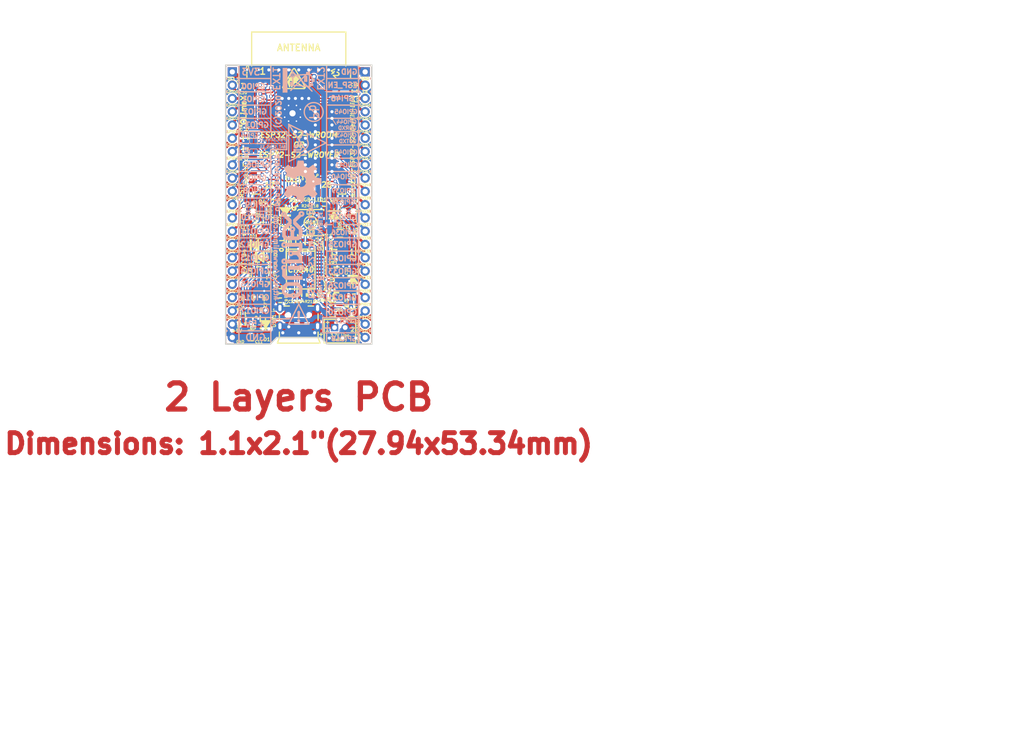
<source format=kicad_pcb>
(kicad_pcb (version 20221018) (generator pcbnew)
  (title_block (title "ESP32-S2-DevKit-Lipo") (date "2020-09-24") (rev "B1") (company "OLIMEX Ltd.") (comment 1 "https://www.olimex.com"))
  (layers (0 "F.Cu" mixed) (31 "B.Cu" mixed) (34 "B.Paste" user) (35 "F.Paste" user) (36 "B.SilkS" user "B.Silkscreen") (37 "F.SilkS" user "F.Silkscreen") (38 "B.Mask" user) (39 "F.Mask" user) (44 "Edge.Cuts" user))
  (net 0 "")
  (net 1 "+5V")
  (net 2 "GND")
  (net 3 "Net-(C3-Pad1)")
  (net 4 "+3V3")
  (net 5 "Net-(Q2-Pad1)")
  (net 6 "/+5V_USB")
  (net 7 "Net-(C6-Pad1)")
  (net 8 "/GPIO13")
  (net 9 "/GPIO12")
  (net 10 "/GPIO14")
  (net 11 "/GPIO26")
  (net 12 "/GPIO33")
  (net 13 "/GPIO5")
  (net 14 "/GPIO17")
  (net 15 "/GPIO4")
  (net 16 "/GPIO2")
  (net 17 "Net-(Q2-Pad2)")
  (net 18 "Net-(Q3-Pad1)")
  (net 19 "Net-(Q3-Pad2)")
  (net 20 "Net-(FID1-PadFid1)")
  (net 21 "Net-(FID2-PadFid1)")
  (net 22 "Net-(FID3-PadFid1)")
  (net 23 "Net-(U2-Pad17)")
  (net 24 "Net-(U2-Pad14)")
  (net 25 "Net-(U2-Pad13)")
  (net 26 "Net-(U2-Pad12)")
  (net 27 "Net-(U2-Pad11)")
  (net 28 "VBAT")
  (net 29 "Net-(BAT_SENS_E1-Pad1)")
  (net 30 "Net-(PWR_SENS_E1-Pad1)")
  (net 31 "Net-(U2-Pad20)")
  (net 32 "/GPIO8\\BAT_SENS")
  (net 33 "/GPIO0\\BUT")
  (net 34 "/ESP_EN\\CHIP_PU")
  (net 35 "/GPIO15\\XTAL_32K_P")
  (net 36 "/GPIO16\\XTAL_32K_N")
  (net 37 "/GPI46\\USB-VBUS_DET")
  (net 38 "/GPIO44\\U0RXD")
  (net 39 "/GPIO43\\U0TXD")
  (net 40 "/GPIO11")
  (net 41 "/GPIO9")
  (net 42 "/GPIO10")
  (net 43 "/GPIO7\\PWR_SENS")
  (net 44 "/GPIO6")
  (net 45 "/GPIO3")
  (net 46 "/GPIO1")
  (net 47 "/GPIO18\\RGB_LED")
  (net 48 "/GPIO45\\USB-DRV")
  (net 49 "/GPIO41")
  (net 50 "/GPIO42")
  (net 51 "/GPIO40")
  (net 52 "/GPIO39")
  (net 53 "/GPIO37")
  (net 54 "/GPIO38")
  (net 55 "/GPIO36")
  (net 56 "/GPIO35")
  (net 57 "/GPIO34")
  (net 58 "/GPIO21\\USB-ID")
  (net 59 "/USB-ID")
  (net 60 "/USB_D-")
  (net 61 "/UD-")
  (net 62 "/UD+")
  (net 63 "/USB_D+")
  (net 64 "Net-(RGB-LED1-Pad1)")
  (net 65 "Net-(RGB-LED1-Pad4)")
  (net 66 "Net-(C4-Pad1)")
  (net 67 "Net-(C7-Pad2)")
  (net 68 "Net-(D3-Pad1)")
  (net 69 "Net-(D4-Pad2)")
  (net 70 "Net-(R5-Pad2)")
  (net 71 "Net-(R6-Pad1)")
  (net 72 "Net-(R11-Pad2)")
  (net 73 "Net-(CHARG1-Pad1)")
  (net 74 "Net-(R24-Pad2)")
  (net 75 "/Vin")
  (net 76 "/GPIO19\\USB_D-")
  (net 77 "/GPIO20\\USB_D+")
  (net 78 "Net-(C18-Pad2)")
  (net 79 "Net-(D6-Pad2)")
  (footprint "OLIMEX_Connectors-FP:USB-MICRO_MISB-SWMM-5B_LF" (layer "F.Cu") (at 143.51 115.697 -90)
    (fp_text reference "USB1")
    (fp_text value "MISB-SWMM-5B-LF(USB_MICRO)")
  )
  (footprint "OLIMEX_IC-FP:SOT-23-5" (layer "F.Cu") (at 149.987 112.776 180)
    (fp_text reference "U1")
    (fp_text value "BL4054B-42TPRN(SOT23-5)")
  )
  (footprint "OLIMEX_IC-FP:SSOP-20W" (layer "F.Cu") (at 143.891 105.029 -90)
    (fp_text reference "U2")
    (fp_text value "CH340T(SSOP20W)")
  )
  (footprint "OLIMEX_LOGOs-FP:LOGO_OLIMEX_80" (layer "F.Cu") (at 144.145 87.63)
    (fp_text reference "Olimex_Logo_Small" hide)
    (fp_text value "" hide)
  )
  (footprint "OLIMEX_LOGOs-FP:LOGO_ANTISTATIC_SMALL_4.5mmX2.8mm" (layer "F.Cu") (at 142.621 68.58)
    (fp_text reference "Sign_Antistatic" hide)
    (fp_text value "Val**")
  )
  (footprint "OLIMEX_Diodes-FP:SOD-123_1C-2A_KA" (layer "F.Cu") (at 137.16 115.57 90)
    (fp_text reference "D1")
    (fp_text value "1N5819S4/SOD123")
  )
  (footprint "OLIMEX_RLC-FP:R_0402_5MIL_DWS" (layer "F.Cu") (at 142.748 109.982 90)
    (fp_text reference "R3")
    (fp_text value "22R/R0402")
  )
  (footprint "OLIMEX_RLC-FP:R_0402_5MIL_DWS" (layer "F.Cu") (at 154.051 111.379)
    (fp_text reference "R6")
    (fp_text value "2.2k/R0402")
  )
  (footprint "OLIMEX_RLC-FP:R_0402_5MIL_DWS" (layer "F.Cu") (at 139.954 110.109)
    (fp_text reference "R8")
    (fp_text value "NA(2.2k/R0402)")
  )
  (footprint "OLIMEX_Other-FP:Fiducial1x3" (layer "F.Cu") (at 148.971 69.215)
    (fp_text reference "FID3" hide)
    (fp_text value "Fiducial" hide)
  )
  (footprint "OLIMEX_RLC-FP:R_0402_5MIL_DWS" (layer "F.Cu") (at 132.461 85.09 90)
    (fp_text reference "R12")
    (fp_text value "4.7M/R0402")
  )
  (footprint "OLIMEX_RLC-FP:R_0402_5MIL_DWS" (layer "F.Cu") (at 132.461 82.041999 90)
    (fp_text reference "R13")
    (fp_text value "470k/R0402")
  )
  (footprint "OLIMEX_RLC-FP:R_0402_5MIL_DWS" (layer "F.Cu") (at 143.637 109.982 90)
    (fp_text reference "R4")
    (fp_text value "22R/R0402")
  )
  (footprint "OLIMEX_Connectors-FP:LIPO_BAT_VERTICAL_DW02S" (layer "F.Cu") (at 151.384 119.761)
    (fp_text reference "BAT1")
    (fp_text value "DW02S")
  )
  (footprint "OLIMEX_Crystal-FP:TSX-3.2x2.5mm_GND(3)" (layer "F.Cu") (at 136.144 106.68 -90)
    (fp_text reference "Q1")
    (fp_text value "Q12MHz/20pF/10ppm/4P/3.2x2.5mm")
  )
  (footprint "OLIMEX_RLC-FP:R_0402_5MIL_DWS" (layer "F.Cu") (at 133.35 80.01 -90)
    (fp_text reference "R17")
    (fp_text value "10k/R0402")
  )
  (footprint "OLIMEX_Transistors-FP:SOT23" (layer "F.Cu") (at 150.9395 108.077)
    (fp_text reference "FET1")
    (fp_text value "WPM2015-3/TR")
  )
  (footprint "OLIMEX_Buttons-FP:IT1185AU2_V2" (layer "F.Cu") (at 153.035 93.98 90)
    (fp_text reference "BUT1")
    (fp_text value "IT-1185AU2-160G-G-TR")
  )
  (footprint "OLIMEX_RLC-FP:C_0603_5MIL_DWS" (layer "F.Cu") (at 150.749 105.41 180)
    (fp_text reference "C10")
    (fp_text value "22uF/6.3V/20%/X5R/C0603")
  )
  (footprint "OLIMEX_RLC-FP:C_0402_5MIL_DWS" (layer "F.Cu") (at 133.35 82.041999 -90)
    (fp_text reference "C12")
    (fp_text value "100nF/10V/10%/X7R/C0402")
  )
  (footprint "OLIMEX_RLC-FP:R_0402_5MIL_DWS" (layer "F.Cu") (at 132.461 80.01 90)
    (fp_text reference "R18")
    (fp_text value "1k/R0402")
  )
  (footprint "OLIMEX_RLC-FP:R_0402_5MIL_DWS" (layer "F.Cu") (at 154.178 70.993 90)
    (fp_text reference "R22")
    (fp_text value "10k/R0402")
  )
  (footprint "OLIMEX_RLC-FP:C_0402_5MIL_DWS" (layer "F.Cu") (at 153.67 98.044 90)
    (fp_text reference "C23")
    (fp_text value "NA(100nF/10V/10%/X7R/C0402)")
  )
  (footprint "OLIMEX_RLC-FP:C_0402_5MIL_DWS" (layer "F.Cu") (at 138.303 107.696 -90)
    (fp_text reference "C4")
    (fp_text value "27pF/50V/5%/C0G/C0402")
  )
  (footprint "OLIMEX_RLC-FP:C_0402_5MIL_DWS" (layer "F.Cu") (at 137.795 104.14 180)
    (fp_text reference "C6")
    (fp_text value "100nF/10V/10%/X7R/C0402")
  )
  (footprint "OLIMEX_RLC-FP:C_0805_5MIL_DWS" (layer "F.Cu") (at 133.858 110.617 -90)
    (fp_text reference "C8")
    (fp_text value "NA(47uF/6.3V/20%/X5R/C0805)")
  )
  (footprint "OLIMEX_RLC-FP:C_0805_5MIL_DWS" (layer "F.Cu") (at 134.366 117.729 180)
    (fp_text reference "C11")
    (fp_text value "NA(47uF/6.3V/20%/X5R/C0805)")
  )
  (footprint "OLIMEX_RLC-FP:C_0603_5MIL_DWS" (layer "F.Cu") (at 154.178 67.945 90)
    (fp_text reference "C19")
    (fp_text value "1uF/10V/10%/X5R/C0603")
  )
  (footprint "OLIMEX_RLC-FP:C_0402_5MIL_DWS" (layer "F.Cu") (at 132.842 69.977)
    (fp_text reference "C20")
    (fp_text value "100nF/10V/10%/X7R/C0402")
  )
  (footprint "OLIMEX_RLC-FP:L_0805_5MIL_DWS" (layer "F.Cu") (at 138.176 110.617 90)
    (fp_text reference "L1")
    (fp_text value "NA(FB0805/600R/2A)")
  )
  (footprint "OLIMEX_IC-FP:SOT-23-5" (layer "F.Cu") (at 134.747 114.554 90)
    (fp_text reference "U3")
    (fp_text value "NA(SY6280AAC(SOT23-5))")
  )
  (footprint "OLIMEX_RLC-FP:R_0402_5MIL_DWS" (layer "F.Cu") (at 132.842 113.537999 90)
    (fp_text reference "R11")
    (fp_text value "NA(13k/1%/R0402)")
  )
  (footprint "OLIMEX_RLC-FP:C_0402_5MIL_DWS" (layer "F.Cu") (at 138.303 105.664 90)
    (fp_text reference "C3")
    (fp_text value "27pF/50V/5%/C0G/C0402")
  )
  (footprint "OLIMEX_Diodes-FP:SOD-123_1C-2A_KA" (layer "F.Cu") (at 136.144 102.743)
    (fp_text reference "D4")
    (fp_text value "1N5819S4/SOD123")
  )
  (footprint "OLIMEX_Diodes-FP:SOD-123_1C-2A_KA" (layer "F.Cu") (at 135.128 100.457)
    (fp_text reference "D3")
    (fp_text value "1N5819S4/SOD123")
  )
  (footprint "OLIMEX_Diodes-FP:SOD-123_1C-2A_KA" (layer "F.Cu") (at 153.8605 107.1245 -90)
    (fp_text reference "D2")
    (fp_text value "1N5819S4/SOD123")
  )
  (footprint "OLIMEX_RLC-FP:R_0402_5MIL_DWS" (layer "F.Cu") (at 145.161 100.076 90)
    (fp_text reference "R20")
    (fp_text value "NA(22R/R0402)")
  )
  (footprint "OLIMEX_RLC-FP:C_0603_5MIL_DWS" (layer "F.Cu") (at 132.842 67.818 90)
    (fp_text reference "C16")
    (fp_text value "22uF/6.3V/20%/X5R/C0603")
  )
  (footprint "OLIMEX_RLC-FP:C_0603_5MIL_DWS" (layer "F.Cu") (at 153.6065 113.3475)
    (fp_text reference "C1")
    (fp_text value "10uF/6.3V/20%/X5R/C0603")
  )
  (footprint "OLIMEX_RLC-FP:C_0603_5MIL_DWS" (layer "F.Cu") (at 148.971 101.092 90)
    (fp_text reference "C5")
    (fp_text value "10uF/6.3V/20%/X5R/C0603")
  )
  (footprint "OLIMEX_Other-FP:TESTPAD_40-ROUND" (layer "F.Cu") (at 132.588 87.63)
    (fp_text reference "GND1")
    (fp_text value "TESTPAD" hide)
  )
  (footprint "OLIMEX_RLC-FP:R_0402_5MIL_DWS" (layer "F.Cu") (at 138.557 92.202 180)
    (fp_text reference "R23")
    (fp_text value "NA(10M/R0402)")
  )
  (footprint "OLIMEX_RLC-FP:R_0402_5MIL_DWS" (layer "F.Cu") (at 132.842 115.569999 -90)
    (fp_text reference "R16")
    (fp_text value "NA(10k/R0402)")
  )
  (footprint "OLIMEX_RLC-FP:R_0402_5MIL_DWS" (layer "F.Cu") (at 139.954 109.22 180)
    (fp_text reference "R7")
    (fp_text value "NA(1.1k/R0402)")
  )
  (footprint "OLIMEX_RLC-FP:C_0402_5MIL_DWS" (layer "F.Cu") (at 136.652 95.631 180)
    (fp_text reference "C21")
    (fp_text value "NA(22pF/50V/5%/COG/C0402)")
  )
  (footprint "OLIMEX_Crystal-FP:CM7V-T1A(Crystal_Package-1206_3.20x1.50x0.65mm)" (layer "F.Cu") (at 137.922 93.853)
    (fp_text reference "Q4")
    (fp_text value "NA(Q32.768kHz/12.5pF/2P/SMD1206)")
  )
  (footprint "OLIMEX_RLC-FP:R_0402_5MIL_DWS" (layer "F.Cu") (at 154.051 110.236)
    (fp_text reference "R1")
    (fp_text value "10k/R0402")
  )
  (footprint "OLIMEX_LEDs-FP:WS2812S(5x5MM)" (layer "F.Cu") (at 145.796 96.139)
    (fp_text reference "RGB-LED1")
    (fp_text value "WS2812S(5X5MM)")
  )
  (footprint "OLIMEX_RLC-FP:C_0402_5MIL_DWS" (layer "F.Cu") (at 148.336 92.583 180)
    (fp_text reference "C18")
    (fp_text value "100nF/10V/10%/X7R/C0402")
  )
  (footprint "OLIMEX_RLC-FP:C_0402_5MIL_DWS" (layer "F.Cu") (at 138.557 95.631)
    (fp_text reference "C22")
    (fp_text value "NA(22pF/50V/5%/COG/C0402)")
  )
  (footprint "OLIMEX_Other-FP:Fiducial1x3" (layer "F.Cu") (at 144.145 115.062)
    (fp_text reference "FID2" hide)
    (fp_text value "Fiducial" hide)
  )
  (footprint "OLIMEX_RLC-FP:R_0402_5MIL_DWS" (layer "F.Cu") (at 135.763 104.14)
    (fp_text reference "R9")
    (fp_text value "10k/R0402")
  )
  (footprint "OLIMEX_Transistors-FP:SOT23" (layer "F.Cu") (at 136.017 97.79)
    (fp_text reference "Q2")
    (fp_text value "BC817-40(SOT23)")
  )
  (footprint "OLIMEX_Transistors-FP:SOT23" (layer "F.Cu") (at 140.081 98.171 180)
    (fp_text reference "Q3")
    (fp_text value "BC817-40(SOT23)")
  )
  (footprint "OLIMEX_RLC-FP:C_0402_5MIL_DWS" (layer "F.Cu") (at 133.096 98.044)
    (fp_text reference "C17")
    (fp_text value "NA(100nF/10V/10%/X7R/C0402)")
  )
  (footprint "OLIMEX_RLC-FP:R_0402_5MIL_DWS" (layer "F.Cu") (at 143.129 92.583 180)
    (fp_text reference "R24")
    (fp_text value "22R/R0402")
  )
  (footprint "OLIMEX_Other-FP:Fiducial1x3" (layer "F.Cu") (at 133.223 107.315)
    (fp_text reference "FID1" hide)
    (fp_text value "Fiducial" hide)
  )
  (footprint "OLIMEX_Buttons-FP:IT1185AU2_V2" (layer "F.Cu") (at 133.858 93.98 90)
    (fp_text reference "RST1")
    (fp_text value "IT-1185AU2-160G-G-TR")
  )
  (footprint "OLIMEX_RLC-FP:R_0402_5MIL_DWS" (layer "F.Cu") (at 139.065 100.584 180)
    (fp_text reference "R10")
    (fp_text value "10k/R0402")
  )
  (footprint "OLIMEX_RLC-FP:R_0402_5MIL_DWS" (layer "F.Cu") (at 144.272 100.076 90)
    (fp_text reference "R19")
    (fp_text value "NA(22R/R0402)")
  )
  (footprint "OLIMEX_RLC-FP:C_0402_5MIL_DWS" (layer "F.Cu") (at 143.383 100.076 -90)
    (fp_text reference "C13")
    (fp_text value "NA(22pF/50V/5%/COG/C0402)")
  )
  (footprint "OLIMEX_RLC-FP:R_0402_5MIL_DWS" (layer "F.Cu") (at 144.526 109.982 90)
    (fp_text reference "R21")
    (fp_text value "NA(22R/R0402)")
  )
  (footprint "OLIMEX_RLC-FP:R_0402_5MIL_DWS" (layer "F.Cu") (at 145.669 109.982 -90)
    (fp_text reference "R2")
    (fp_text value "NA(10k/R0402)")
  )
  (footprint "OLIMEX_LEDs-FP:LED_0603_KA" (layer "F.Cu") (at 151.638 110.236)
    (fp_text reference "CHARG1")
    (fp_text value "LED/YELLOW/0603")
  )
  (footprint "OLIMEX_RLC-FP:C_0805_5MIL_DWS" (layer "F.Cu") (at 135.89 110.617 -90)
    (fp_text reference "C7")
    (fp_text value "NA(47uF/6.3V/20%/X5R/C0805)")
  )
  (footprint "OLIMEX_RLC-FP:C_0402_5MIL_DWS" (layer "F.Cu") (at 139.954 110.998)
    (fp_text reference "C9")
    (fp_text value "NA(C0402)")
  )
  (footprint "OLIMEX_RLC-FP:R_0402_5MIL_DWS" (layer "F.Cu") (at 146.685 109.982 -90)
    (fp_text reference "R25")
    (fp_text value "470k/R0402")
  )
  (footprint "OLIMEX_RLC-FP:R_0402_5MIL_DWS" (layer "F.Cu") (at 149.098 110.109 180)
    (fp_text reference "R5")
    (fp_text value "2.2k/R0402")
  )
  (footprint "OLIMEX_RLC-FP:C_0402_5MIL_DWS" (layer "F.Cu") (at 141.859 109.982 -90)
    (fp_text reference "C2")
    (fp_text value "NA(100nF/10V/10%/X7R/C0402)")
  )
  (footprint "OLIMEX_Cases-FP:ESP32-S2-WROVER_MODULE" (layer "F.Cu") (at 143.51 75.184)
    (fp_text reference "U4")
    (fp_text value "ESP32-S2-WROVER_and_WROOM(PCB,-I(IPEX))-Universal")
  )
  (footprint "OLIMEX_Diodes-FP:SOD-123_1C-2A_KA" (layer "F.Cu") (at 140.97 93.98 90)
    (fp_text reference "D5")
    (fp_text value "1N4148W/SOD123")
  )
  (footprint "OLIMEX_Diodes-FP:SOD-123_1C-2A_KA" (layer "F.Cu") (at 150.241 94.742 -90)
    (fp_text reference "D6")
    (fp_text value "1N5819S4/SOD123")
  )
  (footprint "OLIMEX_RLC-FP:R_0402_5MIL_DWS" (layer "F.Cu") (at 142.494 99.822 90)
    (fp_text reference "R15")
    (fp_text value "2.2k/R0402")
  )
  (footprint "OLIMEX_RLC-FP:R_0402_5MIL_DWS" (layer "F.Cu") (at 140.97 100.33 180)
    (fp_text reference "R14")
    (fp_text value "2.2k/R0402")
  )
  (footprint "OLIMEX_RLC-FP:C_0603_5MIL_DWS" (layer "F.Cu") (at 151.384 98.171)
    (fp_text reference "C15")
    (fp_text value "22uF/6.3V/20%/X5R/C0603")
  )
  (footprint "OLIMEX_RLC-FP:C_0402_5MIL_DWS" (layer "F.Cu") (at 146.05 100.076 -90)
    (fp_text reference "C14")
    (fp_text value "NA(22pF/50V/5%/COG/C0402)")
  )
  (footprint "OLIMEX_Regulators-FP:SOT89-3" (layer "F.Cu") (at 152.146 101.727 180)
    (fp_text reference "VR1")
    (fp_text value "MCP1700T-3302E/MB(SOT89-3)")
  )
  (footprint "OLIMEX_LOGOs-FP:LOGO_RECYCLEBIN_1" (layer "B.Cu") (at 140.462 71.247 90)
    (fp_text reference "Sign_RecycleBin" hide)
    (fp_text value "" hide)
  )
  (footprint "OLIMEX_LOGOs-FP:OLIMEX_LOGO_TB" (layer "B.Cu") (at 142.367 102.108 90)
    (fp_text reference "Olimex_Logo_Big" hide)
    (fp_text value "" hide)
  )
  (footprint "OLIMEX_Jumpers-FP:SJ_1_SMALLER" (layer "B.Cu") (at 134.874 82.55)
    (fp_text reference "BAT_SENS_E1")
    (fp_text value "Opened" hide)
  )
  (footprint "OLIMEX_Jumpers-FP:SJ_1_SMALLER" (layer "B.Cu") (at 134.874 80.518)
    (fp_text reference "PWR_SENS_E1")
    (fp_text value "Opened" hide)
  )
  (footprint "OLIMEX_Connectors-FP:HN1x21" (layer "B.Cu") (at 130.81 92.71 -90)
    (fp_text reference "EXT1")
    (fp_text value "HN1x21")
  )
  (footprint "OLIMEX_LOGOs-FP:LOGO_OPENHARDWARE_8x8" (layer "B.Cu") (at 143.764 88.265 90)
    (fp_text reference "Logo_OSHW" hide)
    (fp_text value "" hide)
  )
  (footprint "OLIMEX_Connectors-FP:HN1x21" (layer "B.Cu") (at 156.21 92.71 -90)
    (fp_text reference "EXT2")
    (fp_text value "HN1x21")
  )
  (footprint "OLIMEX_LOGOs-FP:LOGO_ANTISTATIC_1" (layer "B.Cu") (at 141.605 84.455 90)
    (fp_text reference "Sign-Antistatic" hide)
    (fp_text value "" hide)
  )
  (footprint "OLIMEX_LOGOs-FP:LOGO_PBFREE" (layer "B.Cu") (at 146.685 75.184 -90)
    (fp_text reference "Sign-Pb-Free")
    (fp_text value "")
  )
  (footprint "OLIMEX_Jumpers-FP:SJ_1_SMALLER" (layer "B.Cu") (at 150.876 96.52)
    (fp_text reference "LED_ENABLE1")
    (fp_text value "Soldered" hide)
  )
  (gr_line (start 131.826 106.68) (end 138.176 106.68) (stroke (width 0.254)) (layer "B.SilkS"))
  (gr_line (start 131.826 104.14) (end 138.176 104.14) (stroke (width 0.254)) (layer "B.SilkS"))
  (gr_line (start 131.826 101.6) (end 138.176 101.6) (stroke (width 0.254)) (layer "B.SilkS"))
  (gr_line (start 131.826 99.06) (end 138.176 99.06) (stroke (width 0.254)) (layer "B.SilkS"))
  (gr_line (start 131.826 96.52) (end 138.176 96.52) (stroke (width 0.254)) (layer "B.SilkS"))
  (gr_line (start 131.826 93.98) (end 138.176 93.98) (stroke (width 0.254)) (layer "B.SilkS"))
  (gr_line (start 131.826 91.44) (end 138.176 91.44) (stroke (width 0.254)) (layer "B.SilkS"))
  (gr_line (start 131.826 88.9) (end 138.176 88.9) (stroke (width 0.254)) (layer "B.SilkS"))
  (gr_line (start 131.826 86.36) (end 138.176 86.36) (stroke (width 0.254)) (layer "B.SilkS"))
  (gr_line (start 131.826 83.82) (end 138.176 83.82) (stroke (width 0.254)) (layer "B.SilkS"))
  (gr_line (start 132.08 81.026) (end 133.731 81.026) (stroke (width 0.254)) (layer "B.SilkS"))
  (gr_line (start 131.826 78.74) (end 141.224 78.74) (stroke (width 0.254)) (layer "B.SilkS"))
  (gr_line (start 131.826 76.2) (end 138.176 76.2) (stroke (width 0.254)) (layer "B.SilkS"))
  (gr_line (start 131.826 73.66) (end 138.176 73.66) (stroke (width 0.254)) (layer "B.SilkS"))
  (gr_line (start 148.844 73.66) (end 155.194 73.66) (stroke (width 0.254)) (layer "B.SilkS"))
  (gr_line (start 148.844 95.504) (end 148.844 66.04) (stroke (width 0.254)) (layer "B.SilkS"))
  (gr_line (start 148.844 76.2) (end 155.194 76.2) (stroke (width 0.254)) (layer "B.SilkS"))
  (gr_line (start 148.844 78.74) (end 155.194 78.74) (stroke (width 0.254)) (layer "B.SilkS"))
  (gr_line (start 148.844 81.28) (end 155.194 81.28) (stroke (width 0.254)) (layer "B.SilkS"))
  (gr_line (start 148.844 83.82) (end 155.194 83.82) (stroke (width 0.254)) (layer "B.SilkS"))
  (gr_line (start 148.844 86.36) (end 155.194 86.36) (stroke (width 0.254)) (layer "B.SilkS"))
  (gr_line (start 148.844 88.9) (end 155.194 88.9) (stroke (width 0.254)) (layer "B.SilkS"))
  (gr_line (start 148.844 91.44) (end 155.194 91.44) (stroke (width 0.254)) (layer "B.SilkS"))
  (gr_line (start 148.844 93.98) (end 155.194 93.98) (stroke (width 0.254)) (layer "B.SilkS"))
  (gr_line (start 152.019 96.52) (end 155.194 96.52) (stroke (width 0.254)) (layer "B.SilkS"))
  (gr_line (start 148.844 99.06) (end 155.194 99.06) (stroke (width 0.254)) (layer "B.SilkS"))
  (gr_line (start 148.844 101.6) (end 155.194 101.6) (stroke (width 0.254)) (layer "B.SilkS"))
  (gr_line (start 148.844 104.14) (end 155.194 104.14) (stroke (width 0.254)) (layer "B.SilkS"))
  (gr_line (start 148.844 106.68) (end 155.194 106.68) (stroke (width 0.254)) (layer "B.SilkS"))
  (gr_line (start 148.844 109.22) (end 155.194 109.22) (stroke (width 0.254)) (layer "B.SilkS"))
  (gr_line (start 148.844 111.76) (end 155.194 111.76) (stroke (width 0.254)) (layer "B.SilkS"))
  (gr_line (start 148.844 114.3) (end 155.194 114.296827) (stroke (width 0.254)) (layer "B.SilkS"))
  (gr_line (start 148.844 117.221) (end 154.94 117.221) (stroke (width 0.254)) (layer "B.SilkS"))
  (gr_line (start 148.971 119.38) (end 155.321 119.38) (stroke (width 0.254)) (layer "B.SilkS"))
  (gr_line (start 148.844 68.58) (end 155.194 68.58) (stroke (width 0.254)) (layer "B.SilkS"))
  (gr_line (start 131.826 71.12) (end 138.176 71.12) (stroke (width 0.254)) (layer "B.SilkS"))
  (gr_line (start 131.826 119.38) (end 138.049 119.38) (stroke (width 0.254)) (layer "B.SilkS"))
  (gr_line (start 148.844 111.76) (end 148.844 114.3) (stroke (width 0.254)) (layer "B.SilkS"))
  (gr_line (start 138.176 78.74) (end 138.176 66.04) (stroke (width 0.254)) (layer "B.SilkS"))
  (gr_line (start 148.844 71.12) (end 155.194 71.12) (stroke (width 0.254)) (layer "B.SilkS"))
  (gr_line (start 148.844 119.253) (end 148.844 117.221) (stroke (width 0.254)) (layer "B.SilkS"))
  (gr_line (start 148.844 117.221) (end 148.082 117.221) (stroke (width 0.254)) (layer "B.SilkS"))
  (gr_line (start 148.844 114.3) (end 148.082 114.3) (stroke (width 0.254)) (layer "B.SilkS"))
  (gr_line (start 148.082 114.300001) (end 148.082 117.221) (stroke (width 0.254)) (layer "B.SilkS"))
  (gr_line (start 138.176 82.169) (end 141.224 82.169) (stroke (width 0.254)) (layer "B.SilkS"))
  (gr_line (start 135.763 81.026) (end 141.224 81.026) (stroke (width 0.254)) (layer "B.SilkS"))
  (gr_line (start 141.224 82.169) (end 141.224 78.74) (stroke (width 0.254)) (layer "B.SilkS"))
  (gr_line (start 131.826 68.58) (end 138.176 68.58) (stroke (width 0.254)) (layer "B.SilkS"))
  (gr_line (start 141.605 115.57) (end 143.51 111.76) (stroke (width 0.254)) (layer "B.SilkS"))
  (gr_line (start 148.971 119.38) (end 148.844 119.253) (stroke (width 0.254)) (layer "B.SilkS"))
  (gr_line (start 148.463 96.52) (end 149.86 96.52) (stroke (width 0.254)) (layer "B.SilkS"))
  (gr_line (start 148.463 96.52) (end 148.844 96.139) (stroke (width 0.254)) (layer "B.SilkS"))
  (gr_line (start 148.844 96.901) (end 148.463 96.52) (stroke (width 0.254)) (layer "B.SilkS"))
  (gr_line (start 148.844 111.76) (end 148.844 97.536) (stroke (width 0.254)) (layer "B.SilkS"))
  (gr_line (start 148.844 96.901) (end 148.844 96.139) (stroke (width 0.254)) (layer "B.SilkS"))
  (gr_line (start 143.51 111.76) (end 145.415 115.57) (stroke (width 0.254)) (layer "B.SilkS"))
  (gr_line (start 141.732 114.554) (end 139.319 114.554) (stroke (width 0.254)) (layer "B.SilkS"))
  (gr_line (start 131.826 116.84) (end 138.176 116.84) (stroke (width 0.254)) (layer "B.SilkS"))
  (gr_line (start 139.319 114.554) (end 138.557 115.316) (stroke (width 0.254)) (layer "B.SilkS"))
  (gr_line (start 145.415 115.57) (end 141.605 115.57) (stroke (width 0.254)) (layer "B.SilkS"))
  (gr_line (start 138.176 109.22) (end 138.176 82.169) (stroke (width 0.254)) (layer "B.SilkS"))
  (gr_line (start 131.826 109.22) (end 138.176 109.22) (stroke (width 0.254)) (layer "B.SilkS"))
  (gr_line (start 138.176 109.22) (end 138.176 119.253) (stroke (width 0.254)) (layer "B.SilkS"))
  (gr_line (start 138.557 115.316) (end 139.065 115.189) (stroke (width 0.254)) (layer "B.SilkS"))
  (gr_line (start 138.176 119.253) (end 138.049 119.38) (stroke (width 0.254)) (layer "B.SilkS"))
  (gr_line (start 131.826 114.3) (end 138.176 114.3) (stroke (width 0.254)) (layer "B.SilkS"))
  (gr_line (start 131.826 111.76) (end 138.176 111.76) (stroke (width 0.254)) (layer "B.SilkS"))
  (gr_line (start 138.557 115.316) (end 138.684 114.808) (stroke (width 0.254)) (layer "B.SilkS"))
  (gr_circle (center 149.733 111.887) (end 149.9235 111.887) (stroke (width 0.2032)) (fill none) (layer "F.SilkS"))
  (gr_circle (center 136.398 112.649) (end 136.398 112.839501) (stroke (width 0.2032)) (fill none) (layer "F.SilkS"))
  (gr_circle (center 135.382 114.2365) (end 135.382 114.427001) (stroke (width 0.2032)) (fill none) (layer "F.SilkS"))
  (gr_line (start 157.48 119.38) (end 157.48 66.04) (stroke (width 0.254)) (layer "Edge.Cuts"))
  (gr_line (start 148.971 119.38) (end 157.48 119.38) (stroke (width 0.254)) (layer "Edge.Cuts"))
  (gr_line (start 129.54 66.04) (end 129.54 119.38) (stroke (width 0.254)) (layer "Edge.Cuts"))
  (gr_line (start 147.701 118.11) (end 148.971 119.38) (stroke (width 0.254)) (layer "Edge.Cuts"))
  (gr_line (start 157.48 66.04) (end 129.54 66.04) (stroke (width 0.254)) (layer "Edge.Cuts"))
  (gr_line (start 139.319 118.11) (end 147.701 118.11) (stroke (width 0.254)) (layer "Edge.Cuts"))
  (gr_line (start 138.049 119.38) (end 139.319 118.11) (stroke (width 0.254)) (layer "Edge.Cuts"))
  (gr_line (start 129.54 119.38) (end 138.049 119.38) (stroke (width 0.254)) (layer "Edge.Cuts"))
  (gr_text "2 Layers PCB" (at 143.51 129.54) (layer "F.Cu") (effects (font (size 5 5) (thickness 1))))
  (gr_text "Dimensions: 1.1x2.1\"(27.94x53.34mm)" (at 143.51 138.43) (layer "F.Cu") (effects (font (size 3.81 3.81) (thickness 0.9525))))
  (gr_text "GPIO9" (at 135.509 92.71) (layer "B.SilkS") (effects (font (size 1.016 1.016) (thickness 0.254)) (justify mirror)))
  (gr_text "GPIO15" (at 135.128 107.95) (layer "B.SilkS") (effects (font (size 1.016 1.016) (thickness 0.254)) (justify mirror)))
  (gr_text "GPIO45" (at 152.527 74.93) (layer "B.SilkS") (effects (font (size 0.8128 0.8128) (thickness 0.2032)) (justify mirror)))
  (gr_text "GPIO42" (at 152.527 82.677) (layer "B.SilkS") (effects (font (size 0.8128 0.8128) (thickness 0.2032)) (justify mirror)))
  (gr_text "GPIO43/\nU0TXD" (at 154.686 80.01) (layer "B.SilkS") (effects (font (size 0.7112 0.7112) (thickness 0.1778)) (justify left mirror)))
  (gr_text "GPIO44/\nU0RXD" (at 154.686 77.47) (layer "B.SilkS") (effects (font (size 0.7112 0.7112) (thickness 0.1778)) (justify left mirror)))
  (gr_text "GPIO40" (at 152.146 87.376) (layer "B.SilkS") (effects (font (size 0.889 0.889) (thickness 0.22225)) (justify mirror)))
  (gr_text "GPIO39" (at 152.019 90.043) (layer "B.SilkS") (effects (font (size 0.8128 0.8128) (thickness 0.2032)) (justify mirror)))
  (gr_text "GPIO38" (at 152.019 92.202) (layer "B.SilkS") (effects (font (size 0.8128 0.8128) (thickness 0.2032)) (justify mirror)))
  (gr_text "GPIO34" (at 151.892 102.997) (layer "B.SilkS") (effects (font (size 1.016 1.016) (thickness 0.254)) (justify mirror)))
  (gr_text "GPIO26" (at 151.892 108.204) (layer "B.SilkS") (effects (font (size 1.016 1.016) (thickness 0.254)) (justify mirror)))
  (gr_text "+" (at 148.971 116.205) (layer "B.SilkS") (effects (font (size 1.27 1.27) (thickness 0.254)) (justify mirror)))
  (gr_text "-" (at 153.797 116.205) (layer "B.SilkS") (effects (font (size 1.27 1.27) (thickness 0.254)) (justify mirror)))
  (gr_text "GND" (at 153.162 67.31) (layer "B.SilkS") (effects (font (size 1.016 1.016) (thickness 0.254)) (justify mirror)))
  (gr_text "GPIO21" (at 151.8285 110.49) (layer "B.SilkS") (effects (font (size 1.016 1.016) (thickness 0.254)) (justify mirror)))
  (gr_text "GND" (at 135.255 118.11) (layer "B.SilkS") (effects (font (size 1.27 1.27) (thickness 0.254)) (justify mirror)))
  (gr_text "ESP_EN" (at 151.892 69.85) (layer "B.SilkS") (effects (font (size 1.016 1.016) (thickness 0.254)) (justify mirror)))
  (gr_text "GPI46" (at 151.892 72.39) (layer "B.SilkS") (effects (font (size 1.016 1.016) (thickness 0.254)) (justify mirror)))
  (gr_text "GPIO41" (at 152.654 85.09) (layer "B.SilkS") (effects (font (size 0.8128 0.8128) (thickness 0.2032)) (justify mirror)))
  (gr_text "GPIO20" (at 151.892 113.284) (layer "B.SilkS") (effects (font (size 1.016 1.016) (thickness 0.254)) (justify mirror)))
  (gr_text "GPIO19" (at 152.527 114.9985) (layer "B.SilkS") (effects (font (size 0.762 0.762) (thickness 0.1905)) (justify mirror)))
  (gr_text "GPIO18" (at 152.146 118.364) (layer "B.SilkS") (effects (font (size 0.889 0.889) (thickness 0.22225)) (justify mirror)))
  (gr_text "GPIO16" (at 135.128 110.49) (layer "B.SilkS") (effects (font (size 1.016 1.016) (thickness 0.254)) (justify mirror)))
  (gr_text "GPIO17" (at 135.128 113.03) (layer "B.SilkS") (effects (font (size 1.016 1.016) (thickness 0.254)) (justify mirror)))
  (gr_text "GPIO14" (at 135.128 105.41) (layer "B.SilkS") (effects (font (size 1.016 1.016) (thickness 0.254)) (justify mirror)))
  (gr_text "GPIO13" (at 135.128 102.87) (layer "B.SilkS") (effects (font (size 1.016 1.016) (thickness 0.254)) (justify mirror)))
  (gr_text "GPIO12" (at 135.128 100.33) (layer "B.SilkS") (effects (font (size 1.016 1.016) (thickness 0.254)) (justify mirror)))
  (gr_text "GPIO11" (at 135.128 97.79) (layer "B.SilkS") (effects (font (size 1.016 1.016) (thickness 0.254)) (justify mirror)))
  (gr_text "GPIO10" (at 135.255 95.123) (layer "B.SilkS") (effects (font (size 1.016 1.016) (thickness 0.254)) (justify mirror)))
  (gr_text "GPIO8" (at 135.128 90.043) (layer "B.SilkS") (effects (font (size 1.016 1.016) (thickness 0.254)) (justify mirror)))
  (gr_text "GPIO7" (at 135.128 87.63) (layer "B.SilkS") (effects (font (size 1.016 1.016) (thickness 0.254)) (justify mirror)))
  (gr_text "GPIO6" (at 135.763 85.09) (layer "B.SilkS") (effects (font (size 1.016 1.016) (thickness 0.254)) (justify mirror)))
  (gr_text "IO5" (at 133.477 82.55 270) (layer "B.SilkS") (effects (font (size 0.762 0.762) (thickness 0.1905)) (justify mirror)))
  (gr_text "GPIO4" (at 134.112 79.502) (layer "B.SilkS") (effects (font (size 0.762 0.762) (thickness 0.1905)) (justify mirror)))
  (gr_text "GPIO3" (at 135.509 77.47) (layer "B.SilkS") (effects (font (size 1.016 1.016) (thickness 0.254)) (justify mirror)))
  (gr_text "3V3" (at 134.366 67.31) (layer "B.SilkS") (effects (font (size 1.27 1.27) (thickness 0.254)) (justify mirror)))
  (gr_text "GPIO2" (at 135.128 74.93) (layer "B.SilkS") (effects (font (size 1.016 1.016) (thickness 0.254)) (justify mirror)))
  (gr_text "GPIO1" (at 134.874 72.517) (layer "B.SilkS") (effects (font (size 1.016 1.016) (thickness 0.254)) (justify mirror)))
  (gr_text "GPIO0" (at 134.874 70.104) (layer "B.SilkS") (effects (font (size 1.016 1.016) (thickness 0.254)) (justify mirror)))
  (gr_text "+5V" (at 135.1915 115.57) (layer "B.SilkS") (effects (font (size 1.27 1.27) (thickness 0.254)) (justify mirror)))
  (gr_text "GPIO35" (at 151.892 100.33) (layer "B.SilkS") (effects (font (size 1.016 1.016) (thickness 0.254)) (justify mirror)))
  (gr_text "GPIO37" (at 151.892 95.123) (layer "B.SilkS") (effects (font (size 1.016 1.016) (thickness 0.254)) (justify mirror)))
  (gr_text "GPIO33" (at 151.892 105.4735) (layer "B.SilkS") (effects (font (size 1.016 1.016) (thickness 0.254)) (justify mirror)))
  (gr_text "https://www.olimex.com" (at 139.192 102.743 270) (layer "B.SilkS") (effects (font (size 0.889 0.889) (thickness 0.22225)) (justify mirror)))
  (gr_text "GPIO36" (at 152.146 98.044) (layer "B.SilkS") (effects (font (size 0.889 0.889) (thickness 0.22225)) (justify mirror)))
  (gr_text "ESP32-S2-DevKit-Lipo" (at 145.923 101.473 270) (layer "B.SilkS") (effects (font (size 1.016 1.016) (thickness 0.254)) (justify mirror)))
  (gr_text "(C)2020" (at 139.573 74.93 270) (layer "B.SilkS") (effects (font (size 1.016 1.016) (thickness 0.254)) (justify mirror)))
  (gr_text "Rev_B" (at 147.701 108.458 270) (layer "B.SilkS") (effects (font (size 1.016 1.016) (thickness 0.254)) (justify mirror)))
  (gr_text "!" (at 143.51 114.173) (layer "B.SilkS") (effects (font (size 1.778 1.778) (thickness 0.381)) (justify mirror)))
  (gr_text "3V3" (at 130.556 68.6054) (layer "F.SilkS") (effects (font (size 0.508 0.508) (thickness 0.127))))
  (gr_text "GPIO6" (at 130.81 86.3854) (layer "F.SilkS") (effects (font (size 0.508 0.508) (thickness 0.127))))
  (gr_text "GPIO10" (at 131.064 96.5454) (layer "F.SilkS") (effects (font (size 0.508 0.508) (thickness 0.127))))
  (gr_text "GPIO11" (at 131.064 99.0854) (layer "F.SilkS") (effects (font (size 0.508 0.508) (thickness 0.127))))
  (gr_text "GPIO12" (at 131.064 101.6254) (layer "F.SilkS") (effects (font (size 0.508 0.508) (thickness 0.127))))
  (gr_text "GPIO13" (at 131.064 104.1654) (layer "F.SilkS") (effects (font (size 0.508 0.508) (thickness 0.127))))
  (gr_text "GPIO17" (at 131.064 114.3254) (layer "F.SilkS") (effects (font (size 0.508 0.508) (thickness 0.127))))
  (gr_text "GND" (at 132.334 118.9355) (layer "F.SilkS") (effects (font (size 0.508 0.508) (thickness 0.127))))
  (gr_text "GND" (at 156.21 68.6054) (layer "F.SilkS") (effects (font (size 0.508 0.508) (thickness 0.127))))
  (gr_text "GPIO45" (at 155.956 76.2254) (layer "F.SilkS") (effects (font (size 0.508 0.508) (thickness 0.127))))
  (gr_text "GPIO44" (at 155.956 78.7654) (layer "F.SilkS") (effects (font (size 0.508 0.508) (thickness 0.127))))
  (gr_text "GPIO41" (at 155.956 86.3854) (layer "F.SilkS") (effects (font (size 0.508 0.508) (thickness 0.127))))
  (gr_text "GPIO39" (at 155.956 91.4654) (layer "F.SilkS") (effects (font (size 0.508 0.508) (thickness 0.127))))
  (gr_text "GPIO38" (at 155.956 94.0054) (layer "F.SilkS") (effects (font (size 0.508 0.508) (thickness 0.127))))
  (gr_text "GPIO36" (at 155.956 99.0854) (layer "F.SilkS") (effects (font (size 0.508 0.508) (thickness 0.127))))
  (gr_text "GPIO35" (at 155.956 101.6254) (layer "F.SilkS") (effects (font (size 0.508 0.508) (thickness 0.127))))
  (gr_text "IO18" (at 155.0035 118.1735 90) (layer "F.SilkS") (effects (font (size 0.508 0.508) (thickness 0.127))))
  (gr_text "+" (at 149.0345 115.189) (layer "F.SilkS") (effects (font (size 0.762 0.762) (thickness 0.1905))))
  (gr_text "+" (at 147.7645 117.475) (layer "F.SilkS") (effects (font (size 0.762 0.762) (thickness 0.1905))))
  (gr_text "OLimeX" (at 132.969 74.5871 90) (layer "F.SilkS") (effects (font (size 1.016 1.016) (thickness 0.254))))
  (gr_text "3.7V Lipo\nBattery" (at 151.384 118.11) (layer "F.SilkS") (effects (font (size 0.508 0.508) (thickness 0.127))))
  (gr_text "GPIO0" (at 130.81 71.1454) (layer "F.SilkS") (effects (font (size 0.508 0.508) (thickness 0.127))))
  (gr_text "GPIO1" (at 130.81 73.6854) (layer "F.SilkS") (effects (font (size 0.508 0.508) (thickness 0.127))))
  (gr_text "GPIO2" (at 130.81 76.2254) (layer "F.SilkS") (effects (font (size 0.508 0.508) (thickness 0.127))))
  (gr_text "GPIO3" (at 130.81 78.7654) (layer "F.SilkS") (effects (font (size 0.508 0.508) (thickness 0.127))))
  (gr_text "GPIO4" (at 130.81 81.3054) (layer "F.SilkS") (effects (font (size 0.508 0.508) (thickness 0.127))))
  (gr_text "GPIO5" (at 130.81 83.8454) (layer "F.SilkS") (effects (font (size 0.508 0.508) (thickness 0.127))))
  (gr_text "GPIO7" (at 130.81 88.9254) (layer "F.SilkS") (effects (font (size 0.508 0.508) (thickness 0.127))))
  (gr_text "GPIO8" (at 130.81 91.4654) (layer "F.SilkS") (effects (font (size 0.508 0.508) (thickness 0.127))))
  (gr_text "GPIO9" (at 130.81 94.0054) (layer "F.SilkS") (effects (font (size 0.508 0.508) (thickness 0.127))))
  (gr_text "GPIO14" (at 131.064 106.7054) (layer "F.SilkS") (effects (font (size 0.508 0.508) (thickness 0.127))))
  (gr_text "GPIO15" (at 131.064 109.2454) (layer "F.SilkS") (effects (font (size 0.508 0.508) (thickness 0.127))))
  (gr_text "GPIO16" (at 131.064 111.7854) (layer "F.SilkS") (effects (font (size 0.508 0.508) (thickness 0.127))))
  (gr_text "+5V" (at 131.699 116.84) (layer "F.SilkS") (effects (font (size 0.635 0.635) (thickness 0.15875))))
  (gr_text "EN" (at 156.21 71.1454) (layer "F.SilkS") (effects (font (size 0.508 0.508) (thickness 0.127))))
  (gr_text "GPI46" (at 156.21 73.6854) (layer "F.SilkS") (effects (font (size 0.508 0.508) (thickness 0.127))))
  (gr_text "GPIO43" (at 155.956 81.3054) (layer "F.SilkS") (effects (font (size 0.508 0.508) (thickness 0.127))))
  (gr_text "GPIO42" (at 155.956 83.8454) (layer "F.SilkS") (effects (font (size 0.508 0.508) (thickness 0.127))))
  (gr_text "GPIO40" (at 155.956 88.9254) (layer "F.SilkS") (effects (font (size 0.508 0.508) (thickness 0.127))))
  (gr_text "GPIO37" (at 155.956 96.5454) (layer "F.SilkS") (effects (font (size 0.508 0.508) (thickness 0.127))))
  (gr_text "GPIO34" (at 155.956 104.1654) (layer "F.SilkS") (effects (font (size 0.508 0.508) (thickness 0.127))))
  (gr_text "GPIO33" (at 155.956 106.7054) (layer "F.SilkS") (effects (font (size 0.508 0.508) (thickness 0.127))))
  (gr_text "GPIO26" (at 155.956 109.2454) (layer "F.SilkS") (effects (font (size 0.508 0.508) (thickness 0.127))))
  (gr_text "GPIO21" (at 156.083 111.7854) (layer "F.SilkS") (effects (font (size 0.4572 0.4572) (thickness 0.1143))))
  (gr_text "GPIO20" (at 155.956 114.3254) (layer "F.SilkS") (effects (font (size 0.508 0.508) (thickness 0.127))))
  (gr_text "GPIO19" (at 155.956 116.8654) (layer "F.SilkS") (effects (font (size 0.508 0.508) (thickness 0.127))))
  (gr_text "ESP32-S2-DevKit-Lipo" (at 153.797 78.74 90) (layer "F.SilkS") (effects (font (size 0.762 0.762) (thickness 0.1905) italic)))
  (gr_text "CH340" (at 143.891 105.156) (layer "F.SilkS") (effects (font (size 1.016 1.016) (thickness 0.254) italic)))
  (gr_text "ESP32-S2-WROOM" (at 143.51 79.375) (layer "F.SilkS") (effects (font (size 1.016 1.016) (thickness 0.254) italic)))
  (gr_text "ESP32-S2-WROVER" (at 143.51 83.185) (layer "F.SilkS") (effects (font (size 1.016 1.016) (thickness 0.254) italic)))
  (gr_text "OR" (at 143.51 81.28) (layer "F.SilkS") (effects (font (size 1.016 1.016) (thickness 0.254) italic)))
  (gr_text "EXT1" (at 133.096 104.394 90) (layer "F.SilkS") (effects (font (size 0.889 0.889) (thickness 0.22225))))
  (gr_text "RoHS Compliant" (at 148.6154 105.918 90) (layer "F.SilkS") (effects (font (size 0.5588 0.5588) (thickness 0.1397) italic)))
  (gr_text "EXT2" (at 153.924 87.376 90) (layer "F.SilkS") (effects (font (size 0.762 0.762) (thickness 0.1905))))
  (gr_text "-" (at 153.6065 115.189) (layer "F.SilkS") (effects (font (size 0.762 0.762) (thickness 0.1905))))
  (segment (start 152.7175 113.3475) (end 152.7175 113.6015) (width 1.016) (layer "F.Cu") (net 1))
  (segment (start 136.652 116.459) (end 136.152001 116.958999) (width 1.016) (layer "F.Cu") (net 1))
  (segment (start 151.257 113.538) (end 151.13 113.665) (width 1.016) (layer "F.Cu") (net 1))
  (segment (start 137.0965 115.7605) (end 137.16 115.824) (width 1.016) (layer "F.Cu") (net 1))
  (segment (start 136.652 116.459) (end 136.017 116.459) (width 1.016) (layer "F.Cu") (net 1))
  (segment (start 135.697 117.414) (end 135.382 117.729) (width 0.508) (layer "F.Cu") (net 1))
  (segment (start 140.462 88.138) (end 143.383 88.138) (width 0.254) (layer "F.Cu") (net 1))
  (segment (start 135.3185 116.3955) (end 135.3185 117.6655) (width 0.508) (layer "F.Cu") (net 1))
  (segment (start 152.315499 113.538) (end 152.146 113.538) (width 0.762) (layer "F.Cu") (net 1))
  (segment (start 152.4 110.236) (end 152.4 109.474) (width 0.762) (layer "F.Cu") (net 1))
  (segment (start 152.7175 113.538) (end 151.257 113.538) (width 1.016) (layer "F.Cu") (net 1))
  (segment (start 153.543 109.453) (end 153.543 109.093) (width 0.508) (layer "F.Cu") (net 1))
  (segment (start 133.350002 79.488972) (end 133.350002 78.993998) (width 0.508) (layer "F.Cu") (net 1))
  (segment (start 137.359106 117.475) (end 137.033 117.475) (width 1.016) (layer "F.Cu") (net 1))
  (segment (start 152.97404 109.02696) (end 152.9765 109.0245) (width 1.016) (layer "F.Cu") (net 1))
  (segment (start 138.303 87.122) (end 139.446 87.122) (width 0.254) (layer "F.Cu") (net 1))
  (segment (start 153.521999 112.3315) (end 152.315499 113.538) (width 0.762) (layer "F.Cu") (net 1))
  (segment (start 135.382 117.729) (end 136.144 117.729) (width 1.27) (layer "F.Cu") (net 1))
  (segment (start 151.13 113.973894) (end 151.13 114.681) (width 1.016) (layer "F.Cu") (net 1))
  (segment (start 136.144 117.729) (end 136.906 117.729) (width 1.27) (layer "F.Cu") (net 1))
  (segment (start 137.16 116.967) (end 137.16 117.47) (width 1.016) (layer "F.Cu") (net 1))
  (segment (start 136.906 117.729) (end 137.16 117.475) (width 1.27) (layer "F.Cu") (net 1))
  (segment (start 141.732 92.842) (end 141.732 92.964) (width 0.508) (layer "F.Cu") (net 1))
  (segment (start 136.152001 117.720999) (end 136.144 117.729) (width 1.016) (layer "F.Cu") (net 1))
  (segment (start 133.35 79.502) (end 133.350002 79.501998) (width 0.508) (layer "F.Cu") (net 1))
  (segment (start 153.543 110.236) (end 153.543 109.982) (width 0.508) (layer "F.Cu") (net 1))
  (segment (start 135.3185 116.3955) (end 135.001 116.713) (width 0.508) (layer "F.Cu") (net 1))
  (segment (start 139.446 87.122) (end 140.462 88.138) (width 0.254) (layer "F.Cu") (net 1))
  (segment (start 152.7175 113.6015) (end 151.638 114.681) (width 1.016) (layer "F.Cu") (net 1))
  (segment (start 153.8605 109.0245) (end 152.9765 109.0245) (width 1.016) (layer "F.Cu") (net 1))
  (segment (start 137.16 115.824) (end 137.795 116.459) (width 1.016) (layer "F.Cu") (net 1))
  (segment (start 136.652 116.459) (end 137.795 116.459) (width 1.016) (layer "F.Cu") (net 1))
  (segment (start 153.543 110.236) (end 153.035 110.236) (width 0.508) (layer "F.Cu") (net 1))
  (segment (start 153.8605 109.0245) (end 153.67 109.215) (width 0.508) (layer "F.Cu") (net 1))
  (segment (start 135.697 115.854) (end 135.697 117.414) (width 0.508) (layer "F.Cu") (net 1))
  (segment (start 137.795 117.039106) (end 137.359106 117.475) (width 1.016) (layer "F.Cu") (net 1))
  (segment (start 153.543 109.982) (end 154.051 109.474) (width 0.508) (layer "F.Cu") (net 1))
  (segment (start 135.697 116.017) (end 135.3185 116.3955) (width 0.508) (layer "F.Cu") (net 1))
  (segment (start 151.13 113.665) (end 151.13 113.973894) (width 1.016) (layer "F.Cu") (net 1))
  (segment (start 136.652 116.459) (end 137.16 116.967) (width 1.016) (layer "F.Cu") (net 1))
  (segment (start 152.04694 109.02696) (end 152.97404 109.02696) (width 1.016) (layer "F.Cu") (net 1))
  (segment (start 140.97 92.08) (end 141.732 92.842) (width 0.508) (layer "F.Cu") (net 1))
  (segment (start 152.4 109.474) (end 152.019 109.093) (width 0.762) (layer "F.Cu") (net 1))
  (segment (start 153.543 110.236) (end 153.543 109.453) (width 0.508) (layer "F.Cu") (net 1))
  (segment (start 154.051 109.474) (end 154.305 109.22) (width 0.508) (layer "F.Cu") (net 1))
  (segment (start 152.4 110.236) (end 153.035 110.236) (width 0.762) (layer "F.Cu") (net 1))
  (segment (start 133.350002 79.501998) (end 133.350002 79.488972) (width 0.508) (layer "F.Cu") (net 1))
  (segment (start 135.697 115.854) (end 135.697 116.017) (width 0.508) (layer "F.Cu") (net 1))
  (segment (start 153.035 110.236) (end 153.416 110.236) (width 0.762) (layer "F.Cu") (net 1))
  (segment (start 136.152001 116.958999) (end 136.152001 117.720999) (width 1.016) (layer "F.Cu") (net 1))
  (segment (start 135.9535 115.7605) (end 137.0965 115.7605) (width 1.016) (layer "F.Cu") (net 1))
  (segment (start 137.795 116.459) (end 137.795 117.039106) (width 1.016) (layer "F.Cu") (net 1))
  (segment (start 151.638 114.681) (end 151.13 114.681) (width 1.016) (layer "F.Cu") (net 1))
  (segment (start 135.001 116.713) (end 135.001 117.729) (width 0.508) (layer "F.Cu") (net 1))
  (segment (start 151.384 113.538) (end 151.257 113.538) (width 1.016) (layer "F.Cu") (net 1))
  (via (at 138.303 87.122) (size 0.7) (drill 0.4) (layers "F.Cu" "B.Cu") (net 1))
  (via (at 143.383 88.138) (size 0.7) (drill 0.4) (layers "F.Cu" "B.Cu") (net 1))
  (via (at 137.795 116.459) (size 1) (drill 0.6) (layers "F.Cu" "B.Cu") (net 1))
  (via (at 136.652 116.459) (size 1) (drill 0.6) (layers "F.Cu" "B.Cu") (net 1))
  (via (at 151.13 114.681) (size 1) (drill 0.6) (layers "F.Cu" "B.Cu") (net 1))
  (via (at 141.732 92.964) (size 0.7) (drill 0.4) (layers "F.Cu" "B.Cu") (net 1))
  (via (at 153.035 110.236) (size 0.7) (drill 0.4) (layers "F.Cu" "B.Cu") (net 1))
  (via (at 153.521999 112.3315) (size 0.7) (drill 0.4) (layers "F.Cu" "B.Cu") (net 1))
  (via (at 133.350002 78.993998) (size 0.7) (drill 0.4) (layers "F.Cu" "B.Cu") (net 1))
  (segment (start 133.700001 78.643999) (end 133.350002 78.993998) (width 0.254) (layer "B.Cu") (net 1))
  (segment (start 140.3985 114.2365) (end 140.965989 114.803989) (width 0.762) (layer "B.Cu") (net 1))
  (segment (start 138.303 86.057151) (end 139.491333 84.868818) (width 0.254) (layer "B.Cu") (net 1))
  (segment (start 133.096022 108.24385) (end 134.703436 106.636436) (width 0.254) (layer "B.Cu") (net 1))
  (segment (start 136.525 78.359) (end 133.985 78.359) (width 0.254) (layer "B.Cu") (net 1))
  (segment (start 145.990511 114.803989) (end 146.6215 114.173) (width 0.762) (layer "B.Cu") (net 1))
  (segment (start 146.6215 114.173) (end 147.701 114.173) (width 0.762) (layer "B.Cu") (net 1))
  (segment (start 138.167999 115.324001) (end 139.2555 114.2365) (width 0.762) (layer "B.Cu") (net 1))
  (segment (start 153.521999 112.3315) (end 153.521999 110.722999) (width 0.762) (layer "B.Cu") (net 1))
  (segment (start 136.652 116.459) (end 136.779 116.586) (width 0.762) (layer "B.Cu") (net 1))
  (segment (start 153.521999 110.722999) (end 153.035 110.236) (width 0.762) (layer "B.Cu") (net 1))
  (segment (start 139.491333 81.325333) (end 136.525 78.359) (width 0.254) (layer "B.Cu") (net 1))
  (segment (start 140.965989 114.803989) (end 145.990511 114.803989) (width 0.762) (layer "B.Cu") (net 1))
  (segment (start 141.732 92.964) (end 141.859 92.837) (width 0.254) (layer "B.Cu") (net 1))
  (segment (start 139.2555 114.2365) (end 140.3985 114.2365) (width 0.762) (layer "B.Cu") (net 1))
  (segment (start 141.859 92.837) (end 141.859 92.456) (width 0.254) (layer "B.Cu") (net 1))
  (segment (start 131.952979 116.712979) (end 136.398021 116.712979) (width 1.016) (layer "B.Cu") (net 1))
  (segment (start 143.383 90.932) (end 143.383 88.138) (width 0.254) (layer "B.Cu") (net 1))
  (segment (start 133.985 78.359) (end 133.700001 78.643999) (width 0.254) (layer "B.Cu") (net 1))
  (segment (start 130.81 115.57) (end 131.572 114.808) (width 0.508) (layer "B.Cu") (net 1))
  (segment (start 130.81 115.57) (end 131.952979 116.712979) (width 1.016) (layer "B.Cu") (net 1))
  (segment (start 141.859 92.456) (end 143.383 90.932) (width 0.254) (layer "B.Cu") (net 1))
  (segment (start 136.398021 116.712979) (end 136.652 116.459) (width 1.016) (layer "B.Cu") (net 1))
  (segment (start 136.505133 96.158867) (end 136.505133 91.713867) (width 0.254) (layer "B.Cu") (net 1))
  (segment (start 132.08 114.3) (end 132.08 112.776) (width 0.254) (layer "B.Cu") (net 1))
  (segment (start 132.08 112.776) (end 133.096022 111.759978) (width 0.254) (layer "B.Cu") (net 1))
  (segment (start 137.795 116.459) (end 137.795 115.697) (width 0.762) (layer "B.Cu") (net 1))
  (segment (start 135.128067 97.535933) (end 136.505133 96.158867) (width 0.254) (layer "B.Cu") (net 1))
  (segment (start 131.572 114.808) (end 132.08 114.3) (width 0.254) (layer "B.Cu") (net 1))
  (segment (start 135.128067 100.583933) (end 135.128067 97.535933) (width 0.254) (layer "B.Cu") (net 1))
  (segment (start 137.795 115.697) (end 138.167999 115.324001) (width 0.762) (layer "B.Cu") (net 1))
  (segment (start 136.505133 91.713867) (end 138.303 89.916) (width 0.254) (layer "B.Cu") (net 1))
  (segment (start 136.652 116.459) (end 137.033 116.459) (width 0.762) (layer "B.Cu") (net 1))
  (segment (start 134.703436 101.008564) (end 135.128067 100.583933) (width 0.254) (layer "B.Cu") (net 1))
  (segment (start 134.703436 106.636436) (end 134.703436 101.008564) (width 0.254) (layer "B.Cu") (net 1))
  (segment (start 137.795 116.459) (end 136.652 116.459) (width 1.016) (layer "B.Cu") (net 1))
  (segment (start 139.491333 84.868818) (end 139.491333 81.325333) (width 0.254) (layer "B.Cu") (net 1))
  (segment (start 148.209 114.681) (end 151.13 114.681) (width 0.762) (layer "B.Cu") (net 1))
  (segment (start 138.303 89.916) (end 138.303 86.057151) (width 0.254) (layer "B.Cu") (net 1))
  (segment (start 147.701 114.173) (end 148.209 114.681) (width 0.762) (layer "B.Cu") (net 1))
  (segment (start 133.096022 111.759978) (end 133.096022 108.24385) (width 0.254) (layer "B.Cu") (net 1))
  (segment (start 137.033 116.459) (end 138.167999 115.324001) (width 0.762) (layer "B.Cu") (net 1))
  (segment (start 143.383 100.584) (end 143.383 101.1555) (width 0.508) (layer "F.Cu") (net 2))
  (segment (start 150.749 91.694) (end 150.26 91.205) (width 0.508) (layer "F.Cu") (net 2))
  (segment (start 148.844 92.583) (end 148.844 92.837) (width 0.508) (layer "F.Cu") (net 2))
  (segment (start 143.005 117.097) (end 143.386 117.097) (width 1.016) (layer "F.Cu") (net 2))
  (segment (start 154.30499 95.24999) (end 154.30499 96.266) (width 0.508) (layer "F.Cu") (net 2))
  (segment (start 148.209 99.441) (end 147.574 99.441) (width 0.508) (layer "F.Cu") (net 2))
  (segment (start 146.422999 115.705001) (end 145.9738 116.1542) (width 1.016) (layer "F.Cu") (net 2))
  (segment (start 138.336181 108.237181) (end 138.782841 108.237181) (width 0.508) (layer "F.Cu") (net 2))
  (segment (start 136.017 110.363) (end 135.128 110.363) (width 0.762) (layer "F.Cu") (net 2))
  (segment (start 146.05 101.1555) (end 146.05 100.584) (width 0.508) (layer "F.Cu") (net 2))
  (segment (start 152.926 91.694) (end 150.749 91.694) (width 0.508) (layer "F.Cu") (net 2))
  (segment (start 143.82 75.984) (end 144.036 76.2) (width 0.762) (layer "F.Cu") (net 2))
  (segment (start 147.1295 112.141) (end 147.1295 112.522) (width 0.508) (layer "F.Cu") (net 2))
  (segment (start 148.336 117.221) (end 146.558 117.221) (width 1.016) (layer "F.Cu") (net 2))
  (segment (start 133.35 117.729) (end 132.08 117.729) (width 1.27) (layer "F.Cu") (net 2))
  (segment (start 141.351 108.331) (end 141.1478 108.5342) (width 0.3048) (layer "F.Cu") (net 2))
  (segment (start 132.969 114.554) (end 134.747 114.554) (width 0.508) (layer "F.Cu") (net 2))
  (segment (start 154.44978 116.22278) (end 154.4955 116.2685) (width 1.016) (layer "F.Cu") (net 2))
  (segment (start 139.91 117.094) (end 141.4145 117.094) (width 1.016) (layer "F.Cu") (net 2))
  (segment (start 142.58519 104.99319) (end 142.07719 104.99319) (width 0.2032) (layer "F.Cu") (net 2))
  (segment (start 154.4955 113.3475) (end 154.4955 113.0935) (width 0.508) (layer "F.Cu") (net 2))
  (segment (start 154.4955 118.045697) (end 154.304197 118.237) (width 1.016) (layer "F.Cu") (net 2))
  (segment (start 148.844 105.41) (end 149.86 105.41) (width 0.254) (layer "F.Cu") (net 2))
  (segment (start 145.01 117.097) (end 145.923 116.184) (width 1.016) (layer "F.Cu") (net 2))
  (segment (start 149.86 102.793802) (end 149.656802 102.997) (width 0.254) (layer "F.Cu") (net 2))
  (segment (start 132.715 90.678) (end 132.715 89.281) (width 0.508) (layer "F.Cu") (net 2))
  (segment (start 147.11 115.947) (end 147.11 116.63) (width 1.016) (layer "F.Cu") (net 2))
  (segment (start 143.51 117.221) (end 140.462 117.221) (width 1.016) (layer "F.Cu") (net 2))
  (segment (start 141.732 103.886) (end 141.986 103.632) (width 0.2032) (layer "F.Cu") (net 2))
  (segment (start 135.344 108.674) (end 135.382 108.712) (width 0.762) (layer "F.Cu") (net 2))
  (segment (start 133.6294 66.929) (end 136.525008 66.929) (width 1.016) (layer "F.Cu") (net 2))
  (segment (start 133.35 117.729) (end 133.35 117.856) (width 0.254) (layer "F.Cu") (net 2))
  (segment (start 152.527 98.171) (end 152.908 98.552) (width 0.508) (layer "F.Cu") (net 2))
  (segment (start 148.0058 112.776) (end 147.6248 112.395) (width 0.508) (layer "F.Cu") (net 2))
  (segment (start 133.858 109.601) (end 134.112 109.855) (width 0.762) (layer "F.Cu") (net 2))
  (segment (start 154.559 113.284) (end 154.559 111.125) (width 0.508) (layer "F.Cu") (net 2))
  (segment (start 148.971 100.203) (end 149.86 101.092) (width 0.254) (layer "F.Cu") (net 2))
  (segment (start 132.905499 81.533999) (end 132.9055 81.534) (width 0.508) (layer "F.Cu") (net 2))
  (segment (start 131.191 117.729) (end 130.81 118.11) (width 1.27) (layer "F.Cu") (net 2))
  (segment (start 132.715 115.061999) (end 132.715 115.062) (width 0.3048) (layer "F.Cu") (net 2))
  (segment (start 134.747 108.712) (end 135.001 108.712) (width 0.762) (layer "F.Cu") (net 2))
  (segment (start 140.2715 106.654) (end 141.097 106.654) (width 0.3048) (layer "F.Cu") (net 2))
  (segment (start 154.4955 113.538) (end 154.4955 118.045697) (width 1.016) (layer "F.Cu") (net 2))
  (segment (start 154.40659 96.3676) (end 154.30499 96.266) (width 0.4064) (layer "F.Cu") (net 2))
  (segment (start 135.128 110.363) (end 135.128 109.868026) (width 0.762) (layer "F.Cu") (net 2))
  (segment (start 132.842 115.061999) (end 132.651501 115.061999) (width 0.3556) (layer "F.Cu") (net 2))
  (segment (start 136.537752 109.855) (end 136.906 109.486752) (width 0.762) (layer "F.Cu") (net 2))
  (segment (start 152.26 67.184) (end 156.084 67.184) (width 1.016) (layer "F.Cu") (net 2))
  (segment (start 148.844 102.997) (end 148.5265 103.3145) (width 0.254) (layer "F.Cu") (net 2))
  (segment (start 138.782841 108.237181) (end 138.785023 108.234999) (width 0.508) (layer "F.Cu") (net 2))
  (segment (start 144.8975 112.547) (end 144.8975 112.087) (width 0.508) (layer "F.Cu") (net 2))
  (segment (start 147.11 112.477) (end 147.11 112.859) (width 0.508) (layer "F.Cu") (net 2))
  (segment (start 145.031 117.097) (end 145.034 117.094) (width 1.016) (layer "F.Cu") (net 2))
  (segment (start 138.785023 108.234999) (end 139.084224 108.5342) (width 0.3048) (layer "F.Cu") (net 2))
  (segment (start 133.858 91.803) (end 133.858 94.234) (width 0.508) (layer "F.Cu") (net 2))
  (segment (start 147.11 116.63) (end 147.574 117.094) (width 1.016) (layer "F.Cu") (net 2))
  (segment (start 134.112 109.855) (end 134.874 109.855) (width 0.762) (layer "F.Cu") (net 2))
  (segment (start 132.640946 97.991054) (end 132.588 98.044) (width 0.4064) (layer "F.Cu") (net 2))
  (segment (start 148.209 117.094) (end 149.352 118.237) (width 1.016) (layer "F.Cu") (net 2))
  (segment (start 137.287 105.237) (end 137.287 104.7115) (width 0.508) (layer "F.Cu") (net 2))
  (segment (start 143.386 117.097) (end 145.031 117.097) (width 1.016) (layer "F.Cu") (net 2))
  (segment (start 139.573 117.221) (end 139.446 117.094) (width 1.016) (layer "F.Cu") (net 2))
  (segment (start 138.303 108.204) (end 138.336181 108.237181) (width 0.508) (layer "F.Cu") (net 2))
  (segment (start 146.8755 111.887) (end 147.1295 112.141) (width 0.508) (layer "F.Cu") (net 2))
  (segment (start 139.91 112.477) (end 139.91 111.843) (width 0.508) (layer "F.Cu") (net 2))
  (segment (start 147.11 113.6718) (end 147.11 113.963) (width 0.508) (layer "F.Cu") (net 2))
  (segment (start 137.287 104.14) (end 137.287 104.7115) (width 0.508) (layer "F.Cu") (net 2))
  (segment (start 152.38476 116.22278) (end 154.44978 116.22278) (width 1.016) (layer "F.Cu") (net 2))
  (segment (start 148.687 112.776) (end 148.0058 112.776) (width 0.508) (layer "F.Cu") (net 2))
  (segment (start 136.017 109.093) (end 136.017 109.601) (width 0.762) (layer "F.Cu") (net 2))
  (segment (start 133.35 81.533999) (end 132.905501 81.533999) (width 0.508) (layer "F.Cu") (net 2))
  (segment (start 132.842 66.929) (end 133.6294 66.929) (width 1.016) (layer "F.Cu") (net 2))
  (segment (start 147.11 112.859) (end 147.066 112.903) (width 0.508) (layer "F.Cu") (net 2))
  (segment (start 148.5265 103.3145) (end 148.5265 105.0925) (width 0.254) (layer "F.Cu") (net 2))
  (segment (start 151.892 91.059) (end 151.003 91.059) (width 0.762) (layer "F.Cu") (net 2))
  (segment (start 156.084 67.184) (end 156.21 67.31) (width 1.016) (layer "F.Cu") (net 2))
  (segment (start 150.26 90.434) (end 150.885 91.059) (width 0.762) (layer "F.Cu") (net 2))
  (segment (start 139.446 115.57) (end 139.954 115.57) (width 1.016) (layer "F.Cu") (net 2))
  (segment (start 139.91 111.843) (end 139.446 111.379) (width 0.508) (layer "F.Cu") (net 2))
  (segment (start 135.9535 114.7445) (end 135.763 114.554) (width 0.508) (layer "F.Cu") (net 2))
  (segment (start 153.793754 98.552) (end 154.40659 97.939164) (width 0.4064) (layer "F.Cu") (net 2))
  (segment (start 133.84 91.803) (end 132.715 90.678) (width 0.508) (layer "F.Cu") (net 2))
  (segment (start 141.1224 108.5342) (end 141.5542 108.5342) (width 0.3048) (layer "F.Cu") (net 2))
  (segment (start 152.908 98.552) (end 153.67 98.552) (width 0.508) (layer "F.Cu") (net 2))
  (segment (start 153.035 91.803) (end 153.035 91.313019) (width 0.762) (layer "F.Cu") (net 2))
  (segment (start 153.67 100.103) (end 153.67 98.552) (width 0.508) (layer "F.Cu") (net 2))
  (segment (start 139.8905 112.0775) (end 139.8905 112.2045) (width 0.254) (layer "F.Cu") (net 2))
  (segment (start 136.017 110.363) (end 136.017 109.868026) (width 0.762) (layer "F.Cu") (net 2))
  (segment (start 150.26 91.205) (end 150.26 90.434) (width 0.508) (layer "F.Cu") (net 2))
  (segment (start 138.557 81.534) (end 149.606 81.534) (width 0.762) (layer "F.Cu") (net 2))
  (segment (start 154.4955 113.3475) (end 154.559 113.284) (width 0.508) (layer "F.Cu") (net 2))
  (segment (start 144.8975 112.8935) (end 144.8975 112.547) (width 0.508) (layer "F.Cu") (net 2))
  (segment (start 144.526 106.934) (end 142.58519 104.99319) (width 0.2032) (layer "F.Cu") (net 2))
  (segment (start 139.446 111.379) (end 139.446 110.998) (width 0.508) (layer "F.Cu") (net 2))
  (segment (start 135.128 110.363) (end 132.842 110.363) (width 0.762) (layer "F.Cu") (net 2))
  (segment (start 134.747 114.554) (end 135.268026 114.554) (width 0.508) (layer "F.Cu") (net 2))
  (segment (start 132.461 86.995) (end 131.826 86.36) (width 0.508) (layer "F.Cu") (net 2))
  (segment (start 145.9738 116.1542) (end 146.05 116.078) (width 1.016) (layer "F.Cu") (net 2))
  (segment (start 133.35 117.856) (end 134.366 118.872) (width 0.254) (layer "F.Cu") (net 2))
  (segment (start 138.765411 105.364411) (end 138.874156 105.364411) (width 0.508) (layer "F.Cu") (net 2))
  (segment (start 141.859 109.474) (end 141.859 108.839) (width 0.508) (layer "F.Cu") (net 2))
  (segment (start 142.01 117.097) (end 143.386 117.097) (width 1.016) (layer "F.Cu") (net 2))
  (segment (start 139.827 95.939607) (end 139.468034 96.298573) (width 0.3048) (layer "F.Cu") (net 2))
  (segment (start 151.765 67.184) (end 151.51 66.929) (width 1.016) (layer "F.Cu") (net 2))
  (segment (start 145.923 116.84) (end 146.177 117.094) (width 1.016) (layer "F.Cu") (net 2))
  (segment (start 139.827 95.231557) (end 139.827 95.939607) (width 0.3048) (layer "F.Cu") (net 2))
  (segment (start 139.547 106.654) (end 138.990548 106.097548) (width 0.254) (layer "F.Cu") (net 2))
  (segment (start 132.842 114.681) (end 132.842 115.062) (width 0.508) (layer "F.Cu") (net 2))
  (segment (start 142.07719 104.99319) (end 141.732 104.648) (width 0.2032) (layer "F.Cu") (net 2))
  (segment (start 140.189557 94.869) (end 139.827 95.231557) (width 0.3048) (layer "F.Cu") (net 2))
  (segment (start 132.651499 114.045999) (end 132.1435 113.538) (width 0.3048) (layer "F.Cu") (net 2))
  (segment (start 141.986 116.078) (end 141.986 116.967) (width 1.016) (layer "F.Cu") (net 2))
  (segment (start 132.640946 95.451054) (end 132.7912 95.3008) (width 0.4064) (layer "F.Cu") (net 2))
  (segment (start 136.017 109.868026) (end 136.017 109.601) (width 0.762) (layer "F.Cu") (net 2))
  (segment (start 139.91 115.947) (end 139.91 117.094) (width 1.016) (layer "F.Cu") (net 2))
  (segment (start 151.51 66.929) (end 137.232114 66.929) (width 1.016) (layer "F.Cu") (net 2))
  (segment (start 134.76 67.184) (end 134.76 66.942) (width 0.762) (layer "F.Cu") (net 2))
  (segment (start 139.827 108.5342) (end 141.1224 108.5342) (width 0.3048) (layer "F.Cu") (net 2))
  (segment (start 139.084224 108.5342) (end 139.827 108.5342) (width 0.3048) (layer "F.Cu") (net 2))
  (segment (start 153.646 100.127) (end 153.67 100.103) (width 0.508) (layer "F.Cu") (net 2))
  (segment (start 139.91 117.094) (end 139.446 117.094) (width 1.016) (layer "F.Cu") (net 2))
  (segment (start 148.844 92.837) (end 148.209 93.472) (width 0.508) (layer "F.Cu") (net 2))
  (segment (start 138.990548 106.097548) (end 138.990548 105.975777) (width 0.254) (layer "F.Cu") (net 2))
  (segment (start 140.462 117.221) (end 139.573 117.221) (width 1.016) (layer "F.Cu") (net 2))
  (segment (start 141.4145 117.094) (end 141.986 117.094) (width 1.016) (layer "F.Cu") (net 2))
  (segment (start 138.874156 105.364411) (end 138.990548 105.480803) (width 0.508) (layer "F.Cu") (net 2))
  (segment (start 141.478 94.742) (end 141.351 94.869) (width 0.3048) (layer "F.Cu") (net 2))
  (segment (start 132.842 114.681) (end 132.969 114.554) (width 0.508) (layer "F.Cu") (net 2))
  (segment (start 147.574 117.094) (end 145.034 117.094) (width 1.016) (layer "F.Cu") (net 2))
  (segment (start 150.885 91.059) (end 151.003 91.059) (width 0.762) (layer "F.Cu") (net 2))
  (segment (start 145.923 116.1796) (end 147.11 114.9926) (width 1.016) (layer "F.Cu") (net 2))
  (segment (start 154.40659 97.939164) (end 154.40659 96.3676) (width 0.4064) (layer "F.Cu") (net 2))
  (segment (start 135.114974 109.855) (end 134.874 109.855) (width 0.762) (layer "F.Cu") (net 2))
  (segment (start 141.351 108.331) (end 141.5542 108.5342) (width 0.3048) (layer "F.Cu") (net 2))
  (segment (start 138.049 95.758) (end 138.589573 96.298573) (width 0.3048) (layer "F.Cu") (net 2))
  (segment (start 133.761477 109.601) (end 133.858 109.601) (width 0.3048) (layer "F.Cu") (net 2))
  (segment (start 139.446 115.57) (end 139.339971 115.57) (width 0.508) (layer "F.Cu") (net 2))
  (segment (start 147.574 117.094) (end 148.209 117.094) (width 1.016) (layer "F.Cu") (net 2))
  (segment (start 152.273 98.171) (end 152.527 98.171) (width 0.508) (layer "F.Cu") (net 2))
  (segment (start 153.035 91.313019) (end 152.780981 91.059) (width 0.762) (layer "F.Cu") (net 2))
  (segment (start 137.7315 81.534) (end 138.557 81.534) (width 0.762) (layer "F.Cu") (net 2))
  (segment (start 132.130801 117.678199) (end 132.08 117.729) (width 0.3556) (layer "F.Cu") (net 2))
  (segment (start 139.827 92.62726) (end 139.827 91.8718) (width 0.254) (layer "F.Cu") (net 2))
  (segment (start 153.67 98.552) (end 153.793754 98.552) (width 0.4064) (layer "F.Cu") (net 2))
  (segment (start 146.318001 115.682999) (end 146.318001 113.171001) (width 0.508) (layer "F.Cu") (net 2))
  (segment (start 141.1478 108.5342) (end 141.1224 108.5342) (width 0.3048) (layer "F.Cu") (net 2))
  (segment (start 151.13 66.929) (end 155.829 66.929) (width 1.016) (layer "F.Cu") (net 2))
  (segment (start 148.971 100.203) (end 148.209 99.441) (width 0.508) (layer "F.Cu") (net 2))
  (segment (start 132.461 79.502) (end 132.461 78.613) (width 0.4064) (layer "F.Cu") (net 2))
  (segment (start 135.382 108.712) (end 135.636 108.712) (width 0.762) (layer "F.Cu") (net 2))
  (segment (start 153.035 94.361) (end 153.67 94.996) (width 0.508) (layer "F.Cu") (net 2))
  (segment (start 136.944 105.58) (end 137.287 105.237) (width 0.508) (layer "F.Cu") (net 2))
  (segment (start 145.161 111.887) (end 146.812 111.887) (width 0.508) (layer "F.Cu") (net 2))
  (segment (start 132.715 89.281) (end 132.533677 89.099677) (width 0.508) (layer "F.Cu") (net 2))
  (segment (start 149.352 118.237) (end 152.4 118.237) (width 1.016) (layer "F.Cu") (net 2))
  (segment (start 132.7912 95.3008) (end 133.858 94.234) (width 0.508) (layer "F.Cu") (net 2))
  (segment (start 141.986 116.078) (end 140.462 116.078) (width 1.016) (layer "F.Cu") (net 2))
  (segment (start 132.461 87.503) (end 132.461 86.995) (width 0.508) (layer "F.Cu") (net 2))
  (segment (start 133.858 91.803) (end 133.84 91.803) (width 0.508) (layer "F.Cu") (net 2))
  (segment (start 141.5542 108.5342) (end 141.859 108.839) (width 0.3048) (layer "F.Cu") (net 2))
  (segment (start 135.89 109.601) (end 135.636 109.855) (width 0.762) (layer "F.Cu") (net 2))
  (segment (start 138.303 105.156) (end 138.557 105.156) (width 0.508) (layer "F.Cu") (net 2))
  (segment (start 135.636 108.712) (end 136.017 109.093) (width 0.762) (layer "F.Cu") (net 2))
  (segment (start 154.559 110.236) (end 154.559 111.125) (width 0.508) (layer "F.Cu") (net 2))
  (segment (start 147.828 94.121) (end 147.828 93.472) (width 0.508) (layer "F.Cu") (net 2))
  (segment (start 136.906 109.22) (end 136.144 109.22) (width 0.762) (layer "F.Cu") (net 2))
  (segment (start 151.892 91.059) (end 152.780981 91.059) (width 0.762) (layer "F.Cu") (net 2))
  (segment (start 132.533677 89.099677) (end 132.533677 87.684323) (width 0.508) (layer "F.Cu") (net 2))
  (segment (start 147.6248 112.395) (end 147.3581 112.1283) (width 0.508) (layer "F.Cu") (net 2))
  (segment (start 147.11 115.947) (end 147.11 114.891) (width 1.016) (layer "F.Cu") (net 2))
  (segment (start 139.446 110.109) (end 139.446 110.998) (width 0.508) (layer "F.Cu") (net 2))
  (segment (start 141.351 94.869) (end 140.189557 94.869) (width 0.3048) (layer "F.Cu") (net 2))
  (segment (start 155.829 66.929) (end 156.21 67.31) (width 1.016) (layer "F.Cu") (net 2))
  (segment (start 138.990548 105.975777) (end 138.990548 105.480803) (width 0.254) (layer "F.Cu") (net 2))
  (segment (start 132.588 87.63) (end 132.461 87.503) (width 0.508) (layer "F.Cu") (net 2))
  (segment (start 147.3581 112.1283) (end 147.1295 112.1283) (width 0.508) (layer "F.Cu") (net 2))
  (segment (start 134.747 113.254) (end 134.747 114.554) (width 0.508) (layer "F.Cu") (net 2))
  (segment (start 132.130801 115.582699) (end 132.130801 117.678199) (width 0.3556) (layer "F.Cu") (net 2))
  (segment (start 153.67 94.996) (end 154.051 94.996) (width 0.508) (layer "F.Cu") (net 2))
  (segment (start 150.26 90.434) (end 150.241 90.415) (width 0.508) (layer "F.Cu") (net 2))
  (segment (start 152.4 118.237) (end 152.4 116.205) (width 1.016) (layer "F.Cu") (net 2))
  (segment (start 139.339971 115.57) (end 138.514471 114.7445) (width 0.508) (layer "F.Cu") (net 2))
  (segment (start 144.8975 112.1505) (end 145.161 111.887) (width 0.508) (layer "F.Cu") (net 2))
  (segment (start 132.1435 111.218977) (end 133.761477 109.601) (width 0.3048) (layer "F.Cu") (net 2))
  (segment (start 145.923 116.785106) (end 145.614106 117.094) (width 1.016) (layer "F.Cu") (net 2))
  (segment (start 138.514471 114.7445) (end 135.9535 114.7445) (width 0.508) (layer "F.Cu") (net 2))
  (segment (start 144.526 107.061) (end 144.526 106.934) (width 0.2032) (layer "F.Cu") (net 2))
  (segment (start 147.066 112.903) (end 145.923 112.903) (width 0.508) (layer "F.Cu") (net 2))
  (segment (start 137.232114 66.929) (end 136.525008 66.929) (width 1.016) (layer "F.Cu") (net 2))
  (segment (start 148.0058 112.776) (end 147.11 113.6718) (width 0.508) (layer "F.Cu") (net 2))
  (segment (start 147.409 112.776) (end 148.717 112.776) (width 0.508) (layer "F.Cu") (net 2))
  (segment (start 132.08 117.729) (end 131.191 117.729) (width 1.27) (layer "F.Cu") (net 2))
  (segment (start 137.033 80.8355) (end 137.7315 81.534) (width 0.762) (layer "F.Cu") (net 2))
  (segment (start 137.287 105.156) (end 137.287 105.283) (width 0.508) (layer "F.Cu") (net 2))
  (segment (start 135.128 109.868026) (end 135.114974 109.855) (width 0.762) (layer "F.Cu") (net 2))
  (segment (start 144.907 112.903) (end 144.8975 112.8935) (width 0.508) (layer "F.Cu") (net 2))
  (segment (start 137.668 118.872) (end 137.795 118.745) (width 0.254) (layer "F.Cu") (net 2))
  (segment (start 138.049 95.631) (end 138.049 95.758) (width 0.3048) (layer "F.Cu") (net 2))
  (segment (start 153.035 91.803) (end 152.926 91.694) (width 0.508) (layer "F.Cu") (net 2))
  (segment (start 138.303 105.156) (end 137.287 105.156) (width 0.508) (layer "F.Cu") (net 2))
  (segment (start 137.795 118.745) (end 139.446 117.094) (width 0.4064) (layer "F.Cu") (net 2))
  (segment (start 136.906 109.486752) (end 136.906 109.22) (width 0.762) (layer "F.Cu") (net 2))
  (segment (start 141.351 106.908) (end 141.351 108.331) (width 0.3048) (layer "F.Cu") (net 2))
  (segment (start 138.557 105.156) (end 138.765411 105.364411) (width 0.508) (layer "F.Cu") (net 2))
  (segment (start 148.246 94.539) (end 147.828 94.121) (width 0.508) (layer "F.Cu") (net 2))
  (segment (start 141.4145 117.094) (end 140.43025 116.10975) (width 1.016) (layer "F.Cu") (net 2))
  (segment (start 132.842 114.045999) (end 132.842 114.681) (width 0.508) (layer "F.Cu") (net 2))
  (segment (start 139.468034 96.298573) (end 138.589573 96.298573) (width 0.3048) (layer "F.Cu") (net 2))
  (segment (start 145.923 116.078) (end 146.318001 115.682999) (width 0.508) (layer "F.Cu") (net 2))
  (segment (start 140.462 116.078) (end 140.43025 116.10975) (width 1.016) (layer "F.Cu") (net 2))
  (segment (start 146.05 116.078) (end 147.066 116.078) (width 1.016) (layer "F.Cu") (net 2))
  (segment (start 136.017 110.363) (end 136.525 109.855) (width 0.762) (layer "F.Cu") (net 2))
  (segment (start 132.334 69.977) (end 132.334 70.739) (width 0.508) (layer "F.Cu") (net 2))
  (segment (start 132.905501 81.533999) (end 132.9055 81.534) (width 0.508) (layer "F.Cu") (net 2))
  (segment (start 145.614106 117.094) (end 145.034 117.094) (width 1.016) (layer "F.Cu") (net 2))
  (segment (start 140.189557 94.869) (end 140.189557 92.989817) (width 0.254) (layer "F.Cu") (net 2))
  (segment (start 147.11 114.891) (end 147.11 114.217) (width 1.016) (layer "F.Cu") (net 2))
  (segment (start 133.858 109.601) (end 134.747 108.712) (width 0.762) (layer "F.Cu") (net 2))
  (segment (start 154.304197 118.237) (end 152.4 118.237) (width 1.016) (layer "F.Cu") (net 2))
  (segment (start 132.461 78.613) (end 133.096 77.978) (width 0.4064) (layer "F.Cu") (net 2))
  (segment (start 132.533677 87.684323) (end 132.588 87.63) (width 0.508) (layer "F.Cu") (net 2))
  (segment (start 132.651501 115.061999) (end 132.130801 115.582699) (width 0.3556) (layer "F.Cu") (net 2))
  (segment (start 146.558 117.221) (end 143.51 117.221) (width 1.016) (layer "F.Cu") (net 2))
  (segment (start 137.033 80.8228) (end 137.033 80.8355) (width 0.762) (layer "F.Cu") (net 2))
  (segment (start 149.86 101.092) (end 149.86 102.793802) (width 0.254) (layer "F.Cu") (net 2))
  (segment (start 132.640946 95.451054) (end 132.640946 97.991054) (width 0.4064) (layer "F.Cu") (net 2))
  (segment (start 146.05 112.903) (end 146.304 113.157) (width 0.508) (layer "F.Cu") (net 2))
  (segment (start 147.11 112.477) (end 147.11 113.963) (width 1.016) (layer "F.Cu") (net 2))
  (segment (start 132.1435 113.538) (end 132.1435 111.218977) (width 0.3048) (layer "F.Cu") (net 2))
  (segment (start 135.344 107.78) (end 135.344 108.674) (width 0.762) (layer "F.Cu") (net 2))
  (segment (start 139.446 117.094) (end 139.446 115.57) (width 1.016) (layer "F.Cu") (net 2))
  (segment (start 146.304 113.157) (end 147.11 113.963) (width 0.508) (layer "F.Cu") (net 2))
  (segment (start 135.268026 114.554) (end 135.763 114.554) (width 0.508) (layer "F.Cu") (net 2))
  (segment (start 144.036 76.2) (end 149.86 76.2) (width 0.762) (layer "F.Cu") (net 2))
  (segment (start 152.26 67.184) (end 151.765 67.184) (width 1.016) (layer "F.Cu") (net 2))
  (segment (start 149.606 81.534) (end 149.86 81.28) (width 0.762) (layer "F.Cu") (net 2))
  (segment (start 145.923 112.903) (end 146.05 112.903) (width 0.508) (layer "F.Cu") (net 2))
  (segment (start 141.097 106.654) (end 141.351 106.908) (width 0.3048) (layer "F.Cu") (net 2))
  (segment (start 141.986 116.078) (end 143.005 117.097) (width 1.016) (layer "F.Cu") (net 2))
  (segment (start 153.035 91.803) (end 153.035 94.361) (width 0.508) (layer "F.Cu") (net 2))
  (segment (start 147.11 112.477) (end 147.409 112.776) (width 0.508) (layer "F.Cu") (net 2))
  (segment (start 154.051 94.996) (end 154.30499 95.24999) (width 0.508) (layer "F.Cu") (net 2))
  (segment (start 135.636 109.855) (end 134.874 109.855) (width 0.762) (layer "F.Cu") (net 2))
  (segment (start 140.2715 106.654) (end 139.547 106.654) (width 0.254) (layer "F.Cu") (net 2))
  (segment (start 132.842 114.045999) (end 132.651499 114.045999) (width 0.3048) (layer "F.Cu") (net 2))
  (segment (start 134.366 118.872) (end 137.668 118.872) (width 0.254) (layer "F.Cu") (net 2))
  (segment (start 147.11 113.963) (end 147.11 114.217) (width 1.016) (layer "F.Cu") (net 2))
  (segment (start 148.5265 105.0925) (end 148.844 105.41) (width 0.254) (layer "F.Cu") (net 2))
  (segment (start 141.732 104.648) (end 141.732 103.886) (width 0.2032) (layer "F.Cu") (net 2))
  (segment (start 146.630106 116.078) (end 146.630106 113.3475) (width 0.508) (layer "F.Cu") (net 2))
  (segment (start 136.525 109.855) (end 136.537752 109.855) (width 0.762) (layer "F.Cu") (net 2))
  (segment (start 145.923 112.903) (end 144.907 112.903) (width 0.508) (layer "F.Cu") (net 2))
  (segment (start 146.318001 113.171001) (end 146.304 113.157) (width 0.508) (layer "F.Cu") (net 2))
  (segment (start 138.049 95.631) (end 137.16 95.631) (width 0.3048) (layer "F.Cu") (net 2))
  (segment (start 140.43025 116.10975) (end 139.954 115.6335) (width 1.016) (layer "F.Cu") (net 2))
  (segment (start 132.461 81.533999) (end 132.905499 81.533999) (width 0.508) (layer "F.Cu") (net 2))
  (segment (start 140.189557 92.989817) (end 139.827 92.62726) (width 0.254) (layer "F.Cu") (net 2))
  (segment (start 135.001 108.712) (end 135.382 108.712) (width 0.762) (layer "F.Cu") (net 2))
  (segment (start 136.144 109.22) (end 136.017 109.093) (width 0.762) (layer "F.Cu") (net 2))
  (segment (start 149.656802 102.997) (end 148.844 102.997) (width 0.254) (layer "F.Cu") (net 2))
  (segment (start 148.209 93.472) (end 147.828 93.472) (width 0.508) (layer "F.Cu") (net 2))
  (via (at 141.605 116.078) (size 1) (drill 0.6) (layers "F.Cu" "B.Cu") (net 2))
  (via (at 143.51 117.221) (size 1) (drill 0.6) (layers "F.Cu" "B.Cu") (net 2))
  (via (at 146.558 117.221) (size 1) (drill 0.6) (layers "F.Cu" "B.Cu") (net 2))
  (via (at 140.462 117.221) (size 1) (drill 0.6) (layers "F.Cu" "B.Cu") (net 2))
  (via (at 136.906 109.22) (size 0.7) (drill 0.4) (layers "F.Cu" "B.Cu") (net 2))
  (via (at 135.128 110.363) (size 0.7) (drill 0.4) (layers "F.Cu" "B.Cu") (net 2))
  (via (at 136.017 110.363) (size 0.7) (drill 0.4) (layers "F.Cu" "B.Cu") (net 2))
  (via (at 137.795 66.929) (size 1) (drill 0.6) (layers "F.Cu" "B.Cu") (net 2))
  (via (at 139.7 66.929) (size 1) (drill 0.6) (layers "F.Cu" "B.Cu") (net 2))
  (via (at 141.605 66.929) (size 1) (drill 0.6) (layers "F.Cu" "B.Cu") (net 2))
  (via (at 145.415 66.929) (size 1) (drill 0.6) (layers "F.Cu" "B.Cu") (net 2))
  (via (at 135.89 66.929) (size 0.7) (drill 0.4) (layers "F.Cu" "B.Cu") (net 2))
  (via (at 147.32 66.929) (size 1) (drill 0.6) (layers "F.Cu" "B.Cu") (net 2))
  (via (at 143.51 66.929) (size 1) (drill 0.6) (layers "F.Cu" "B.Cu") (net 2))
  (via (at 149.225 66.929) (size 1) (drill 0.6) (layers "F.Cu" "B.Cu") (net 2))
  (via (at 151.13 66.929) (size 0.7) (drill 0.4) (layers "F.Cu" "B.Cu") (net 2))
  (via (at 151.892 91.059) (size 0.7) (drill 0.4) (layers "F.Cu" "B.Cu") (net 2))
  (via (at 149.86 78.74) (size 1) (drill 0.6) (layers "F.Cu" "B.Cu") (net 2))
  (via (at 151.892 118.236598) (size 1) (drill 0.6) (layers "F.Cu" "B.Cu") (net 2))
  (via (at 149.352 118.236598) (size 1) (drill 0.6) (layers "F.Cu" "B.Cu") (net 2))
  (via (at 146.685 78.74) (size 1) (drill 0.6) (layers "F.Cu" "B.Cu") (net 2))
  (via (at 146.685 81.28) (size 1) (drill 0.6) (layers "F.Cu" "B.Cu") (net 2))
  (via (at 146.685 83.82) (size 1) (drill 0.6) (layers "F.Cu" "B.Cu") (net 2))
  (via (at 149.86 83.82) (size 1) (drill 0.6) (layers "F.Cu" "B.Cu") (net 2))
  (via (at 149.86 86.36) (size 1) (drill 0.6) (layers "F.Cu" "B.Cu") (net 2))
  (via (at 146.685 86.36) (size 1) (drill 0.6) (layers "F.Cu" "B.Cu") (net 2))
  (via (at 144.78 86.36) (size 1) (drill 0.6) (layers "F.Cu" "B.Cu") (net 2))
  (via (at 144.78 83.82) (size 1) (drill 0.6) (layers "F.Cu" "B.Cu") (net 2))
  (via (at 144.78 81.28) (size 1) (drill 0.6) (layers "F.Cu" "B.Cu") (net 2))
  (via (at 144.78 78.74) (size 1) (drill 0.6) (layers "F.Cu" "B.Cu") (net 2))
  (via (at 146.685 74.93) (size 1) (drill 0.6) (layers "F.Cu" "B.Cu") (net 2))
  (via (at 149.86 74.93) (size 1) (drill 0.6) (layers "F.Cu" "B.Cu") (net 2))
  (via (at 146.685 77.47) (size 1) (drill 0.6) (layers "F.Cu" "B.Cu") (net 2))
  (via (at 149.86 77.47) (size 1) (drill 0.6) (layers "F.Cu" "B.Cu") (net 2))
  (via (at 144.78 80.01) (size 1) (drill 0.6) (layers "F.Cu" "B.Cu") (net 2))
  (via (at 146.685 80.01) (size 1) (drill 0.6) (layers "F.Cu" "B.Cu") (net 2))
  (via (at 149.86 80.01) (size 1) (drill 0.6) (layers "F.Cu" "B.Cu") (net 2))
  (via (at 144.78 82.55) (size 1) (drill 0.6) (layers "F.Cu" "B.Cu") (net 2))
  (via (at 146.685 82.55) (size 1) (drill 0.6) (layers "F.Cu" "B.Cu") (net 2))
  (via (at 146.685 85.09) (size 1) (drill 0.6) (layers "F.Cu" "B.Cu") (net 2))
  (via (at 144.78 85.09) (size 1) (drill 0.6) (layers "F.Cu" "B.Cu") (net 2))
  (via (at 149.86 82.55) (size 1) (drill 0.6) (layers "F.Cu" "B.Cu") (net 2))
  (via (at 149.86 85.09) (size 1) (drill 0.6) (layers "F.Cu" "B.Cu") (net 2))
  (via (at 145.415 72.39) (size 1) (drill 0.6) (layers "F.Cu" "B.Cu") (net 2))
  (via (at 146.685 76.2) (size 1) (drill 0.6) (layers "F.Cu" "B.Cu") (net 2))
  (via (at 144.145 72.39) (size 1) (drill 0.6) (layers "F.Cu" "B.Cu") (net 2))
  (via (at 142.875 72.39) (size 1) (drill 0.6) (layers "F.Cu" "B.Cu") (net 2))
  (via (at 141.605 72.39) (size 1) (drill 0.6) (layers "F.Cu" "B.Cu") (net 2))
  (via (at 140.335 72.39) (size 1) (drill 0.6) (layers "F.Cu" "B.Cu") (net 2))
  (via (at 139.7 74.295) (size 1) (drill 0.6) (layers "F.Cu" "B.Cu") (net 2))
  (via (at 139.7 75.565) (size 1) (drill 0.6) (layers "F.Cu" "B.Cu") (net 2))
  (via (at 142.875 78.74) (size 1) (drill 0.6) (layers "F.Cu" "B.Cu") (net 2))
  (via (at 151.003 91.059) (size 0.7) (drill 0.4) (layers "F.Cu" "B.Cu") (net 2))
  (via (at 147.574 99.441) (size 0.7) (drill 0.4) (layers "F.Cu" "B.Cu") (net 2))
  (via (at 147.828 93.472) (size 0.7) (drill 0.4) (layers "F.Cu" "B.Cu") (net 2))
  (via (at 133.6294 66.929) (size 0.7) (drill 0.4) (layers "F.Cu" "B.Cu") (net 2))
  (via (at 152.780981 91.059) (size 0.7) (drill 0.4) (layers "F.Cu" "B.Cu") (net 2))
  (via (at 137.033 80.8228) (size 0.7) (drill 0.4) (layers "F.Cu" "B.Cu") (net 2))
  (via (at 132.334 70.739) (size 0.7) (drill 0.4) (layers "F.Cu" "B.Cu") (net 2))
  (via (at 144.526 108.077) (size 0.7) (drill 0.4) (layers "F.Cu" "B.Cu") (net 2))
  (via (at 141.859 108.839) (size 0.7) (drill 0.4) (layers "F.Cu" "B.Cu") (net 2))
  (via (at 133.477 114.554) (size 0.7) (drill 0.4) (layers "F.Cu" "B.Cu") (net 2))
  (via (at 131.826 86.36) (size 0.7) (drill 0.4) (layers "F.Cu" "B.Cu") (net 2))
  (via (at 143.383 101.1555) (size 0.7) (drill 0.4) (layers "F.Cu" "B.Cu") (net 2))
  (via (at 134.747 114.554) (size 0.7) (drill 0.4) (layers "F.Cu" "B.Cu") (net 2))
  (via (at 137.287 104.7115) (size 0.7) (drill 0.4) (layers "F.Cu" "B.Cu") (net 2))
  (via (at 149.86 81.28) (size 1) (drill 0.6) (layers "F.Cu" "B.Cu") (net 2))
  (via (at 138.557 81.534) (size 0.7) (drill 0.4) (layers "F.Cu" "B.Cu") (net 2))
  (via (at 133.096 77.978) (size 0.7) (drill 0.4) (layers "F.Cu" "B.Cu") (net 2))
  (via (at 138.990548 105.480803) (size 0.7) (drill 0.4) (layers "F.Cu" "B.Cu") (net 2))
  (via (at 149.86 76.2) (size 1) (drill 0.6) (layers "F.Cu" "B.Cu") (net 2))
  (via (at 141.478 94.742) (size 0.7) (drill 0.4) (layers "F.Cu" "B.Cu") (net 2))
  (via (at 154.432 118.236598) (size 1) (drill 0.6) (layers "F.Cu" "B.Cu") (net 2))
  (via (at 144.526 107.061) (size 0.7) (drill 0.4) (layers "F.Cu" "B.Cu") (net 2))
  (via (at 146.05 101.1555) (size 0.7) (drill 0.4) (layers "F.Cu" "B.Cu") (net 2))
  (via (at 132.9055 81.534) (size 0.7) (drill 0.4) (layers "F.Cu" "B.Cu") (net 2))
  (via (at 135.763 114.554) (size 0.7) (drill 0.4) (layers "F.Cu" "B.Cu") (net 2))
  (via (at 138.785023 108.234999) (size 0.7) (drill 0.4) (layers "F.Cu" "B.Cu") (net 2))
  (segment (start 131.826 86.36) (end 132.482011 85.703989) (width 0.508) (layer "B.Cu") (net 2))
  (segment (start 142.367 95.4405) (end 142.367 95.377) (width 0.508) (layer "B.Cu") (net 2))
  (segment (start 147.11 115.947) (end 144.395 115.947) (width 1.016) (layer "B.Cu") (net 2))
  (segment (start 132.482011 84.297157) (end 132.832147 83.947021) (width 0.508) (layer "B.Cu") (net 2))
  (segment (start 136.3218 81.534) (end 132.9055 81.534) (width 0.762) (layer "B.Cu") (net 2))
  (segment (start 146.558 117.221) (end 147.066 117.221) (width 1.016) (layer "B.Cu") (net 2))
  (segment (start 141.859 106.172) (end 141.859 108.839) (width 0.508) (layer "B.Cu") (net 2))
  (segment (start 151.892 88.011) (end 149.86 85.979) (width 0.762) (layer "B.Cu") (net 2))
  (segment (start 143.383 104.648) (end 141.859 106.172) (width 0.508) (layer "B.Cu") (net 2))
  (segment (start 146.05 102.328344) (end 146.05 105.156156) (width 0.508) (layer "B.Cu") (net 2))
  (segment (start 147.11 112.477) (end 147.529 112.477) (width 0.762) (layer "B.Cu") (net 2))
  (segment (start 137.287021 83.128664) (end 137.287021 82.587753) (width 0.508) (layer "B.Cu") (net 2))
  (segment (start 142.367 95.885) (end 142.367 95.4405) (width 0.508) (layer "B.Cu") (net 2))
  (segment (start 137.6045 118.491) (end 137.541 118.4275) (width 1.016) (layer "B.Cu") (net 2))
  (segment (start 147.11 112.477) (end 139.954 112.477) (width 1.016) (layer "B.Cu") (net 2))
  (segment (start 143.256 96.774) (end 142.367 95.885) (width 0.508) (layer "B.Cu") (net 2))
  (segment (start 147.828 93.472) (end 145.796 93.472) (width 0.762) (layer "B.Cu") (net 2))
  (segment (start 145.034 87.63) (end 143.51 86.106) (width 0.508) (layer "B.Cu") (net 2))
  (segment (start 136.468664 83.947021) (end 137.287021 83.128664) (width 0.508) (layer "B.Cu") (net 2))
  (segment (start 143.256 96.774) (end 143.256 98.044) (width 0.508) (layer "B.Cu") (net 2))
  (segment (start 140.462 117.221) (end 139.065 117.221) (width 1.016) (layer "B.Cu") (net 2))
  (segment (start 143.383 103.251) (end 143.383 101.1555) (width 0.254) (layer "B.Cu") (net 2))
  (segment (start 146.051501 101.503161) (end 146.051501 102.326843) (width 0.508) (layer "B.Cu") (net 2))
  (segment (start 141.6685 94.742) (end 142.367 95.4405) (width 0.508) (layer "B.Cu") (net 2))
  (segment (start 139.065 117.221) (end 139.065 117.094) (width 1.016) (layer "B.Cu") (net 2))
  (segment (start 132.832147 83.947021) (end 136.468664 83.947021) (width 0.508) (layer "B.Cu") (net 2))
  (segment (start 141.478 94.742) (end 141.6685 94.742) (width 0.508) (layer "B.Cu") (net 2))
  (segment (start 133.6294 70.739) (end 132.334 70.739) (width 0.508) (layer "B.Cu") (net 2))
  (segment (start 138.340774 81.534) (end 138.557 81.534) (width 0.508) (layer "B.Cu") (net 2))
  (segment (start 143.383 103.251) (end 143.383 104.648) (width 0.508) (layer "B.Cu") (net 2))
  (segment (start 133.604 70.739) (end 133.858 70.993) (width 0.508) (layer "B.Cu") (net 2))
  (segment (start 146.558 98.425) (end 147.574 99.441) (width 0.254) (layer "B.Cu") (net 2))
  (segment (start 146.051501 102.326843) (end 146.05 102.328344) (width 0.508) (layer "B.Cu") (net 2))
  (segment (start 141.605 117.221) (end 140.462 117.221) (width 1.016) (layer "B.Cu") (net 2))
  (segment (start 142.32 67.644) (end 141.605 66.929) (width 1.016) (layer "B.Cu") (net 2))
  (segment (start 137.033 80.8228) (end 136.3218 81.534) (width 0.762) (layer "B.Cu") (net 2))
  (segment (start 133.858 70.993) (end 133.858 77.216) (width 0.508) (layer "B.Cu") (net 2))
  (segment (start 140.847 115.947) (end 141.474 115.947) (width 1.016) (layer "B.Cu") (net 2))
  (segment (start 143.256 101.0285) (end 143.383 101.1555) (width 0.508) (layer "B.Cu") (net 2))
  (segment (start 145.796 93.472) (end 145.034 92.71) (width 0.762) (layer "B.Cu") (net 2))
  (segment (start 143.51 79.375) (end 142.32 78.185) (width 0.508) (layer "B.Cu") (net 2))
  (segment (start 141.605 117.221) (end 146.558 117.221) (width 1.016) (layer "B.Cu") (net 2))
  (segment (start 142.367 95.377) (end 145.034 92.71) (width 0.508) (layer "B.Cu") (net 2))
  (segment (start 144.580597 112.132097) (end 144.580597 107.501377) (width 0.508) (layer "B.Cu") (net 2))
  (segment (start 151.892 91.059) (end 151.892 88.011) (width 0.762) (layer "B.Cu") (net 2))
  (segment (start 143.51 86.106) (end 143.51 79.375) (width 0.508) (layer "B.Cu") (net 2))
  (segment (start 137.541 118.4275) (end 137.541 118.11) (width 1.016) (layer "B.Cu") (net 2))
  (segment (start 132.482011 85.703989) (end 132.482011 84.297157) (width 0.508) (layer "B.Cu") (net 2))
  (segment (start 144.580597 107.501377) (end 144.580597 107.006403) (width 0.508) (layer "B.Cu") (net 2))
  (segment (start 144.907 112.4585) (end 144.580597 112.132097) (width 0.508) (layer "B.Cu") (net 2))
  (segment (start 139.065 117.094) (end 137.668 118.491) (width 1.016) (layer "B.Cu") (net 2))
  (segment (start 142.32 75.234) (end 142.32 67.644) (width 1.016) (layer "B.Cu") (net 2))
  (segment (start 147.529 112.477) (end 148.463 113.411) (width 0.762) (layer "B.Cu") (net 2))
  (segment (start 149.86 85.979) (end 149.86 76.2) (width 0.762) (layer "B.Cu") (net 2))
  (segment (start 139.065 117.094) (end 139.954 116.205) (width 1.016) (layer "B.Cu") (net 2))
  (segment (start 143.51 101.1555) (end 143.383 101.1555) (width 0.254) (layer "B.Cu") (net 2))
  (segment (start 143.256 98.044) (end 146.177 98.044) (width 0.254) (layer "B.Cu") (net 2))
  (segment (start 137.287021 82.587753) (end 138.340774 81.534) (width 0.508) (layer "B.Cu") (net 2))
  (segment (start 142.32 78.185) (end 142.32 75.234) (width 0.508) (layer "B.Cu") (net 2))
  (segment (start 147.066 117.221) (end 147.066 115.951) (width 1.016) (layer "B.Cu") (net 2))
  (segment (start 146.05 101.1555) (end 146.05 101.50166) (width 0.508) (layer "B.Cu") (net 2))
  (segment (start 141.474 115.947) (end 141.605 116.078) (width 1.016) (layer "B.Cu") (net 2))
  (segment (start 141.605 116.078) (end 141.605 117.221) (width 1.016) (layer "B.Cu") (net 2))
  (segment (start 139.954 116.205) (end 139.954 115.951) (width 1.016) (layer "B.Cu") (net 2))
  (segment (start 141.859 108.839) (end 141.851899 108.846101) (width 0.508) (layer "B.Cu") (net 2))
  (segment (start 137.668 118.491) (end 137.6045 118.491) (width 1.016) (layer "B.Cu") (net 2))
  (segment (start 143.256 98.044) (end 143.256 101.0285) (width 0.508) (layer "B.Cu") (net 2))
  (segment (start 130.93699 118.23699) (end 137.54101 118.23699) (width 1.524) (layer "B.Cu") (net 2))
  (segment (start 133.445999 77.628001) (end 133.096 77.978) (width 0.508) (layer "B.Cu") (net 2))
  (segment (start 146.05 105.156156) (end 144.580597 106.625559) (width 0.508) (layer "B.Cu") (net 2))
  (segment (start 146.05 101.50166) (end 146.051501 101.503161) (width 0.508) (layer "B.Cu") (net 2))
  (segment (start 144.580597 106.625559) (end 144.580597 107.006403) (width 0.508) (layer "B.Cu") (net 2))
  (segment (start 145.034 92.71) (end 145.034 87.63) (width 0.508) (layer "B.Cu") (net 2))
  (segment (start 141.851899 108.846101) (end 141.851899 112.4585) (width 0.508) (layer "B.Cu") (net 2))
  (segment (start 130.81 118.11) (end 130.93699 118.23699) (width 1.524) (layer "B.Cu") (net 2))
  (segment (start 139.954 112.477) (end 139.91 112.477) (width 1.016) (layer "B.Cu") (net 2))
  (segment (start 139.91 115.947) (end 140.847 115.947) (width 1.016) (layer "B.Cu") (net 2))
  (segment (start 146.05 101.1555) (end 143.51 101.1555) (width 0.254) (layer "B.Cu") (net 2))
  (segment (start 133.6294 66.929) (end 133.6294 70.739) (width 0.508) (layer "B.Cu") (net 2))
  (segment (start 140.847 115.947) (end 144.395 115.947) (width 1.016) (layer "B.Cu") (net 2))
  (segment (start 133.858 77.216) (end 133.445999 77.628001) (width 0.508) (layer "B.Cu") (net 2))
  (segment (start 146.177 98.044) (end 146.558 98.425) (width 0.254) (layer "B.Cu") (net 2))
  (segment (start 138.2395 106.172) (end 138.303 106.172) (width 0.254) (layer "F.Cu") (net 3))
  (segment (start 135.344 105.58) (end 135.344 105.8292) (width 0.254) (layer "F.Cu") (net 3))
  (segment (start 140.2715 107.304) (end 139.4985 107.304) (width 0.2032) (layer "F.Cu") (net 3))
  (segment (start 137.7315 106.68) (end 138.2395 106.172) (width 0.254) (layer "F.Cu") (net 3))
  (segment (start 135.344 105.8292) (end 136.1948 106.68) (width 0.254) (layer "F.Cu") (net 3))
  (segment (start 139.4985 107.304) (end 138.3665 106.172) (width 0.2032) (layer "F.Cu") (net 3))
  (segment (start 138.3665 106.172) (end 138.303 106.172) (width 0.2032) (layer "F.Cu") (net 3))
  (segment (start 136.1948 106.68) (end 137.7315 106.68) (width 0.254) (layer "F.Cu") (net 3))
  (segment (start 145.923 109.22) (end 148.844 109.22) (width 0.508) (layer "F.Cu") (net 4))
  (segment (start 136.210183 68.199) (end 146.431 68.199) (width 1.016) (layer "F.Cu") (net 4))
  (segment (start 135.702183 68.707) (end 136.210183 68.199) (width 1.016) (layer "F.Cu") (net 4))
  (segment (start 150.646 98.782) (end 150.646 98.322) (width 0.762) (layer "F.Cu") (net 4))
  (segment (start 130.81 67.31) (end 132.207 68.707) (width 1.016) (layer "F.Cu") (net 4))
  (segment (start 149.757 98.782) (end 149.606 98.933) (width 0.762) (layer "F.Cu") (net 4))
  (segment (start 145.669 109.474) (end 145.923 109.22) (width 0.508) (layer "F.Cu") (net 4))
  (segment (start 150.646 100.127) (end 150.646 98.782) (width 0.762) (layer "F.Cu") (net 4))
  (segment (start 150.646 98.782) (end 149.757 98.782) (width 0.762) (layer "F.Cu") (net 4))
  (segment (start 133.35 69.977) (end 133.35 68.834) (width 0.508) (layer "F.Cu") (net 4))
  (segment (start 134.76 68.684) (end 134.783 68.707) (width 0.762) (layer "F.Cu") (net 4))
  (segment (start 154.178 71.501) (end 154.923618 71.501) (width 0.508) (layer "F.Cu") (net 4))
  (segment (start 134.76 68.684) (end 134.737 68.707) (width 0.762) (layer "F.Cu") (net 4))
  (segment (start 134.737 68.707) (end 133.477 68.707) (width 1.016) (layer "F.Cu") (net 4))
  (segment (start 132.207 68.707) (end 132.842 68.707) (width 1.016) (layer "F.Cu") (net 4))
  (segment (start 133.477 68.707) (end 132.842 68.707) (width 1.016) (layer "F.Cu") (net 4))
  (segment (start 133.35 68.834) (end 133.477 68.707) (width 0.508) (layer "F.Cu") (net 4))
  (segment (start 150.646 98.322) (end 150.495 98.171) (width 0.762) (layer "F.Cu") (net 4))
  (segment (start 134.783 68.707) (end 135.702183 68.707) (width 1.016) (layer "F.Cu") (net 4))
  (via (at 149.606 98.933) (size 1) (drill 0.6) (layers "F.Cu" "B.Cu") (net 4))
  (via (at 146.431 68.199) (size 1) (drill 0.6) (layers "F.Cu" "B.Cu") (net 4))
  (via (at 154.929761 71.494857) (size 0.7) (drill 0.4) (layers "F.Cu" "B.Cu") (net 4))
  (via (at 148.844 109.22) (size 0.7) (drill 0.4) (layers "F.Cu" "B.Cu") (net 4))
  (segment (start 149.352 98.679) (end 149.352 96.901) (width 1.016) (layer "B.Cu") (net 4))
  (segment (start 149.606 98.933) (end 149.352 98.679) (width 1.016) (layer "B.Cu") (net 4))
  (segment (start 148.336 71.501) (end 146.431 69.596) (width 1.016) (layer "B.Cu") (net 4))
  (segment (start 148.336 72.517) (end 148.336 71.501) (width 1.016) (layer "B.Cu") (net 4))
  (segment (start 154.929761 71.494857) (end 154.923618 71.501) (width 0.508) (layer "B.Cu") (net 4))
  (segment (start 148.971 92.964) (end 148.336 92.329) (width 1.016) (layer "B.Cu") (net 4))
  (segment (start 148.336 92.329) (end 148.336 72.517) (width 1.016) (layer "B.Cu") (net 4))
  (segment (start 148.971 96.52) (end 148.971 92.964) (width 1.016) (layer "B.Cu") (net 4))
  (segment (start 149.606 99.187) (end 149.098 99.695) (width 0.508) (layer "B.Cu") (net 4))
  (segment (start 149.352 96.901) (end 148.971 96.52) (width 1.016) (layer "B.Cu") (net 4))
  (segment (start 149.733 106.553) (end 149.733 107.3785) (width 0.508) (layer "B.Cu") (net 4))
  (segment (start 149.733 107.3785) (end 148.844 108.2675) (width 0.508) (layer "B.Cu") (net 4))
  (segment (start 149.606 98.933) (end 149.606 99.187) (width 0.508) (layer "B.Cu") (net 4))
  (segment (start 149.098 99.695) (end 149.098 105.918) (width 0.508) (layer "B.Cu") (net 4))
  (segment (start 146.431 69.596) (end 146.431 68.199) (width 1.016) (layer "B.Cu") (net 4))
  (segment (start 148.844 108.2675) (end 148.844 109.22) (width 0.508) (layer "B.Cu") (net 4))
  (segment (start 149.352 71.501) (end 148.336 71.501) (width 0.762) (layer "B.Cu") (net 4))
  (segment (start 154.923618 71.501) (end 149.352 71.501) (width 0.762) (layer "B.Cu") (net 4))
  (segment (start 149.352 71.501) (end 148.336 72.517) (width 0.762) (layer "B.Cu") (net 4))
  (segment (start 149.098 105.918) (end 149.733 106.553) (width 0.508) (layer "B.Cu") (net 4))
  (segment (start 138.049 99.949) (end 137.885214 99.785214) (width 0.2032) (layer "F.Cu") (net 5))
  (segment (start 137.885214 99.404214) (end 137.795 99.314) (width 0.2032) (layer "F.Cu") (net 5))
  (segment (start 140.462 100.33) (end 140.081 99.949) (width 0.254) (layer "F.Cu") (net 5))
  (segment (start 137.25144 98.73996) (end 137.25144 98.77044) (width 0.4064) (layer "F.Cu") (net 5))
  (segment (start 140.081 99.949) (end 138.049 99.949) (width 0.2032) (layer "F.Cu") (net 5))
  (segment (start 137.25144 98.77044) (end 137.795 99.314) (width 0.4064) (layer "F.Cu") (net 5))
  (segment (start 137.885214 99.785214) (end 137.885214 99.404214) (width 0.2032) (layer "F.Cu") (net 5))
  (segment (start 140.589 113.6015) (end 140.208 113.9825) (width 0.4064) (layer "F.Cu") (net 6))
  (segment (start 142.1225 112.547) (end 142.1225 111.8965) (width 0.508) (layer "F.Cu") (net 6))
  (segment (start 141.5415 112.9665) (end 141.224 112.9665) (width 0.4064) (layer "F.Cu") (net 6))
  (segment (start 142.1225 111.8965) (end 141.851899 111.625899) (width 0.508) (layer "F.Cu") (net 6))
  (segment (start 141.6435 112.547) (end 142.113 112.0775) (width 0.4064) (layer "F.Cu") (net 6))
  (segment (start 138.876827 113.67) (end 139.443327 114.2365) (width 1.016) (layer "F.Cu") (net 6))
  (segment (start 139.700201 114.554201) (end 138.816 113.67) (width 0.4064) (layer "F.Cu") (net 6))
  (segment (start 142.011199 114.554201) (end 142.327582 114.237818) (width 0.4064) (layer "F.Cu") (net 6))
  (segment (start 140.970201 114.554201) (end 139.700201 114.554201) (width 0.4064) (layer "F.Cu") (net 6))
  (segment (start 145.65866 92.59334) (end 145.65866 95.62066) (width 0.3048) (layer "F.Cu") (net 6))
  (segment (start 138.176 111.633) (end 138.176 113.157) (width 1.27) (layer "F.Cu") (net 6))
  (segment (start 139.443327 114.2365) (end 140.208 114.2365) (width 1.016) (layer "F.Cu") (net 6))
  (segment (start 141.44625 112.74425) (end 141.224 112.9665) (width 0.4064) (layer "F.Cu") (net 6))
  (segment (start 137.16 113.67) (end 137.16 112.903) (width 1.016) (layer "F.Cu") (net 6))
  (segment (start 142.327582 114.237818) (end 142.327582 113.772309) (width 0.4064) (layer "F.Cu") (net 6))
  (segment (start 141.851899 111.625899) (end 141.851899 110.497101) (width 0.508) (layer "F.Cu") (net 6))
  (segment (start 146.182138 96.144138) (end 146.182138 98.430138) (width 0.3048) (layer "F.Cu") (net 6))
  (segment (start 141.6435 112.547) (end 141.44625 112.74425) (width 0.4064) (layer "F.Cu") (net 6))
  (segment (start 141.224 112.9665) (end 140.589 113.6015) (width 0.4064) (layer "F.Cu") (net 6))
  (segment (start 141.44625 112.74425) (end 142.01775 112.74425) (width 0.4064) (layer "F.Cu") (net 6))
  (segment (start 142.1225 112.547) (end 142.1225 112.83) (width 0.4064) (layer "F.Cu") (net 6))
  (segment (start 137.16 113.67) (end 138.049 113.665) (width 1.016) (layer "F.Cu") (net 6))
  (segment (start 142.265699 114.175935) (end 142.327582 114.237818) (width 0.3556) (layer "F.Cu") (net 6))
  (segment (start 136.398 102.616) (end 135.255 103.759) (width 0.508) (layer "F.Cu") (net 6))
  (segment (start 146.182138 98.430138) (end 146.812 99.06) (width 0.3048) (layer "F.Cu") (net 6))
  (segment (start 142.01775 112.74425) (end 142.0495 112.7125) (width 0.4064) (layer "F.Cu") (net 6))
  (segment (start 144.526 88.265) (end 146.304 88.265) (width 0.3048) (layer "F.Cu") (net 6))
  (segment (start 141.851899 112.641899) (end 141.859 112.649) (width 0.508) (layer "F.Cu") (net 6))
  (segment (start 142.265699 113.717441) (end 142.265699 114.175935) (width 0.3556) (layer "F.Cu") (net 6))
  (segment (start 141.5415 112.9665) (end 141.7955 112.9665) (width 0.4064) (layer "F.Cu") (net 6))
  (segment (start 141.7955 112.9665) (end 142.1765 113.3475) (width 0.4064) (layer "F.Cu") (net 6))
  (segment (start 142.265699 113.398599) (end 142.265699 113.717441) (width 0.3556) (layer "F.Cu") (net 6))
  (segment (start 142.1225 112.83) (end 141.986 112.9665) (width 0.4064) (layer "F.Cu") (net 6))
  (segment (start 140.589 113.6015) (end 140.589 114.173) (width 0.4064) (layer "F.Cu") (net 6))
  (segment (start 137.16 112.903) (end 138.176 111.887) (width 1.016) (layer "F.Cu") (net 6))
  (segment (start 142.1225 112.547) (end 142.1225 113.2554) (width 0.3556) (layer "F.Cu") (net 6))
  (segment (start 140.589 114.173) (end 140.970201 114.554201) (width 0.4064) (layer "F.Cu") (net 6))
  (segment (start 136.854262 113.665) (end 137.033 113.665) (width 0.254) (layer "F.Cu") (net 6))
  (segment (start 146.05 92.202) (end 145.65866 92.59334) (width 0.3048) (layer "F.Cu") (net 6))
  (segment (start 146.812 99.822) (end 148.971 101.981) (width 0.3048) (layer "F.Cu") (net 6))
  (segment (start 145.65866 95.62066) (end 146.182138 96.144138) (width 0.3048) (layer "F.Cu") (net 6))
  (segment (start 141.986 112.9665) (end 141.5415 112.9665) (width 0.4064) (layer "F.Cu") (net 6))
  (segment (start 142.1225 112.547) (end 141.6435 112.547) (width 0.4064) (layer "F.Cu") (net 6))
  (segment (start 146.812 99.06) (end 146.812 99.822) (width 0.3048) (layer "F.Cu") (net 6))
  (segment (start 140.970201 114.554201) (end 142.011199 114.554201) (width 0.4064) (layer "F.Cu") (net 6))
  (segment (start 141.851899 110.497101) (end 141.859 110.49) (width 0.508) (layer "F.Cu") (net 6))
  (segment (start 140.208 113.9825) (end 140.208 114.2365) (width 0.4064) (layer "F.Cu") (net 6))
  (segment (start 140.843 86.741) (end 143.002 86.741) (width 0.3048) (layer "F.Cu") (net 6))
  (segment (start 148.971 102.0445) (end 148.971 101.981) (width 0.3048) (layer "F.Cu") (net 6))
  (segment (start 148.2615 102.754) (end 148.971 102.0445) (width 0.3048) (layer "F.Cu") (net 6))
  (segment (start 141.851899 111.625899) (end 141.851899 112.641899) (width 0.508) (layer "F.Cu") (net 6))
  (segment (start 138.816 113.67) (end 138.876827 113.67) (width 1.016) (layer "F.Cu") (net 6))
  (segment (start 135.255 103.759) (end 135.255 104.14) (width 0.508) (layer "F.Cu") (net 6))
  (segment (start 142.1225 113.2554) (end 142.265699 113.398599) (width 0.3556) (layer "F.Cu") (net 6))
  (segment (start 147.5105 102.754) (end 148.2615 102.754) (width 0.3048) (layer "F.Cu") (net 6))
  (segment (start 138.049 113.665) (end 138.816 113.67) (width 1.016) (layer "F.Cu") (net 6))
  (segment (start 143.002 86.741) (end 144.526 88.265) (width 0.3048) (layer "F.Cu") (net 6))
  (segment (start 138.176 113.157) (end 138.176 113.665) (width 1.016) (layer "F.Cu") (net 6))
  (via (at 136.398 102.616) (size 0.7) (drill 0.4) (layers "F.Cu" "B.Cu") (net 6))
  (via (at 146.05 92.202) (size 0.7) (drill 0.4) (layers "F.Cu" "B.Cu") (net 6))
  (via (at 146.304 88.265) (size 0.7) (drill 0.4) (layers "F.Cu" "B.Cu") (net 6))
  (via (at 140.843 86.741) (size 0.7) (drill 0.4) (layers "F.Cu" "B.Cu") (net 6))
  (via (at 137.16 112.903) (size 1) (drill 0.6) (layers "F.Cu" "B.Cu") (net 6))
  (segment (start 136.652 99.822) (end 138.562583 97.911417) (width 0.3048) (layer "B.Cu") (net 6))
  (segment (start 135.89 103.124) (end 135.89 107.066348) (width 0.508) (layer "B.Cu") (net 6))
  (segment (start 136.652 102.362) (end 136.652 99.822) (width 0.3048) (layer "B.Cu") (net 6))
  (segment (start 136.622545 102.391455) (end 136.622545 102.362) (width 0.3048) (layer "B.Cu") (net 6))
  (segment (start 136.398 102.616) (end 136.622545 102.391455) (width 0.3048) (layer "B.Cu") (net 6))
  (segment (start 140.716 86.868) (end 140.843 86.741) (width 0.3048) (layer "B.Cu") (net 6))
  (segment (start 140.716 90.551) (end 140.716 86.868) (width 0.3048) (layer "B.Cu") (net 6))
  (segment (start 134.239044 108.717304) (end 134.239044 112.014044) (width 0.508) (layer "B.Cu") (net 6))
  (segment (start 138.562583 92.704417) (end 140.716 90.551) (width 0.3048) (layer "B.Cu") (net 6))
  (segment (start 146.05 92.202) (end 146.304 91.948) (width 0.3048) (layer "B.Cu") (net 6))
  (segment (start 134.239044 112.014044) (end 135.128 112.903) (width 0.508) (layer "B.Cu") (net 6))
  (segment (start 135.128 112.903) (end 137.16 112.903) (width 0.508) (layer "B.Cu") (net 6))
  (segment (start 136.398 102.616) (end 135.89 103.124) (width 0.508) (layer "B.Cu") (net 6))
  (segment (start 138.562583 97.911417) (end 138.562583 92.704417) (width 0.3048) (layer "B.Cu") (net 6))
  (segment (start 136.398 102.616) (end 136.652 102.362) (width 0.3048) (layer "B.Cu") (net 6))
  (segment (start 135.89 107.066348) (end 134.239044 108.717304) (width 0.508) (layer "B.Cu") (net 6))
  (segment (start 146.304 91.948) (end 146.304 88.265) (width 0.3048) (layer "B.Cu") (net 6))
  (segment (start 139.573 100.584) (end 140.208 101.219) (width 0.254) (layer "F.Cu") (net 7))
  (segment (start 139.0575 104.704) (end 138.4935 104.14) (width 0.3048) (layer "F.Cu") (net 7))
  (segment (start 140.208 101.219) (end 140.97 101.219) (width 0.254) (layer "F.Cu") (net 7))
  (segment (start 141.1605 104.704) (end 140.2715 104.704) (width 0.254) (layer "F.Cu") (net 7))
  (segment (start 141.287501 104.576999) (end 141.1605 104.704) (width 0.254) (layer "F.Cu") (net 7))
  (segment (start 138.4935 104.14) (end 138.303 104.14) (width 0.3048) (layer "F.Cu") (net 7))
  (segment (start 140.97 101.219) (end 141.287501 101.536501) (width 0.254) (layer "F.Cu") (net 7))
  (segment (start 141.287501 101.536501) (end 141.287501 104.576999) (width 0.254) (layer "F.Cu") (net 7))
  (segment (start 140.2715 104.704) (end 139.0575 104.704) (width 0.3048) (layer "F.Cu") (net 7))
  (segment (start 134.366 90.043) (end 134.725 89.684) (width 0.508) (layer "F.Cu") (net 8))
  (segment (start 134.725 89.684) (end 134.76 89.684) (width 0.508) (layer "F.Cu") (net 8))
  (segment (start 134.366 90.551) (end 134.366 90.043) (width 0.508) (layer "F.Cu") (net 8))
  (via (at 134.366 90.551) (size 0.7) (drill 0.4) (layers "F.Cu" "B.Cu") (net 8))
  (segment (start 132.207 101.473) (end 132.207 99.695024) (width 0.254) (layer "B.Cu") (net 8))
  (segment (start 132.588012 99.314012) (end 132.588012 95.503988) (width 0.254) (layer "B.Cu") (net 8))
  (segment (start 134.239 92.71) (end 133.6548 93.2942) (width 0.254) (layer "B.Cu") (net 8))
  (segment (start 130.81 102.87) (end 131.572 102.108) (width 0.508) (layer "B.Cu") (net 8))
  (segment (start 133.6548 93.4466) (end 133.6548 93.2942) (width 0.2032) (layer "B.Cu") (net 8))
  (segment (start 131.572 102.108) (end 132.207 101.473) (width 0.254) (layer "B.Cu") (net 8))
  (segment (start 132.207 99.695024) (end 132.588012 99.314012) (width 0.254) (layer "B.Cu") (net 8))
  (segment (start 134.239 90.678) (end 134.239 92.71) (width 0.254) (layer "B.Cu") (net 8))
  (segment (start 133.6548 94.4372) (end 133.6548 93.4466) (width 0.2032) (layer "B.Cu") (net 8))
  (segment (start 133.604 94.488) (end 133.6548 94.4372) (width 0.2032) (layer "B.Cu") (net 8))
  (segment (start 132.588012 95.503988) (end 133.604 94.488) (width 0.254) (layer "B.Cu") (net 8))
  (segment (start 134.366 90.551) (end 134.239 90.678) (width 0.254) (layer "B.Cu") (net 8))
  (segment (start 134.76 88.184) (end 134.260064 88.184) (width 0.254) (layer "F.Cu") (net 9))
  (segment (start 134.260064 88.184) (end 133.759814 88.68425) (width 0.254) (layer "F.Cu") (net 9))
  (via (at 133.759814 88.68425) (size 0.7) (drill 0.4) (layers "F.Cu" "B.Cu") (net 9))
  (segment (start 132.08 92.858244) (end 133.045223 91.893021) (width 0.254) (layer "B.Cu") (net 9))
  (segment (start 131.572 99.568) (end 132.08 99.06) (width 0.254) (layer "B.Cu") (net 9))
  (segment (start 132.08 99.06) (end 132.08 92.858244) (width 0.254) (layer "B.Cu") (net 9))
  (segment (start 133.409815 89.034249) (end 133.759814 88.68425) (width 0.254) (layer "B.Cu") (net 9))
  (segment (start 133.045223 89.398841) (end 133.409815 89.034249) (width 0.254) (layer "B.Cu") (net 9))
  (segment (start 133.045223 91.893021) (end 133.045223 89.398841) (width 0.254) (layer "B.Cu") (net 9))
  (segment (start 130.81 100.33) (end 131.572 99.568) (width 0.508) (layer "B.Cu") (net 9))
  (segment (start 136.76 90.434) (end 136.76 90.024) (width 0.508) (layer "F.Cu") (net 10))
  (segment (start 136.525 89.789) (end 136.144 89.408) (width 0.508) (layer "F.Cu") (net 10))
  (segment (start 136.76 90.024) (end 136.525 89.789) (width 0.508) (layer "F.Cu") (net 10))
  (via (at 136.144 89.408) (size 0.7) (drill 0.4) (layers "F.Cu" "B.Cu") (net 10))
  (segment (start 131.699 104.521) (end 132.715 103.505) (width 0.254) (layer "B.Cu") (net 10))
  (segment (start 132.715 99.949) (end 133.096024 99.567976) (width 0.254) (layer "B.Cu") (net 10))
  (segment (start 136.144 89.789) (end 136.144 89.408) (width 0.254) (layer "B.Cu") (net 10))
  (segment (start 132.715 103.505) (end 132.715 99.949) (width 0.254) (layer "B.Cu") (net 10))
  (segment (start 134.239 93.472) (end 135.001 92.71) (width 0.254) (layer "B.Cu") (net 10))
  (segment (start 133.096024 99.567976) (end 133.096024 95.656376) (width 0.254) (layer "B.Cu") (net 10))
  (segment (start 134.0612 94.6912) (end 134.0612 93.6498) (width 0.2032) (layer "B.Cu") (net 10))
  (segment (start 135.001 90.932) (end 136.144 89.789) (width 0.254) (layer "B.Cu") (net 10))
  (segment (start 134.0612 93.6498) (end 134.239 93.472) (width 0.2032) (layer "B.Cu") (net 10))
  (segment (start 130.81 105.41) (end 131.699 104.521) (width 0.508) (layer "B.Cu") (net 10))
  (segment (start 135.001 92.71) (end 135.001 90.932) (width 0.254) (layer "B.Cu") (net 10))
  (segment (start 133.096024 95.656376) (end 134.0612 94.6912) (width 0.254) (layer "B.Cu") (net 10))
  (segment (start 148.76 89.873) (end 149.553012 89.079988) (width 0.508) (layer "F.Cu") (net 11))
  (segment (start 149.553012 89.079988) (end 149.987 89.079988) (width 0.508) (layer "F.Cu") (net 11))
  (segment (start 148.76 90.434) (end 148.76 89.873) (width 0.508) (layer "F.Cu") (net 11))
  (via (at 149.987 89.079988) (size 0.7) (drill 0.4) (layers "F.Cu" "B.Cu") (net 11))
  (segment (start 155.448 106.934) (end 154.94 106.426) (width 0.254) (layer "B.Cu") (net 11))
  (segment (start 149.987 89.574962) (end 149.987 89.079988) (width 0.254) (layer "B.Cu") (net 11))
  (segment (start 153.923978 97.662978) (end 150.749 94.488) (width 0.254) (layer "B.Cu") (net 11))
  (segment (start 149.733 89.828962) (end 149.987 89.574962) (width 0.254) (layer "B.Cu") (net 11))
  (segment (start 154.432 102.743) (end 153.923978 102.234978) (width 0.254) (layer "B.Cu") (net 11))
  (segment (start 156.21 107.696) (end 155.448 106.934) (width 0.508) (layer "B.Cu") (net 11))
  (segment (start 156.21 107.95) (end 156.21 107.696) (width 0.508) (layer "B.Cu") (net 11))
  (segment (start 154.432 104.394) (end 154.432 102.743) (width 0.254) (layer "B.Cu") (net 11))
  (segment (start 154.94 104.902) (end 154.432 104.394) (width 0.254) (layer "B.Cu") (net 11))
  (segment (start 150.749 92.583) (end 149.733 91.567) (width 0.254) (layer "B.Cu") (net 11))
  (segment (start 149.733 91.567) (end 149.733 89.828962) (width 0.254) (layer "B.Cu") (net 11))
  (segment (start 154.94 106.426) (end 154.94 104.902) (width 0.254) (layer "B.Cu") (net 11))
  (segment (start 153.923978 102.234978) (end 153.923978 97.662978) (width 0.254) (layer "B.Cu") (net 11))
  (segment (start 150.749 94.488) (end 150.749 92.583) (width 0.254) (layer "B.Cu") (net 11))
  (segment (start 153.289 90.17) (end 152.781 89.662) (width 0.508) (layer "F.Cu") (net 12))
  (segment (start 152.282 89.662) (end 152.26 89.684) (width 0.508) (layer "F.Cu") (net 12))
  (segment (start 152.781 89.662) (end 152.282 89.662) (width 0.508) (layer "F.Cu") (net 12))
  (via (at 153.289 90.17) (size 0.7) (drill 0.4) (layers "F.Cu" "B.Cu") (net 12))
  (segment (start 154.431988 101.980988) (end 154.431988 97.408988) (width 0.254) (layer "B.Cu") (net 12))
  (segment (start 153.511991 92.614009) (end 153.511991 90.392991) (width 0.254) (layer "B.Cu") (net 12))
  (segment (start 154.431988 97.408988) (end 151.384011 94.361011) (width 0.254) (layer "B.Cu") (net 12))
  (segment (start 151.384011 93.675189) (end 151.8158 93.2434) (width 0.254) (layer "B.Cu") (net 12))
  (segment (start 155.448 104.521) (end 154.94 104.013) (width 0.254) (layer "B.Cu") (net 12))
  (segment (start 156.21 105.41) (end 156.21 105.283) (width 0.508) (layer "B.Cu") (net 12))
  (segment (start 151.384011 94.361011) (end 151.384011 93.675189) (width 0.254) (layer "B.Cu") (net 12))
  (segment (start 154.94 104.013) (end 154.94 102.489) (width 0.254) (layer "B.Cu") (net 12))
  (segment (start 152.8826 93.2434) (end 153.511991 92.614009) (width 0.254) (layer "B.Cu") (net 12))
  (segment (start 156.21 105.283) (end 155.448 104.521) (width 0.508) (layer "B.Cu") (net 12))
  (segment (start 151.8158 93.2434) (end 152.8826 93.2434) (width 0.254) (layer "B.Cu") (net 12))
  (segment (start 153.511991 90.392991) (end 153.289 90.17) (width 0.254) (layer "B.Cu") (net 12))
  (segment (start 154.94 102.489) (end 154.431988 101.980988) (width 0.254) (layer "B.Cu") (net 12))
  (segment (start 134.76 77.684) (end 134.411039 77.684) (width 0.4064) (layer "F.Cu") (net 13))
  (segment (start 133.559131 76.832092) (end 133.463974 76.832092) (width 0.4064) (layer "F.Cu") (net 13))
  (segment (start 133.463974 76.832092) (end 132.969 76.832092) (width 0.4064) (layer "F.Cu") (net 13))
  (segment (start 134.411039 77.684) (end 133.559131 76.832092) (width 0.4064) (layer "F.Cu") (net 13))
  (via (at 132.969 76.832092) (size 0.7) (drill 0.4) (layers "F.Cu" "B.Cu") (net 13))
  (segment (start 130.81 82.55) (end 131.572 81.788) (width 0.508) (layer "B.Cu") (net 13))
  (segment (start 132.08 77.721092) (end 132.619001 77.182091) (width 0.254) (layer "B.Cu") (net 13))
  (segment (start 132.08 81.28) (end 132.08 77.721092) (width 0.254) (layer "B.Cu") (net 13))
  (segment (start 132.619001 77.182091) (end 132.969 76.832092) (width 0.254) (layer "B.Cu") (net 13))
  (segment (start 131.572 81.788) (end 132.08 81.28) (width 0.254) (layer "B.Cu") (net 13))
  (segment (start 141.26 90.134) (end 141.26 90.434) (width 0.254) (layer "F.Cu") (net 14))
  (segment (start 139.01 87.884) (end 141.26 90.134) (width 0.254) (layer "F.Cu") (net 14))
  (segment (start 137.414 87.757) (end 137.541 87.884) (width 0.254) (layer "F.Cu") (net 14))
  (segment (start 137.541 87.884) (end 139.01 87.884) (width 0.254) (layer "F.Cu") (net 14))
  (via (at 137.414 87.757) (size 0.7) (drill 0.4) (layers "F.Cu" "B.Cu") (net 14))
  (segment (start 137.795 89.662) (end 137.795 88.138) (width 0.254) (layer "B.Cu") (net 14))
  (segment (start 130.81 113.03) (end 131.699 112.141) (width 0.508) (layer "B.Cu") (net 14))
  (segment (start 131.699 112.141) (end 132.588011 111.251989) (width 0.254) (layer "B.Cu") (net 14))
  (segment (start 132.588012 108.033424) (end 134.217218 106.404218) (width 0.254) (layer "B.Cu") (net 14))
  (segment (start 134.217218 100.732782) (end 134.620056 100.329944) (width 0.254) (layer "B.Cu") (net 14))
  (segment (start 134.620056 97.281944) (end 135.997123 95.904877) (width 0.254) (layer "B.Cu") (net 14))
  (segment (start 135.997123 95.904877) (end 135.997123 91.459877) (width 0.254) (layer "B.Cu") (net 14))
  (segment (start 134.620056 100.329944) (end 134.620056 97.281944) (width 0.254) (layer "B.Cu") (net 14))
  (segment (start 132.588011 111.251989) (end 132.588012 108.033424) (width 0.254) (layer "B.Cu") (net 14))
  (segment (start 134.217218 106.404218) (end 134.217218 100.732782) (width 0.254) (layer "B.Cu") (net 14))
  (segment (start 137.795 88.138) (end 137.414 87.757) (width 0.254) (layer "B.Cu") (net 14))
  (segment (start 135.997123 91.459877) (end 137.795 89.662) (width 0.254) (layer "B.Cu") (net 14))
  (segment (start 131.698999 78.506355) (end 132.237998 77.967356) (width 0.254) (layer "F.Cu") (net 15))
  (segment (start 132.237998 76.48121) (end 132.773208 75.946) (width 0.254) (layer "F.Cu") (net 15))
  (segment (start 130.81 80.01) (end 131.699 79.121) (width 0.508) (layer "F.Cu") (net 15))
  (segment (start 134.255 76.327) (end 133.874 75.946) (width 0.4064) (layer "F.Cu") (net 15))
  (segment (start 134.76 76.184) (end 134.522 75.946) (width 0.4064) (layer "F.Cu") (net 15))
  (segment (start 131.698999 79.121001) (end 131.698999 78.506355) (width 0.254) (layer "F.Cu") (net 15))
  (segment (start 132.237998 77.967356) (end 132.237998 76.48121) (width 0.254) (layer "F.Cu") (net 15))
  (segment (start 134.62 76.327) (end 134.255 76.327) (width 0.4064) (layer "F.Cu") (net 15))
  (segment (start 134.522 75.946) (end 133.858 75.946) (width 0.4064) (layer "F.Cu") (net 15))
  (segment (start 131.698999 79.121001) (end 131.699 79.121) (width 0.4064) (layer "F.Cu") (net 15))
  (segment (start 132.773208 75.946) (end 133.858 75.946) (width 0.254) (layer "F.Cu") (net 15))
  (segment (start 132.683 73.184) (end 133.572 73.184) (width 0.254) (layer "F.Cu") (net 16))
  (segment (start 130.937 74.93) (end 131.699 74.168) (width 0.508) (layer "F.Cu") (net 16))
  (segment (start 134.76 73.184) (end 133.572 73.184) (width 0.254) (layer "F.Cu") (net 16))
  (segment (start 131.699 74.168) (end 132.683 73.184) (width 0.254) (layer "F.Cu") (net 16))
  (segment (start 130.81 74.93) (end 130.937 74.93) (width 0.508) (layer "F.Cu") (net 16))
  (segment (start 137.12444 96.8375) (end 137.668 97.38106) (width 0.4064) (layer "F.Cu") (net 17))
  (segment (start 141.200371 99.036371) (end 140.311371 99.036371) (width 0.2032) (layer "F.Cu") (net 17))
  (segment (start 145.617794 104.704) (end 147.5105 104.704) (width 0.254) (layer "F.Cu") (net 17))
  (segment (start 142.494 100.33) (end 142.113 99.949) (width 0.254) (layer "F.Cu") (net 17))
  (segment (start 140.081 98.806) (end 140.081 98.425) (width 0.2032) (layer "F.Cu") (net 17))
  (segment (start 142.367 100.457) (end 142.367 102.235) (width 0.254) (layer "F.Cu") (net 17))
  (segment (start 140.311371 99.036371) (end 140.081 98.806) (width 0.2032) (layer "F.Cu") (net 17))
  (segment (start 140.081 98.425) (end 139.827 98.171) (width 0.2032) (layer "F.Cu") (net 17))
  (segment (start 142.113 99.949) (end 141.200371 99.036371) (width 0.2032) (layer "F.Cu") (net 17))
  (segment (start 137.668 97.5868) (end 137.668 97.536) (width 0.2032) (layer "F.Cu") (net 17))
  (segment (start 137.668 97.38106) (end 137.668 97.536) (width 0.4064) (layer "F.Cu") (net 17))
  (segment (start 142.494 100.33) (end 142.367 100.457) (width 0.254) (layer "F.Cu") (net 17))
  (segment (start 142.367 102.235) (end 144.836 104.704) (width 0.254) (layer "F.Cu") (net 17))
  (segment (start 144.836 104.704) (end 145.617794 104.704) (width 0.254) (layer "F.Cu") (net 17))
  (segment (start 138.2522 98.171) (end 137.668 97.5868) (width 0.2032) (layer "F.Cu") (net 17))
  (segment (start 139.827 98.171) (end 138.2522 98.171) (width 0.2032) (layer "F.Cu") (net 17))
  (segment (start 142.494 99.314) (end 142.24 99.06) (width 0.254) (layer "F.Cu") (net 18))
  (segment (start 139.27836 97.22104) (end 139.787563 96.711837) (width 0.3048) (layer "F.Cu") (net 18))
  (segment (start 142.24 99.06) (end 142.24 97.554127) (width 0.2032) (layer "F.Cu") (net 18))
  (segment (start 141.39771 96.711837) (end 139.787563 96.711837) (width 0.2032) (layer "F.Cu") (net 18))
  (segment (start 138.97356 97.22104) (end 139.27836 97.22104) (width 0.3048) (layer "F.Cu") (net 18))
  (segment (start 142.24 97.554127) (end 141.39771 96.711837) (width 0.2032) (layer "F.Cu") (net 18))
  (segment (start 141.478 100.33) (end 141.097 99.949) (width 0.254) (layer "F.Cu") (net 19))
  (segment (start 144.767564 105.354) (end 147.5105 105.354) (width 0.254) (layer "F.Cu") (net 19))
  (segment (start 139.827 99.441) (end 139.8524 99.4664) (width 0.2032) (layer "F.Cu") (net 19))
  (segment (start 138.97356 99.1235) (end 139.29106 99.441) (width 0.4064) (layer "F.Cu") (net 19))
  (segment (start 139.8524 99.4664) (end 140.6144 99.4664) (width 0.2032) (layer "F.Cu") (net 19))
  (segment (start 141.478 100.33) (end 141.795512 100.647512) (width 0.254) (layer "F.Cu") (net 19))
  (segment (start 140.6144 99.4664) (end 141.097 99.949) (width 0.2032) (layer "F.Cu") (net 19))
  (segment (start 141.795512 102.381948) (end 144.767564 105.354) (width 0.254) (layer "F.Cu") (net 19))
  (segment (start 141.795512 100.647512) (end 141.795512 102.381948) (width 0.254) (layer "F.Cu") (net 19))
  (segment (start 139.29106 99.441) (end 139.827 99.441) (width 0.4064) (layer "F.Cu") (net 19))
  (segment (start 150.07082 116.22532) (end 149.606 115.7605) (width 1.016) (layer "F.Cu") (net 28))
  (segment (start 149.9235 113.3475) (end 149.9235 115.824) (width 0.762) (layer "F.Cu") (net 28))
  (segment (start 149.606 115.7605) (end 149.4155 115.57) (width 1.016) (layer "F.Cu") (net 28))
  (segment (start 149.4155 115.57) (end 148.717 114.8715) (width 1.016) (layer "F.Cu") (net 28))
  (segment (start 148.717 114.554) (end 148.716989 114.020589) (width 1.016) (layer "F.Cu") (net 28))
  (segment (start 148.717 113.756) (end 148.717 113.919) (width 0.508) (layer "F.Cu") (net 28))
  (segment (start 139.7 83.185) (end 139.065 82.55) (width 0.254) (layer "F.Cu") (net 28))
  (segment (start 139.7 85.217) (end 139.7 83.185) (width 0.254) (layer "F.Cu") (net 28))
  (segment (start 149.545 115.4405) (end 149.4155 115.57) (width 0.762) (layer "F.Cu") (net 28))
  (segment (start 144.526 87.503) (end 142.875 85.852) (width 0.254) (layer "F.Cu") (net 28))
  (segment (start 133.35 85.09) (end 133.35 84.836) (width 0.508) (layer "F.Cu") (net 28))
  (segment (start 149.922001 113.348999) (end 149.922001 112.650499) (width 0.762) (layer "F.Cu") (net 28))
  (segment (start 149.545 113.726) (end 149.352 113.919) (width 0.762) (layer "F.Cu") (net 28))
  (segment (start 149.479 87.503) (end 144.526 87.503) (width 0.254) (layer "F.Cu") (net 28))
  (segment (start 149.545 113.726) (end 149.922001 113.348999) (width 0.762) (layer "F.Cu") (net 28))
  (segment (start 142.875 85.852) (end 140.335 85.852) (width 0.254) (layer "F.Cu") (net 28))
  (segment (start 148.717 114.8715) (end 148.717 114.554) (width 1.016) (layer "F.Cu") (net 28))
  (segment (start 149.922001 113.219001) (end 149.922001 111.062999) (width 0.762) (layer "F.Cu") (net 28))
  (segment (start 149.922001 111.062999) (end 149.9235 111.0615) (width 0.762) (layer "F.Cu") (net 28))
  (segment (start 149.83714 108.07954) (end 149.9235 108.1659) (width 0.762) (layer "F.Cu") (net 28))
  (segment (start 149.9235 115.824) (end 149.6695 115.824) (width 0.762) (layer "F.Cu") (net 28))
  (segment (start 150.3553 116.22532) (end 150.07082 116.22532) (width 1.016) (layer "F.Cu") (net 28))
  (segment (start 149.9235 108.1659) (end 149.9235 109.093) (width 0.762) (layer "F.Cu") (net 28))
  (segment (start 140.335 85.852) (end 139.7 85.217) (width 0.254) (layer "F.Cu") (net 28))
  (segment (start 149.352 113.919) (end 148.717 113.919) (width 0.762) (layer "F.Cu") (net 28))
  (segment (start 149.6695 115.824) (end 149.606 115.7605) (width 0.762) (layer "F.Cu") (net 28))
  (segment (start 139.065 82.55) (end 138.557 82.55) (width 0.254) (layer "F.Cu") (net 28))
  (segment (start 148.687 113.726) (end 148.717 113.756) (width 0.508) (layer "F.Cu") (net 28))
  (segment (start 148.767789 113.969789) (end 148.717 113.919) (width 0.508) (layer "F.Cu") (net 28))
  (segment (start 132.461 85.598) (end 132.842 85.598) (width 0.508) (layer "F.Cu") (net 28))
  (segment (start 132.842 85.598) (end 133.35 85.09) (width 0.508) (layer "F.Cu") (net 28))
  (segment (start 149.545 113.726) (end 149.545 115.4405) (width 0.762) (layer "F.Cu") (net 28))
  (segment (start 149.352 113.919) (end 148.717 114.554) (width 0.762) (layer "F.Cu") (net 28))
  (via (at 149.9235 111.0615) (size 0.7) (drill 0.4) (layers "F.Cu" "B.Cu") (net 28))
  (via (at 138.557 82.55) (size 0.7) (drill 0.4) (layers "F.Cu" "B.Cu") (net 28))
  (via (at 149.479 87.503) (size 0.7) (drill 0.4) (layers "F.Cu" "B.Cu") (net 28))
  (via (at 133.35 84.836) (size 0.7) (drill 0.4) (layers "F.Cu" "B.Cu") (net 28))
  (via (at 149.9235 109.093) (size 0.7) (drill 0.4) (layers "F.Cu" "B.Cu") (net 28))
  (segment (start 150.3553 116.22532) (end 150.368 116.23802) (width 1.016) (layer "B.Cu") (net 28))
  (segment (start 151.257 95.758) (end 150.114 94.615) (width 0.254) (layer "B.Cu") (net 28))
  (segment (start 153.92399 104.77501) (end 153.92399 102.953424) (width 0.254) (layer "B.Cu") (net 28))
  (segment (start 136.731694 84.582032) (end 133.603968 84.582032) (width 0.254) (layer "B.Cu") (net 28))
  (segment (start 150.114 92.71) (end 149.225 91.821) (width 0.254) (layer "B.Cu") (net 28))
  (segment (start 151.257 96.52) (end 151.257 95.758) (width 0.254) (layer "B.Cu") (net 28))
  (segment (start 133.603968 84.582032) (end 133.35 84.836) (width 0.254) (layer "B.Cu") (net 28))
  (segment (start 153.289 113.157) (end 153.797 113.157) (width 0.254) (layer "B.Cu") (net 28))
  (segment (start 137.922032 83.391694) (end 136.731694 84.582032) (width 0.254) (layer "B.Cu") (net 28))
  (segment (start 150.3553 116.22532) (end 150.3553 116.0907) (width 0.508) (layer "B.Cu") (net 28))
  (segment (start 138.557 82.55) (end 137.922032 83.184968) (width 0.254) (layer "B.Cu") (net 28))
  (segment (start 152.019 96.52) (end 151.257 96.52) (width 0.254) (layer "B.Cu") (net 28))
  (segment (start 154.432 105.28302) (end 153.92399 104.77501) (width 0.254) (layer "B.Cu") (net 28))
  (segment (start 150.114 94.615) (end 150.114 92.71) (width 0.254) (layer "B.Cu") (net 28))
  (segment (start 153.415969 97.916969) (end 152.019 96.52) (width 0.254) (layer "B.Cu") (net 28))
  (segment (start 137.922032 83.184968) (end 137.922032 83.391694) (width 0.254) (layer "B.Cu") (net 28))
  (segment (start 154.94 107.442) (end 154.432 106.934) (width 0.254) (layer "B.Cu") (net 28))
  (segment (start 153.797 113.157) (end 154.94 112.014) (width 0.254) (layer "B.Cu") (net 28))
  (segment (start 149.225 91.821) (end 149.225 88.646) (width 0.254) (layer "B.Cu") (net 28))
  (segment (start 149.9235 111.0615) (end 150.495 111.633) (width 0.254) (layer "B.Cu") (net 28))
  (segment (start 153.415969 102.445403) (end 153.415969 97.916969) (width 0.254) (layer "B.Cu") (net 28))
  (segment (start 154.94 112.014) (end 154.94 107.442) (width 0.254) (layer "B.Cu") (net 28))
  (segment (start 149.225 88.646) (end 149.479 88.392) (width 0.254) (layer "B.Cu") (net 28))
  (segment (start 149.9235 111.0615) (end 149.9235 109.093) (width 0.762) (layer "B.Cu") (net 28))
  (segment (start 153.92399 102.953424) (end 153.415969 102.445403) (width 0.254) (layer "B.Cu") (net 28))
  (segment (start 149.479 88.392) (end 149.479 87.503) (width 0.254) (layer "B.Cu") (net 28))
  (segment (start 154.432 106.934) (end 154.432 105.28302) (width 0.254) (layer "B.Cu") (net 28))
  (segment (start 150.495 111.633) (end 151.765 111.633) (width 0.254) (layer "B.Cu") (net 28))
  (segment (start 151.765 111.633) (end 153.289 113.157) (width 0.254) (layer "B.Cu") (net 28))
  (segment (start 133.35 82.549999) (end 132.905501 82.549999) (width 0.508) (layer "F.Cu") (net 29))
  (segment (start 132.905499 82.549999) (end 132.9055 82.55) (width 0.508) (layer "F.Cu") (net 29))
  (segment (start 132.461 82.549999) (end 132.905499 82.549999) (width 0.508) (layer "F.Cu") (net 29))
  (segment (start 132.461 82.9945) (end 132.461 83.058) (width 0.508) (layer "F.Cu") (net 29))
  (segment (start 132.9055 82.55) (end 132.461 82.9945) (width 0.508) (layer "F.Cu") (net 29))
  (segment (start 132.461 82.549999) (end 132.461 83.058) (width 0.508) (layer "F.Cu") (net 29))
  (segment (start 132.905501 82.549999) (end 132.9055 82.55) (width 0.508) (layer "F.Cu") (net 29))
  (segment (start 132.461 83.058) (end 132.461 84.582) (width 0.508) (layer "F.Cu") (net 29))
  (via (at 132.9055 82.55) (size 0.7) (drill 0.4) (layers "F.Cu" "B.Cu") (net 29))
  (segment (start 134.493 82.55) (end 134.239 82.55) (width 0.508) (layer "B.Cu") (net 29))
  (segment (start 132.9055 82.55) (end 134.239 82.55) (width 0.762) (layer "B.Cu") (net 29))
  (segment (start 132.461 80.518) (end 133.35 80.518) (width 0.508) (layer "F.Cu") (net 30))
  (via (at 132.963412 80.509789) (size 0.7) (drill 0.4) (layers "F.Cu" "B.Cu") (net 30))
  (segment (start 134.357789 80.509789) (end 132.963412 80.509789) (width 0.762) (layer "B.Cu") (net 30))
  (segment (start 134.493 80.518) (end 134.366 80.518) (width 0.508) (layer "B.Cu") (net 30))
  (segment (start 134.366 80.518) (end 134.357789 80.509789) (width 0.762) (layer "B.Cu") (net 30))
  (segment (start 134.775 82.169) (end 135.509 82.169) (width 0.762) (layer "F.Cu") (net 32))
  (segment (start 135.509 82.169) (end 135.89 82.55) (width 0.762) (layer "F.Cu") (net 32))
  (segment (start 134.76 82.184) (end 134.775 82.169) (width 0.762) (layer "F.Cu") (net 32))
  (segment (start 137.86346 84.52346) (end 138.760332 84.52346) (width 0.254) (layer "F.Cu") (net 32))
  (segment (start 135.89 82.55) (end 137.86346 84.52346) (width 0.254) (layer "F.Cu") (net 32))
  (via (at 138.760332 84.52346) (size 0.7) (drill 0.4) (layers "F.Cu" "B.Cu") (net 32))
  (via (at 135.89 82.55) (size 0.7) (drill 0.4) (layers "F.Cu" "B.Cu") (net 32))
  (segment (start 135.382 82.55) (end 135.89 82.55) (width 0.762) (layer "B.Cu") (net 32))
  (segment (start 130.81 89.535) (end 131.318 89.027) (width 0.508) (layer "B.Cu") (net 32))
  (segment (start 130.81 90.17) (end 130.81 89.535) (width 0.508) (layer "B.Cu") (net 32))
  (segment (start 131.318 88.943564) (end 132.06359 88.197974) (width 0.254) (layer "B.Cu") (net 32))
  (segment (start 132.06359 87.935231) (end 134.400767 85.598054) (width 0.254) (layer "B.Cu") (net 32))
  (segment (start 134.400767 85.598054) (end 137.685738 85.598054) (width 0.254) (layer "B.Cu") (net 32))
  (segment (start 132.06359 88.197974) (end 132.06359 87.935231) (width 0.254) (layer "B.Cu") (net 32))
  (segment (start 137.685738 85.598054) (end 138.760332 84.52346) (width 0.254) (layer "B.Cu") (net 32))
  (segment (start 131.318 89.027) (end 131.318 88.943564) (width 0.254) (layer "B.Cu") (net 32))
  (segment (start 153.035 96.157) (end 152.672 96.157) (width 0.254) (layer "F.Cu") (net 33))
  (segment (start 132.08 71.501) (end 133.096 71.501) (width 0.254) (layer "F.Cu") (net 33))
  (segment (start 152.672 96.157) (end 152.4 95.885) (width 0.254) (layer "F.Cu") (net 33))
  (segment (start 151.511 93.472) (end 151.511 92.583) (width 0.254) (layer "F.Cu") (net 33))
  (segment (start 152.4 95.885) (end 152.4 95.416737) (width 0.254) (layer "F.Cu") (net 33))
  (segment (start 151.257 93.726) (end 151.511 93.472) (width 0.254) (layer "F.Cu") (net 33))
  (segment (start 150.000026 88.265) (end 150.495 88.265) (width 0.254) (layer "F.Cu") (net 33))
  (segment (start 133.096 71.501) (end 134.413 70.184) (width 0.254) (layer "F.Cu") (net 33))
  (segment (start 134.413 70.184) (end 134.76 70.184) (width 0.254) (layer "F.Cu") (net 33))
  (segment (start 130.81 70.231) (end 131.445 70.866) (width 0.508) (layer "F.Cu") (net 33))
  (segment (start 153.67 96.792) (end 153.67 97.536) (width 0.508) (layer "F.Cu") (net 33))
  (segment (start 135.666 70.739) (end 137.78609 70.739) (width 0.254) (layer "F.Cu") (net 33))
  (segment (start 153.035 96.157) (end 153.017 96.139) (width 0.254) (layer "F.Cu") (net 33))
  (segment (start 141.09446 98.16846) (end 140.335 97.409) (width 0.508) (layer "F.Cu") (net 33))
  (segment (start 153.035 96.157) (end 153.67 96.792) (width 0.508) (layer "F.Cu") (net 33))
  (segment (start 152.4 95.416737) (end 151.257 94.273737) (width 0.254) (layer "F.Cu") (net 33))
  (segment (start 147.574 88.265) (end 150.000026 88.265) (width 0.254) (layer "F.Cu") (net 33))
  (segment (start 131.445 70.866) (end 132.08 71.501) (width 0.254) (layer "F.Cu") (net 33))
  (segment (start 130.81 69.85) (end 130.81 70.231) (width 0.508) (layer "F.Cu") (net 33))
  (segment (start 137.78609 70.739) (end 138.176 70.34909) (width 0.254) (layer "F.Cu") (net 33))
  (segment (start 141.18336 98.16846) (end 141.09446 98.16846) (width 0.508) (layer "F.Cu") (net 33))
  (segment (start 135.111 70.184) (end 135.666 70.739) (width 0.254) (layer "F.Cu") (net 33))
  (segment (start 151.257 94.273737) (end 151.257 93.726) (width 0.254) (layer "F.Cu") (net 33))
  (segment (start 134.76 70.184) (end 135.111 70.184) (width 0.254) (layer "F.Cu") (net 33))
  (segment (start 142.621 89.027) (end 146.812 89.027) (width 0.254) (layer "F.Cu") (net 33))
  (segment (start 146.812 89.027) (end 147.574 88.265) (width 0.254) (layer "F.Cu") (net 33))
  (via (at 138.176 70.34909) (size 0.7) (drill 0.4) (layers "F.Cu" "B.Cu") (net 33))
  (via (at 142.621 89.027) (size 0.7) (drill 0.4) (layers "F.Cu" "B.Cu") (net 33))
  (via (at 150.495 88.265) (size 0.7) (drill 0.4) (layers "F.Cu" "B.Cu") (net 33))
  (via (at 140.335 97.409) (size 0.7) (drill 0.4) (layers "F.Cu" "B.Cu") (net 33))
  (via (at 151.511 92.583) (size 0.7) (drill 0.4) (layers "F.Cu" "B.Cu") (net 33))
  (segment (start 142.621 87.565002) (end 142.589999 87.534001) (width 0.254) (layer "B.Cu") (net 33))
  (segment (start 138.176 70.358) (end 138.176 70.34909) (width 0.254) (layer "B.Cu") (net 33))
  (segment (start 137.922 74.041) (end 138.938 73.025) (width 0.254) (layer "B.Cu") (net 33))
  (segment (start 140.1318 97.0026) (end 140.1318 93.4212) (width 0.254) (layer "B.Cu") (net 33))
  (segment (start 150.241 91.313) (end 150.241 90.043) (width 0.254) (layer "B.Cu") (net 33))
  (segment (start 150.241 90.043) (end 150.876 89.408) (width 0.254) (layer "B.Cu") (net 33))
  (segment (start 142.621 89.027) (end 142.621 87.565002) (width 0.254) (layer "B.Cu") (net 33))
  (segment (start 138.938 73.025) (end 138.938 71.12) (width 0.254) (layer "B.Cu") (net 33))
  (segment (start 140.1318 93.4212) (end 142.621 90.932) (width 0.254) (layer "B.Cu") (net 33))
  (segment (start 138.938 71.12) (end 138.176 70.358) (width 0.254) (layer "B.Cu") (net 33))
  (segment (start 140.335 97.409) (end 140.335 97.2058) (width 0.254) (layer "B.Cu") (net 33))
  (segment (start 140.335 97.2058) (end 140.1318 97.0026) (width 0.254) (layer "B.Cu") (net 33))
  (segment (start 142.621 90.932) (end 142.621 89.027) (width 0.254) (layer "B.Cu") (net 33))
  (segment (start 142.589999 80.105999) (end 137.922 75.438) (width 0.254) (layer "B.Cu") (net 33))
  (segment (start 137.922 75.438) (end 137.922 74.041) (width 0.254) (layer "B.Cu") (net 33))
  (segment (start 150.876 88.646) (end 150.495 88.265) (width 0.254) (layer "B.Cu") (net 33))
  (segment (start 150.876 89.408) (end 150.876 88.646) (width 0.254) (layer "B.Cu") (net 33))
  (segment (start 151.511 92.583) (end 150.241 91.313) (width 0.254) (layer "B.Cu") (net 33))
  (segment (start 142.589999 87.534001) (end 142.589999 80.105999) (width 0.254) (layer "B.Cu") (net 33))
  (segment (start 154.178 70.358) (end 155.448 70.358) (width 0.508) (layer "F.Cu") (net 34))
  (segment (start 153.185 68.684) (end 153.393 68.684) (width 1.016) (layer "F.Cu") (net 34))
  (segment (start 146.52758 69.102991) (end 136.891009 69.102991) (width 0.254) (layer "F.Cu") (net 34))
  (segment (start 156.21 69.85) (end 155.575 70.485) (width 0.508) (layer "F.Cu") (net 34))
  (segment (start 134.416575 97.294475) (end 134.416575 96.443575) (width 0.4064) (layer "F.Cu") (net 34))
  (segment (start 154.5995 68.684) (end 155.7655 69.85) (width 1.016) (layer "F.Cu") (net 34))
  (segment (start 134.91464 97.79254) (end 136.01446 97.79254) (width 0.508) (layer "F.Cu") (net 34))
  (segment (start 136.891009 69.102991) (end 136.493999 69.500001) (width 0.254) (layer "F.Cu") (net 34))
  (segment (start 153.185 68.684) (end 154.5995 68.684) (width 1.016) (layer "F.Cu") (net 34))
  (segment (start 155.575 70.485) (end 154.178 70.485) (width 0.508) (layer "F.Cu") (net 34))
  (segment (start 134.66318 98.044) (end 133.604 98.044) (width 0.4064) (layer "F.Cu") (net 34))
  (segment (start 136.01446 97.79254) (end 136.017 97.79) (width 0.508) (layer "F.Cu") (net 34))
  (segment (start 148.282589 70.858) (end 146.52758 69.102991) (width 0.254) (layer "F.Cu") (net 34))
  (segment (start 152.26 68.684) (end 153.185 68.684) (width 1.016) (layer "F.Cu") (net 34))
  (segment (start 134.91464 97.79254) (end 134.66318 98.044) (width 0.4064) (layer "F.Cu") (net 34))
  (segment (start 134.416575 96.443575) (end 134.13 96.157) (width 0.4064) (layer "F.Cu") (net 34))
  (segment (start 156.21 69.85) (end 154.8765 69.85) (width 1.016) (layer "F.Cu") (net 34))
  (segment (start 153.7105 68.684) (end 153.185 68.684) (width 1.016) (layer "F.Cu") (net 34))
  (segment (start 155.7655 69.85) (end 155.194 69.85) (width 1.016) (layer "F.Cu") (net 34))
  (segment (start 151.96 68.684) (end 149.786 70.858) (width 0.254) (layer "F.Cu") (net 34))
  (segment (start 134.13 96.157) (end 133.858 96.157) (width 0.4064) (layer "F.Cu") (net 34))
  (segment (start 136.493999 69.500001) (end 136.144 69.85) (width 0.254) (layer "F.Cu") (net 34))
  (segment (start 134.91464 97.79254) (end 134.416575 97.294475) (width 0.4064) (layer "F.Cu") (net 34))
  (segment (start 152.26 68.684) (end 151.96 68.684) (width 0.254) (layer "F.Cu") (net 34))
  (segment (start 155.194 69.85) (end 154.178 68.834) (width 1.016) (layer "F.Cu") (net 34))
  (segment (start 154.178 70.485) (end 154.178 69.342) (width 0.508) (layer "F.Cu") (net 34))
  (segment (start 149.786 70.858) (end 148.282589 70.858) (width 0.254) (layer "F.Cu") (net 34))
  (segment (start 154.8765 69.85) (end 153.7105 68.684) (width 1.016) (layer "F.Cu") (net 34))
  (via (at 136.144 69.85) (size 0.7) (drill 0.4) (layers "F.Cu" "B.Cu") (net 34))
  (via (at 136.017 97.79) (size 0.7) (drill 0.4) (layers "F.Cu" "B.Cu") (net 34))
  (segment (start 139.065 86.013587) (end 139.999341 85.079246) (width 0.254) (layer "B.Cu") (net 34))
  (segment (start 139.999341 85.079246) (end 139.999341 81.107521) (width 0.254) (layer "B.Cu") (net 34))
  (segment (start 139.065 89.916) (end 139.065 86.013587) (width 0.254) (layer "B.Cu") (net 34))
  (segment (start 135.363082 76.471262) (end 135.363082 70.630918) (width 0.254) (layer "B.Cu") (net 34))
  (segment (start 137.013143 91.967857) (end 139.065 89.916) (width 0.254) (layer "B.Cu") (net 34))
  (segment (start 139.999341 81.107521) (end 135.363082 76.471262) (width 0.254) (layer "B.Cu") (net 34))
  (segment (start 136.017 97.79) (end 137.013143 96.793857) (width 0.254) (layer "B.Cu") (net 34))
  (segment (start 137.013143 96.793857) (end 137.013143 91.967857) (width 0.254) (layer "B.Cu") (net 34))
  (segment (start 135.363082 70.630918) (end 136.144 69.85) (width 0.254) (layer "B.Cu") (net 34))
  (segment (start 136.672 93.853) (end 136.398 94.127) (width 0.4064) (layer "F.Cu") (net 35))
  (segment (start 138.26 90.434) (end 138.049 90.645) (width 0.4064) (layer "F.Cu") (net 35))
  (segment (start 136.398 94.127) (end 136.398 94.742) (width 0.4064) (layer "F.Cu") (net 35))
  (segment (start 136.672 93.579) (end 138.049 92.202) (width 0.4064) (layer "F.Cu") (net 35))
  (segment (start 136.398 94.742) (end 136.144 94.996) (width 0.4064) (layer "F.Cu") (net 35))
  (segment (start 134.747 94.996) (end 134.62 95.123) (width 0.4064) (layer "F.Cu") (net 35))
  (segment (start 136.144 94.996) (end 136.144 95.631) (width 0.4064) (layer "F.Cu") (net 35))
  (segment (start 136.144 94.996) (end 134.747 94.996) (width 0.4064) (layer "F.Cu") (net 35))
  (segment (start 138.049 90.645) (end 138.049 92.202) (width 0.4064) (layer "F.Cu") (net 35))
  (segment (start 136.672 93.853) (end 136.672 93.579) (width 0.4064) (layer "F.Cu") (net 35))
  (via (at 134.62 95.123) (size 0.7) (drill 0.4) (layers "F.Cu" "B.Cu") (net 35))
  (segment (start 133.604035 96.265965) (end 134.62 95.25) (width 0.254) (layer "B.Cu") (net 35))
  (segment (start 133.223 100.203) (end 133.604035 99.821965) (width 0.254) (layer "B.Cu") (net 35))
  (segment (start 133.604035 99.821965) (end 133.604035 96.265965) (width 0.254) (layer "B.Cu") (net 35))
  (segment (start 131.572 107.061) (end 133.223 105.41) (width 0.254) (layer "B.Cu") (net 35))
  (segment (start 133.223 105.41) (end 133.223 100.203) (width 0.254) (layer "B.Cu") (net 35))
  (segment (start 130.81 107.95) (end 130.81 107.823) (width 0.508) (layer "B.Cu") (net 35))
  (segment (start 134.62 95.25) (end 134.62 95.123) (width 0.254) (layer "B.Cu") (net 35))
  (segment (start 130.81 107.823) (end 131.572 107.061) (width 0.508) (layer "B.Cu") (net 35))
  (segment (start 139.7 91.059) (end 139.065 91.694) (width 0.4064) (layer "F.Cu") (net 36))
  (segment (start 139.7 90.494) (end 139.7 91.059) (width 0.4064) (layer "F.Cu") (net 36))
  (segment (start 139.76 89.976) (end 139.76 90.434) (width 0.254) (layer "F.Cu") (net 36))
  (segment (start 138.684 88.9) (end 139.76 89.976) (width 0.254) (layer "F.Cu") (net 36))
  (segment (start 139.76 90.434) (end 139.7 90.494) (width 0.4064) (layer "F.Cu") (net 36))
  (segment (start 139.172 93.853) (end 139.065 93.746) (width 0.4064) (layer "F.Cu") (net 36))
  (segment (start 139.172 93.853) (end 139.065 93.96) (width 0.4064) (layer "F.Cu") (net 36))
  (segment (start 137.033 88.9) (end 138.684 88.9) (width 0.254) (layer "F.Cu") (net 36))
  (segment (start 139.065 93.746) (end 139.065 92.202) (width 0.4064) (layer "F.Cu") (net 36))
  (segment (start 139.065 93.96) (end 139.065 95.631) (width 0.4064) (layer "F.Cu") (net 36))
  (segment (start 139.065 91.694) (end 139.065 92.202) (width 0.4064) (layer "F.Cu") (net 36))
  (via (at 137.033 88.9) (size 0.7) (drill 0.4) (layers "F.Cu" "B.Cu") (net 36))
  (segment (start 135.489113 95.396887) (end 135.489113 91.205887) (width 0.254) (layer "B.Cu") (net 36))
  (segment (start 132.08 107.442) (end 133.731 105.791) (width 0.254) (layer "B.Cu") (net 36))
  (segment (start 134.112045 96.773955) (end 135.489113 95.396887) (width 0.254) (layer "B.Cu") (net 36))
  (segment (start 134.112045 100.075955) (end 134.112045 96.773955) (width 0.254) (layer "B.Cu") (net 36))
  (segment (start 133.731 100.457) (end 134.112045 100.075955) (width 0.254) (layer "B.Cu") (net 36))
  (segment (start 133.731 105.791) (end 133.731 100.457) (width 0.254) (layer "B.Cu") (net 36))
  (segment (start 131.572 109.728) (end 132.08 109.22) (width 0.254) (layer "B.Cu") (net 36))
  (segment (start 135.489113 91.205887) (end 137.033 89.662) (width 0.254) (layer "B.Cu") (net 36))
  (segment (start 137.033 89.662) (end 137.033 88.9) (width 0.254) (layer "B.Cu") (net 36))
  (segment (start 130.81 110.49) (end 131.572 109.728) (width 0.508) (layer "B.Cu") (net 36))
  (segment (start 132.08 109.22) (end 132.08 107.442) (width 0.254) (layer "B.Cu") (net 36))
  (segment (start 137.518912 69.618088) (end 137.509999 69.627001) (width 0.254) (layer "F.Cu") (net 37))
  (segment (start 140.462 109.267596) (end 140.485014 109.29061) (width 0.508) (layer "F.Cu") (net 37))
  (segment (start 146.322396 69.618088) (end 137.518912 69.618088) (width 0.254) (layer "F.Cu") (net 37))
  (segment (start 152.607 70.184) (end 153.416 70.993) (width 0.254) (layer "F.Cu") (net 37))
  (segment (start 155.194 72.39) (end 156.21 72.39) (width 0.508) (layer "F.Cu") (net 37))
  (segment (start 137.509999 69.627001) (end 137.16 69.977) (width 0.254) (layer "F.Cu") (net 37))
  (segment (start 140.485014 109.29061) (end 140.979988 109.29061) (width 0.508) (layer "F.Cu") (net 37))
  (segment (start 150.77799 71.36601) (end 148.070318 71.36601) (width 0.254) (layer "F.Cu") (net 37))
  (segment (start 140.462 110.109) (end 140.462 110.998) (width 0.508) (layer "F.Cu") (net 37))
  (segment (start 148.070318 71.36601) (end 146.322396 69.618088) (width 0.254) (layer "F.Cu") (net 37))
  (segment (start 152.26 70.184) (end 151.96 70.184) (width 0.254) (layer "F.Cu") (net 37))
  (segment (start 153.416 71.8185) (end 153.9875 72.39) (width 0.254) (layer "F.Cu") (net 37))
  (segment (start 151.96 70.184) (end 150.77799 71.36601) (width 0.254) (layer "F.Cu") (net 37))
  (segment (start 140.462 109.22) (end 140.462 110.109) (width 0.508) (layer "F.Cu") (net 37))
  (segment (start 153.416 70.993) (end 153.416 71.8185) (width 0.254) (layer "F.Cu") (net 37))
  (segment (start 140.462 109.22) (end 140.462 109.267596) (width 0.508) (layer "F.Cu") (net 37))
  (segment (start 153.9875 72.39) (end 155.194 72.39) (width 0.254) (layer "F.Cu") (net 37))
  (segment (start 152.26 70.184) (end 152.607 70.184) (width 0.254) (layer "F.Cu") (net 37))
  (via (at 137.16 69.977) (size 0.7) (drill 0.4) (layers "F.Cu" "B.Cu") (net 37))
  (via (at 140.979988 109.29061) (size 0.7) (drill 0.4) (layers "F.Cu" "B.Cu") (net 37))
  (segment (start 141.351 90.678) (end 139.095994 92.933006) (width 0.254) (layer "B.Cu") (net 37))
  (segment (start 138.049 103.886) (end 138.049 106.359622) (width 0.254) (layer "B.Cu") (net 37))
  (segment (start 137.16 102.997) (end 138.049 103.886) (width 0.254) (layer "B.Cu") (net 37))
  (segment (start 139.095994 98.140006) (end 137.16 100.076) (width 0.254) (layer "B.Cu") (net 37))
  (segment (start 138.049 106.359622) (end 140.979988 109.29061) (width 0.254) (layer "B.Cu") (net 37))
  (segment (start 139.095994 92.933006) (end 139.095994 98.140006) (width 0.254) (layer "B.Cu") (net 37))
  (segment (start 137.16 69.977) (end 137.16 71.621487) (width 0.254) (layer "B.Cu") (net 37))
  (segment (start 136.90598 75.858851) (end 141.523374 80.476246) (width 0.254) (layer "B.Cu") (net 37))
  (segment (start 137.16 71.621487) (end 137.414 71.875487) (width 0.254) (layer "B.Cu") (net 37))
  (segment (start 141.523374 87.163754) (end 141.351 87.336128) (width 0.254) (layer "B.Cu") (net 37))
  (segment (start 141.523374 80.476246) (end 141.523374 87.163754) (width 0.254) (layer "B.Cu") (net 37))
  (segment (start 137.414 71.875487) (end 137.414 73.11213) (width 0.254) (layer "B.Cu") (net 37))
  (segment (start 136.90598 73.62015) (end 136.90598 75.858851) (width 0.254) (layer "B.Cu") (net 37))
  (segment (start 141.351 87.336128) (end 141.351 90.678) (width 0.254) (layer "B.Cu") (net 37))
  (segment (start 137.414 73.11213) (end 136.90598 73.62015) (width 0.254) (layer "B.Cu") (net 37))
  (segment (start 137.16 100.076) (end 137.16 102.997) (width 0.254) (layer "B.Cu") (net 37))
  (segment (start 151.166 72.39) (end 147.657436 72.39) (width 0.254) (layer "F.Cu") (net 38))
  (segment (start 152.26 73.184) (end 151.96 73.184) (width 0.254) (layer "F.Cu") (net 38))
  (segment (start 152.26 73.184) (end 152.686 73.184) (width 0.254) (layer "F.Cu") (net 38))
  (segment (start 155.321001 76.581001) (end 156.21 77.47) (width 0.508) (layer "F.Cu") (net 38))
  (segment (start 147.657436 72.39) (end 145.910443 70.643007) (width 0.254) (layer "F.Cu") (net 38))
  (segment (start 154.813 75.311) (end 154.813 76.073) (width 0.254) (layer "F.Cu") (net 38))
  (segment (start 145.910443 70.643007) (end 139.795993 70.643007) (width 0.254) (layer "F.Cu") (net 38))
  (segment (start 138.460979 71.978021) (end 138.176661 71.978021) (width 0.254) (layer "F.Cu") (net 38))
  (segment (start 138.049 100.584) (end 137.922 100.711) (width 0.508) (layer "F.Cu") (net 38))
  (segment (start 139.795993 70.643007) (end 138.460979 71.978021) (width 0.254) (layer "F.Cu") (net 38))
  (segment (start 137.282 100.711) (end 137.922 100.711) (width 0.508) (layer "F.Cu") (net 38))
  (segment (start 151.96 73.184) (end 151.166 72.39) (width 0.254) (layer "F.Cu") (net 38))
  (segment (start 138.557 100.584) (end 138.049 100.584) (width 0.508) (layer "F.Cu") (net 38))
  (segment (start 152.686 73.184) (end 154.813 75.311) (width 0.254) (layer "F.Cu") (net 38))
  (segment (start 137.028 100.457) (end 137.282 100.711) (width 0.508) (layer "F.Cu") (net 38))
  (segment (start 154.813 76.073) (end 155.321001 76.581001) (width 0.254) (layer "F.Cu") (net 38))
  (via (at 138.176661 71.978021) (size 0.7) (drill 0.4) (layers "F.Cu" "B.Cu") (net 38))
  (via (at 137.922 100.711) (size 0.7) (drill 0.4) (layers "F.Cu" "B.Cu") (net 38))
  (segment (start 142.031385 80.265821) (end 137.413991 75.648426) (width 0.254) (layer "B.Cu") (net 38))
  (segment (start 139.604005 93.186995) (end 141.859 90.932) (width 0.254) (layer "B.Cu") (net 38))
  (segment (start 141.859 87.546564) (end 142.031385 87.374179) (width 0.254) (layer "B.Cu") (net 38))
  (segment (start 137.413991 73.830575) (end 138.176661 73.067905) (width 0.254) (layer "B.Cu") (net 38))
  (segment (start 137.922 100.711) (end 137.922 100.076) (width 0.254) (layer "B.Cu") (net 38))
  (segment (start 139.604005 98.393995) (end 139.604005 93.186995) (width 0.254) (layer "B.Cu") (net 38))
  (segment (start 141.859 90.932) (end 141.859 87.546564) (width 0.254) (layer "B.Cu") (net 38))
  (segment (start 138.176661 73.067905) (end 138.176661 72.472995) (width 0.254) (layer "B.Cu") (net 38))
  (segment (start 138.176661 72.472995) (end 138.176661 71.978021) (width 0.254) (layer "B.Cu") (net 38))
  (segment (start 137.413991 75.648426) (end 137.413991 73.830575) (width 0.254) (layer "B.Cu") (net 38))
  (segment (start 142.031385 87.374179) (end 142.031385 80.265821) (width 0.254) (layer "B.Cu") (net 38))
  (segment (start 137.922 100.076) (end 139.604005 98.393995) (width 0.254) (layer "B.Cu") (net 38))
  (segment (start 137.16 72.517) (end 136.117468 72.517) (width 0.254) (layer "F.Cu") (net 39))
  (segment (start 150.749 72.898) (end 147.447 72.898) (width 0.254) (layer "F.Cu") (net 39))
  (segment (start 152.26 74.684) (end 152.56 74.684) (width 0.254) (layer "F.Cu") (net 39))
  (segment (start 138.487413 72.713587) (end 137.356587 72.713587) (width 0.254) (layer "F.Cu") (net 39))
  (segment (start 145.700017 71.151017) (end 140.049983 71.151017) (width 0.254) (layer "F.Cu") (net 39))
  (segment (start 135.4115 101.3755) (end 134.244 102.543) (width 0.508) (layer "F.Cu") (net 39))
  (segment (start 152.26 74.684) (end 151.9 74.684) (width 0.254) (layer "F.Cu") (net 39))
  (segment (start 155.575 78.994) (end 154.178 77.597) (width 0.254) (layer "F.Cu") (net 39))
  (segment (start 156.21 80.01) (end 156.21 79.629) (width 0.508) (layer "F.Cu") (net 39))
  (segment (start 140.049983 71.151017) (end 138.487413 72.713587) (width 0.254) (layer "F.Cu") (net 39))
  (segment (start 156.21 79.629) (end 155.575 78.994) (width 0.508) (layer "F.Cu") (net 39))
  (segment (start 152.56 74.684) (end 154.178 76.302) (width 0.254) (layer "F.Cu") (net 39))
  (segment (start 137.356587 72.713587) (end 137.16 72.517) (width 0.254) (layer "F.Cu") (net 39))
  (segment (start 151.003 73.787) (end 151.003 73.152) (width 0.254) (layer "F.Cu") (net 39))
  (segment (start 151.9 74.684) (end 151.003 73.787) (width 0.254) (layer "F.Cu") (net 39))
  (segment (start 134.244 102.543) (end 134.244 102.743) (width 0.508) (layer "F.Cu") (net 39))
  (segment (start 147.447 72.898) (end 145.700017 71.151017) (width 0.254) (layer "F.Cu") (net 39))
  (segment (start 154.178 76.302) (end 154.178 77.597) (width 0.254) (layer "F.Cu") (net 39))
  (segment (start 151.003 73.152) (end 150.749 72.898) (width 0.254) (layer "F.Cu") (net 39))
  (via (at 136.117468 72.517) (size 0.7) (drill 0.4) (layers "F.Cu" "B.Cu") (net 39))
  (via (at 135.4115 101.3755) (size 0.7) (drill 0.4) (layers "F.Cu" "B.Cu") (net 39))
  (segment (start 139.573 86.224023) (end 139.573 90.17) (width 0.254) (layer "B.Cu") (net 39))
  (segment (start 140.507352 80.897096) (end 140.507352 85.289671) (width 0.254) (layer "B.Cu") (net 39))
  (segment (start 135.880526 72.753942) (end 135.880526 76.27027) (width 0.254) (layer "B.Cu") (net 39))
  (segment (start 139.573 90.17) (end 137.521154 92.221846) (width 0.254) (layer "B.Cu") (net 39))
  (segment (start 136.117468 72.517) (end 135.880526 72.753942) (width 0.254) (layer "B.Cu") (net 39))
  (segment (start 135.880526 76.27027) (end 140.507352 80.897096) (width 0.254) (layer "B.Cu") (net 39))
  (segment (start 137.521154 92.221846) (end 137.521154 97.428846) (width 0.254) (layer "B.Cu") (net 39))
  (segment (start 135.636 99.314) (end 135.636 101.151) (width 0.254) (layer "B.Cu") (net 39))
  (segment (start 140.507352 85.289671) (end 139.573 86.224023) (width 0.254) (layer "B.Cu") (net 39))
  (segment (start 135.636 101.151) (end 135.4115 101.3755) (width 0.254) (layer "B.Cu") (net 39))
  (segment (start 137.521154 97.428846) (end 135.636 99.314) (width 0.254) (layer "B.Cu") (net 39))
  (segment (start 132.08 93.853) (end 132.956287 92.976713) (width 0.2032) (layer "F.Cu") (net 40))
  (segment (start 136.271 87.863462) (end 135.091538 86.684) (width 0.254) (layer "F.Cu") (net 40))
  (segment (start 132.956287 92.976713) (end 133.030986 92.976713) (width 0.2032) (layer "F.Cu") (net 40))
  (segment (start 136.271 88.138) (end 136.271 87.863462) (width 0.254) (layer "F.Cu") (net 40))
  (segment (start 135.091538 86.684) (end 134.76 86.684) (width 0.254) (layer "F.Cu") (net 40))
  (segment (start 132.08 96.52) (end 132.08 93.853) (width 0.2032) (layer "F.Cu") (net 40))
  (segment (start 131.572 97.028) (end 132.08 96.52) (width 0.2032) (layer "F.Cu") (net 40))
  (segment (start 130.81 97.79) (end 131.572 97.028) (width 0.508) (layer "F.Cu") (net 40))
  (via (at 133.030986 92.976713) (size 0.7) (drill 0.4) (layers "F.Cu" "B.Cu") (net 40))
  (via (at 136.271 88.138) (size 0.7) (drill 0.4) (layers "F.Cu" "B.Cu") (net 40))
  (segment (start 133.553234 90.071438) (end 133.553234 92.379766) (width 0.254) (layer "B.Cu") (net 40))
  (segment (start 135.486672 88.138) (end 133.553234 90.071438) (width 0.254) (layer "B.Cu") (net 40))
  (segment (start 136.271 88.138) (end 135.486672 88.138) (width 0.254) (layer "B.Cu") (net 40))
  (segment (start 133.030986 92.902014) (end 133.030986 92.976713) (width 0.254) (layer "B.Cu") (net 40))
  (segment (start 133.553234 92.379766) (end 133.030986 92.902014) (width 0.254) (layer "B.Cu") (net 40))
  (segment (start 135.1825 83.684) (end 134.76 83.684) (width 0.254) (layer "F.Cu") (net 41))
  (segment (start 137.31875 86.26475) (end 137.31875 85.82025) (width 0.254) (layer "F.Cu") (net 41))
  (segment (start 137.31875 85.82025) (end 135.1825 83.684) (width 0.254) (layer "F.Cu") (net 41))
  (segment (start 137.414 86.36) (end 137.31875 86.26475) (width 0.254) (layer "F.Cu") (net 41))
  (via (at 137.414 86.36) (size 0.7) (drill 0.4) (layers "F.Cu" "B.Cu") (net 41))
  (segment (start 132.08001 90.80499) (end 132.08001 88.89999) (width 0.254) (layer "B.Cu") (net 41))
  (segment (start 134.484257 86.233) (end 137.287 86.233) (width 0.254) (layer "B.Cu") (net 41))
  (segment (start 130.81 92.075) (end 131.318 91.567) (width 0.508) (layer "B.Cu") (net 41))
  (segment (start 132.571601 88.145656) (end 134.484257 86.233) (width 0.254) (layer "B.Cu") (net 41))
  (segment (start 132.08001 88.89999) (end 132.571601 88.408399) (width 0.254) (layer "B.Cu") (net 41))
  (segment (start 132.571601 88.408399) (end 132.571601 88.145656) (width 0.254) (layer "B.Cu") (net 41))
  (segment (start 137.287 86.233) (end 137.414 86.36) (width 0.254) (layer "B.Cu") (net 41))
  (segment (start 131.318 91.567) (end 132.08001 90.80499) (width 0.254) (layer "B.Cu") (net 41))
  (segment (start 130.81 92.71) (end 130.81 92.075) (width 0.508) (layer "B.Cu") (net 41))
  (segment (start 131.572 93.708896) (end 132.190647 93.090249) (width 0.2032) (layer "F.Cu") (net 42))
  (segment (start 132.190647 91.70276) (end 132.180527 91.71288) (width 0.2032) (layer "F.Cu") (net 42))
  (segment (start 136.398 86.487) (end 135.095 85.184) (width 0.254) (layer "F.Cu") (net 42))
  (segment (start 131.572 94.488) (end 131.572 93.708896) (width 0.2032) (layer "F.Cu") (net 42))
  (segment (start 136.525 86.995) (end 136.398 86.868) (width 0.254) (layer "F.Cu") (net 42))
  (segment (start 136.398 86.868) (end 136.398 86.487) (width 0.254) (layer "F.Cu") (net 42))
  (segment (start 132.190647 93.090249) (end 132.190647 91.70276) (width 0.2032) (layer "F.Cu") (net 42))
  (segment (start 135.095 85.184) (end 134.76 85.184) (width 0.254) (layer "F.Cu") (net 42))
  (segment (start 130.81 95.25) (end 131.572 94.488) (width 0.4064) (layer "F.Cu") (net 42))
  (via (at 136.525 86.995) (size 0.7) (drill 0.4) (layers "F.Cu" "B.Cu") (net 42))
  (via (at 132.180527 91.71288) (size 0.7) (drill 0.4) (layers "F.Cu" "B.Cu") (net 42))
  (segment (start 133.054212 88.707337) (end 132.562612 89.198937) (width 0.2032) (layer "B.Cu") (net 42))
  (segment (start 134.404772 86.995) (end 133.054212 88.34556) (width 0.2032) (layer "B.Cu") (net 42))
  (segment (start 132.562612 91.330795) (end 132.180527 91.71288) (width 0.2032) (layer "B.Cu") (net 42))
  (segment (start 133.054212 88.34556) (end 133.054212 88.707337) (width 0.2032) (layer "B.Cu") (net 42))
  (segment (start 136.525 86.995) (end 134.404772 86.995) (width 0.2032) (layer "B.Cu") (net 42))
  (segment (start 132.562612 89.198937) (end 132.562612 91.330795) (width 0.2032) (layer "B.Cu") (net 42))
  (segment (start 135.89 80.518) (end 135.89 81.463987) (width 0.254) (layer "F.Cu") (net 43))
  (segment (start 135.89 80.518) (end 134.926 80.518) (width 0.762) (layer "F.Cu") (net 43))
  (segment (start 137.992013 83.566) (end 138.684 83.566) (width 0.254) (layer "F.Cu") (net 43))
  (segment (start 134.926 80.518) (end 134.76 80.684) (width 0.762) (layer "F.Cu") (net 43))
  (segment (start 135.89 81.463987) (end 137.992013 83.566) (width 0.254) (layer "F.Cu") (net 43))
  (via (at 138.684 83.566) (size 0.7) (drill 0.4) (layers "F.Cu" "B.Cu") (net 43))
  (via (at 135.89 80.518) (size 0.7) (drill 0.4) (layers "F.Cu" "B.Cu") (net 43))
  (segment (start 134.155521 85.090043) (end 137.159957 85.090043) (width 0.254) (layer "B.Cu") (net 43))
  (segment (start 131.191 87.249) (end 131.826 87.249) (width 0.508) (layer "B.Cu") (net 43))
  (segment (start 130.81 87.63) (end 131.191 87.249) (width 0.508) (layer "B.Cu") (net 43))
  (segment (start 135.382 80.518) (end 135.89 80.518) (width 0.762) (layer "B.Cu") (net 43))
  (segment (start 135.255 80.518) (end 135.382 80.518) (width 0.508) (layer "B.Cu") (net 43))
  (segment (start 131.826 87.249) (end 131.996564 87.249) (width 0.254) (layer "B.Cu") (net 43))
  (segment (start 138.334001 83.915999) (end 138.684 83.566) (width 0.254) (layer "B.Cu") (net 43))
  (segment (start 137.159957 85.090043) (end 138.334001 83.915999) (width 0.254) (layer "B.Cu") (net 43))
  (segment (start 131.996564 87.249) (end 134.155521 85.090043) (width 0.254) (layer "B.Cu") (net 43))
  (segment (start 134.823 79.121) (end 135.395026 79.121) (width 0.762) (layer "F.Cu") (net 44))
  (segment (start 134.76 79.184) (end 134.823 79.121) (width 0.762) (layer "F.Cu") (net 44))
  (segment (start 135.395026 79.121) (end 135.89 79.121) (width 0.762) (layer "F.Cu") (net 44))
  (via (at 135.89 79.121) (size 0.7) (drill 0.4) (layers "F.Cu" "B.Cu") (net 44))
  (segment (start 136.384974 79.121) (end 135.89 79.121) (width 0.254) (layer "B.Cu") (net 44))
  (segment (start 130.81 85.09) (end 130.81 84.709) (width 0.508) (layer "B.Cu") (net 44))
  (segment (start 132.20699 83.31201) (end 136.205634 83.31201) (width 0.254) (layer "B.Cu") (net 44))
  (segment (start 136.525 79.121) (end 136.384974 79.121) (width 0.254) (layer "B.Cu") (net 44))
  (segment (start 136.205634 83.31201) (end 136.65201 82.865634) (width 0.254) (layer "B.Cu") (net 44))
  (segment (start 130.81 84.709) (end 131.445 84.074) (width 0.508) (layer "B.Cu") (net 44))
  (segment (start 137.795 80.391) (end 136.525 79.121) (width 0.254) (layer "B.Cu") (net 44))
  (segment (start 137.795 81.144117) (end 137.795 80.391) (width 0.254) (layer "B.Cu") (net 44))
  (segment (start 136.65201 82.865634) (end 136.65201 82.287107) (width 0.254) (layer "B.Cu") (net 44))
  (segment (start 131.445 84.074) (end 132.20699 83.31201) (width 0.254) (layer "B.Cu") (net 44))
  (segment (start 136.65201 82.287107) (end 137.795 81.144117) (width 0.254) (layer "B.Cu") (net 44))
  (segment (start 130.81 77.47) (end 130.81 77.083568) (width 0.508) (layer "F.Cu") (net 45))
  (segment (start 130.81 77.083568) (end 131.421691 76.471877) (width 0.508) (layer "F.Cu") (net 45))
  (segment (start 133.209568 74.684) (end 131.421691 76.471877) (width 0.254) (layer "F.Cu") (net 45))
  (segment (start 134.76 74.684) (end 133.209568 74.684) (width 0.254) (layer "F.Cu") (net 45))
  (segment (start 134.361928 71.684) (end 134.76 71.684) (width 0.254) (layer "F.Cu") (net 46))
  (segment (start 133.655928 72.39) (end 134.361928 71.684) (width 0.254) (layer "F.Cu") (net 46))
  (segment (start 132.08 72.39) (end 133.655928 72.39) (width 0.254) (layer "F.Cu") (net 46))
  (segment (start 130.81 72.39) (end 132.08 72.39) (width 0.508) (layer "F.Cu") (net 46))
  (segment (start 142.494 104.267) (end 142.874994 104.267) (width 0.254) (layer "F.Cu") (net 47))
  (segment (start 143.637 91.869438) (end 143.637 91.948) (width 0.4064) (layer "F.Cu") (net 47))
  (segment (start 142.874994 104.267) (end 145.542 106.934006) (width 0.254) (layer "F.Cu") (net 47))
  (segment (start 143.637 92.583) (end 143.637 91.948) (width 0.4064) (layer "F.Cu") (net 47))
  (segment (start 142.76 90.992438) (end 143.637 91.869438) (width 0.4064) (layer "F.Cu") (net 47))
  (segment (start 145.542 106.934006) (end 145.542 107.060996) (width 0.254) (layer "F.Cu") (net 47))
  (segment (start 146.939 110.49) (end 147.32 110.871) (width 0.4064) (layer "F.Cu") (net 47))
  (segment (start 142.76 90.434) (end 142.76 90.992438) (width 0.4064) (layer "F.Cu") (net 47))
  (segment (start 146.685 110.49) (end 146.939 110.49) (width 0.4064) (layer "F.Cu") (net 47))
  (via (at 143.637 91.948) (size 0.7) (drill 0.4) (layers "F.Cu" "B.Cu") (net 47))
  (via (at 142.494 104.267) (size 0.7) (drill 0.4) (layers "F.Cu" "B.Cu") (net 47))
  (via (at 145.542 107.060996) (size 0.7) (drill 0.4) (layers "F.Cu" "B.Cu") (net 47))
  (via (at 147.32 110.871) (size 0.7) (drill 0.4) (layers "F.Cu" "B.Cu") (net 47))
  (segment (start 140.639811 94.310189) (end 141.097 93.853) (width 0.254) (layer "B.Cu") (net 47))
  (segment (start 154.178 115.443) (end 153.162 115.443) (width 0.254) (layer "B.Cu") (net 47))
  (segment (start 147.32 110.871) (end 147.066 110.871) (width 0.254) (layer "B.Cu") (net 47))
  (segment (start 145.542 109.347) (end 145.542 107.55597) (width 0.254) (layer "B.Cu") (net 47))
  (segment (start 147.32 110.998) (end 147.32 110.871) (width 0.254) (layer "B.Cu") (net 47))
  (segment (start 141.097 93.853) (end 141.859 93.853) (width 0.254) (layer "B.Cu") (net 47))
  (segment (start 156.21 118.11) (end 155.448 117.348) (width 0.508) (layer "B.Cu") (net 47))
  (segment (start 153.162 115.443) (end 151.511 113.792) (width 0.254) (layer "B.Cu") (net 47))
  (segment (start 142.494 104.267) (end 141.351 103.124) (width 0.254) (layer "B.Cu") (net 47))
  (segment (start 140.639811 96.570811) (end 140.639811 94.310189) (width 0.254) (layer "B.Cu") (net 47))
  (segment (start 151.511 113.792) (end 150.114 113.792) (width 0.254) (layer "B.Cu") (net 47))
  (segment (start 154.559 116.459) (end 154.559 115.824) (width 0.254) (layer "B.Cu") (net 47))
  (segment (start 150.114 113.792) (end 147.32 110.998) (width 0.254) (layer "B.Cu") (net 47))
  (segment (start 143.637 92.075) (end 143.637 91.948) (width 0.254) (layer "B.Cu") (net 47))
  (segment (start 141.351 103.124) (end 141.351 97.282) (width 0.254) (layer "B.Cu") (net 47))
  (segment (start 154.559 115.824) (end 154.178 115.443) (width 0.254) (layer "B.Cu") (net 47))
  (segment (start 147.066 110.871) (end 145.542 109.347) (width 0.254) (layer "B.Cu") (net 47))
  (segment (start 141.351 97.282) (end 140.639811 96.570811) (width 0.254) (layer "B.Cu") (net 47))
  (segment (start 155.448 117.348) (end 154.559 116.459) (width 0.254) (layer "B.Cu") (net 47))
  (segment (start 145.542 107.55597) (end 145.542 107.060996) (width 0.254) (layer "B.Cu") (net 47))
  (segment (start 141.859 93.853) (end 143.637 92.075) (width 0.254) (layer "B.Cu") (net 47))
  (segment (start 152.069979 71.874021) (end 147.859893 71.874021) (width 0.254) (layer "F.Cu") (net 48))
  (segment (start 152.90799 72.00899) (end 152.907991 72.028925) (width 0.254) (layer "F.Cu") (net 48))
  (segment (start 133.573 116.078) (end 132.842 116.078) (width 0.508) (layer "F.Cu") (net 48))
  (segment (start 152.26 71.684) (end 152.069979 71.874021) (width 0.254) (layer "F.Cu") (net 48))
  (segment (start 139.542003 70.134997) (end 138.429989 71.247011) (width 0.254) (layer "F.Cu") (net 48))
  (segment (start 152.583 71.684) (end 152.90799 72.00899) (width 0.254) (layer "F.Cu") (net 48))
  (segment (start 156.21 74.93) (end 155.829 74.93) (width 0.508) (layer "F.Cu") (net 48))
  (segment (start 155.829 74.93) (end 155.067 74.168) (width 0.508) (layer "F.Cu") (net 48))
  (segment (start 137.151097 71.509903) (end 136.152903 71.509903) (width 0.254) (layer "F.Cu") (net 48))
  (segment (start 152.26 71.684) (end 152.583 71.684) (width 0.254) (layer "F.Cu") (net 48))
  (segment (start 133.7945 116.078) (end 133.858 116.078) (width 0.508) (layer "F.Cu") (net 48))
  (segment (start 133.797 115.854) (end 133.573 116.078) (width 0.508) (layer "F.Cu") (net 48))
  (segment (start 138.429989 71.247011) (end 137.413989 71.247011) (width 0.254) (layer "F.Cu") (net 48))
  (segment (start 152.907991 72.028925) (end 155.047066 74.168) (width 0.254) (layer "F.Cu") (net 48))
  (segment (start 133.858 116.078) (end 134.366 115.57) (width 0.508) (layer "F.Cu") (net 48))
  (segment (start 133.797 115.854) (end 133.797 116.0755) (width 0.508) (layer "F.Cu") (net 48))
  (segment (start 134.366 115.57) (end 133.7945 115.57) (width 0.508) (layer "F.Cu") (net 48))
  (segment (start 133.797 116.0755) (end 133.7945 116.078) (width 0.508) (layer "F.Cu") (net 48))
  (segment (start 146.120869 70.134997) (end 139.542003 70.134997) (width 0.254) (layer "F.Cu") (net 48))
  (segment (start 137.413989 71.247011) (end 137.151097 71.509903) (width 0.254) (layer "F.Cu") (net 48))
  (segment (start 147.859893 71.874021) (end 146.120869 70.134997) (width 0.254) (layer "F.Cu") (net 48))
  (segment (start 155.047066 74.168) (end 155.067 74.168) (width 0.254) (layer "F.Cu") (net 48))
  (via (at 134.366 115.57) (size 0.7) (drill 0.4) (layers "F.Cu" "B.Cu") (net 48))
  (via (at 136.152903 71.509903) (size 0.7) (drill 0.4) (layers "F.Cu" "B.Cu") (net 48))
  (segment (start 136.502902 71.859902) (end 136.152903 71.509903) (width 0.254) (layer "B.Cu") (net 48))
  (segment (start 134.366 115.57) (end 132.969 115.57) (width 0.254) (layer "B.Cu") (net 48))
  (segment (start 132.588011 115.189011) (end 132.588011 113.029989) (width 0.254) (layer "B.Cu") (net 48))
  (segment (start 133.604033 112.013967) (end 133.604033 108.454275) (width 0.254) (layer "B.Cu") (net 48))
  (segment (start 135.255 106.803308) (end 135.255 102.635772) (width 0.254) (layer "B.Cu") (net 48))
  (segment (start 132.588011 113.029989) (end 133.604033 112.013967) (width 0.254) (layer "B.Cu") (net 48))
  (segment (start 136.144 99.568) (end 138.029165 97.682835) (width 0.254) (layer "B.Cu") (net 48))
  (segment (start 140.081 90.424) (end 140.081 86.434459) (width 0.254) (layer "B.Cu") (net 48))
  (segment (start 141.015363 80.686671) (end 136.397969 76.069277) (width 0.254) (layer "B.Cu") (net 48))
  (segment (start 136.144 101.746772) (end 136.144 99.568) (width 0.254) (layer "B.Cu") (net 48))
  (segment (start 132.969 115.57) (end 132.588011 115.189011) (width 0.254) (layer "B.Cu") (net 48))
  (segment (start 136.397969 73.409725) (end 136.874999 72.932695) (width 0.254) (layer "B.Cu") (net 48))
  (segment (start 135.255 102.635772) (end 136.144 101.746772) (width 0.254) (layer "B.Cu") (net 48))
  (segment (start 138.029165 92.475835) (end 140.081 90.424) (width 0.254) (layer "B.Cu") (net 48))
  (segment (start 133.604033 108.454275) (end 135.255 106.803308) (width 0.254) (layer "B.Cu") (net 48))
  (segment (start 136.397969 76.069277) (end 136.397969 73.409725) (width 0.254) (layer "B.Cu") (net 48))
  (segment (start 140.081 86.434459) (end 141.015363 85.500096) (width 0.254) (layer "B.Cu") (net 48))
  (segment (start 138.029165 97.682835) (end 138.029165 92.475835) (width 0.254) (layer "B.Cu") (net 48))
  (segment (start 136.874999 72.231999) (end 136.502902 71.859902) (width 0.254) (layer "B.Cu") (net 48))
  (segment (start 136.874999 72.932695) (end 136.874999 72.231999) (width 0.254) (layer "B.Cu") (net 48))
  (segment (start 141.015363 85.500096) (end 141.015363 80.686671) (width 0.254) (layer "B.Cu") (net 48))
  (segment (start 152.56 77.684) (end 152.26 77.684) (width 0.254) (layer "F.Cu") (net 49))
  (segment (start 155.448 84.328) (end 154.94 83.82) (width 0.254) (layer "F.Cu") (net 49))
  (segment (start 154.432 79.556) (end 152.56 77.684) (width 0.254) (layer "F.Cu") (net 49))
  (segment (start 154.432 81.702717) (end 154.432 79.556) (width 0.254) (layer "F.Cu") (net 49))
  (segment (start 156.21 85.09) (end 155.448 84.328) (width 0.508) (layer "F.Cu") (net 49))
  (segment (start 154.94 83.82) (end 154.94 82.210717) (width 0.254) (layer "F.Cu") (net 49))
  (segment (start 154.94 82.210717) (end 154.432 81.702717) (width 0.254) (layer "F.Cu") (net 49))
  (segment (start 155.448 81.661) (end 154.94 81.153) (width 0.254) (layer "F.Cu") (net 50))
  (segment (start 156.21 82.55) (end 156.21 82.423) (width 0.508) (layer "F.Cu") (net 50))
  (segment (start 153.543 77.851) (end 153.543 77.089) (width 0.254) (layer "F.Cu") (net 50))
  (segment (start 156.21 82.423) (end 155.448 81.661) (width 0.508) (layer "F.Cu") (net 50))
  (segment (start 154.94 81.153) (end 154.94 79.248) (width 0.254) (layer "F.Cu") (net 50))
  (segment (start 153.543 77.089) (end 152.638 76.184) (width 0.254) (layer "F.Cu") (net 50))
  (segment (start 152.638 76.184) (end 152.26 76.184) (width 0.254) (layer "F.Cu") (net 50))
  (segment (start 154.94 79.248) (end 153.543 77.851) (width 0.254) (layer "F.Cu") (net 50))
  (segment (start 154.432 82.423) (end 154.432 85.852) (width 0.254) (layer "F.Cu") (net 51))
  (segment (start 155.321001 86.741001) (end 156.21 87.63) (width 0.508) (layer "F.Cu") (net 51))
  (segment (start 154.432 85.852) (end 155.321001 86.741001) (width 0.254) (layer "F.Cu") (net 51))
  (segment (start 153.924 80.391) (end 153.924 81.915) (width 0.254) (layer "F.Cu") (net 51))
  (segment (start 153.924 81.915) (end 154.432 82.423) (width 0.254) (layer "F.Cu") (net 51))
  (segment (start 152.717 79.184) (end 153.924 80.391) (width 0.254) (layer "F.Cu") (net 51))
  (segment (start 152.26 79.184) (end 152.717 79.184) (width 0.254) (layer "F.Cu") (net 51))
  (segment (start 153.416 82.169) (end 153.416 81.407) (width 0.254) (layer "F.Cu") (net 52))
  (segment (start 153.924 82.677) (end 153.416 82.169) (width 0.254) (layer "F.Cu") (net 52))
  (segment (start 153.416 81.407) (end 152.693 80.684) (width 0.254) (layer "F.Cu") (net 52))
  (segment (start 154.939999 87.429531) (end 153.924 86.413532) (width 0.254) (layer "F.Cu") (net 52))
  (segment (start 154.939999 88.645999) (end 154.939999 87.429531) (width 0.254) (layer "F.Cu") (net 52))
  (segment (start 156.21 89.916) (end 155.575 89.281) (width 0.508) (layer "F.Cu") (net 52))
  (segment (start 153.924 86.413532) (end 153.924 82.677) (width 0.254) (layer "F.Cu") (net 52))
  (segment (start 155.575 89.281) (end 154.939999 88.645999) (width 0.254) (layer "F.Cu") (net 52))
  (segment (start 156.21 90.17) (end 156.21 89.916) (width 0.508) (layer "F.Cu") (net 52))
  (segment (start 152.693 80.684) (end 152.26 80.684) (width 0.254) (layer "F.Cu") (net 52))
  (segment (start 152.26 83.684) (end 151.647 83.684) (width 0.508) (layer "F.Cu") (net 53))
  (segment (start 151.647 83.684) (end 151.638 83.693) (width 0.508) (layer "F.Cu") (net 53))
  (segment (start 151.638 83.693) (end 151.13 83.693) (width 0.508) (layer "F.Cu") (net 53))
  (via (at 151.13 83.693) (size 0.7) (drill 0.4) (layers "F.Cu" "B.Cu") (net 53))
  (segment (start 155.448 93.802117) (end 154.959823 93.31394) (width 0.2032) (layer "B.Cu") (net 53))
  (segment (start 155.448 94.488) (end 155.448 93.802117) (width 0.2032) (layer "B.Cu") (net 53))
  (segment (start 154.959823 87.522823) (end 151.13 83.693) (width 0.2032) (layer "B.Cu") (net 53))
  (segment (start 154.959823 93.31394) (end 154.959823 87.522823) (width 0.2032) (layer "B.Cu") (net 53))
  (segment (start 156.21 95.25) (end 155.448 94.488) (width 0.508) (layer "B.Cu") (net 53))
  (segment (start 153.41597 86.687438) (end 154.432 87.703468) (width 0.254) (layer "F.Cu") (net 54))
  (segment (start 155.321001 91.821001) (end 156.21 92.71) (width 0.508) (layer "F.Cu") (net 54))
  (segment (start 154.94 91.44) (end 155.321001 91.821001) (width 0.254) (layer "F.Cu") (net 54))
  (segment (start 153.41597 83.03997) (end 153.41597 86.687438) (width 0.254) (layer "F.Cu") (net 54))
  (segment (start 154.432 87.703468) (end 154.432 89.154) (width 0.254) (layer "F.Cu") (net 54))
  (segment (start 154.432 89.154) (end 154.94 89.662) (width 0.254) (layer "F.Cu") (net 54))
  (segment (start 154.94 89.662) (end 154.94 91.44) (width 0.254) (layer "F.Cu") (net 54))
  (segment (start 152.26 82.184) (end 152.56 82.184) (width 0.254) (layer "F.Cu") (net 54))
  (segment (start 152.56 82.184) (end 153.41597 83.03997) (width 0.254) (layer "F.Cu") (net 54))
  (segment (start 152.2295 85.1535) (end 151.13 85.1535) (width 0.508) (layer "F.Cu") (net 55))
  (segment (start 152.26 85.184) (end 152.2295 85.1535) (width 0.508) (layer "F.Cu") (net 55))
  (via (at 151.13 85.1535) (size 0.7) (drill 0.4) (layers "F.Cu" "B.Cu") (net 55))
  (segment (start 155.448 96.774) (end 154.736789 96.062789) (width 0.2032) (layer "B.Cu") (net 55))
  (segment (start 154.502612 87.764112) (end 151.892 85.1535) (width 0.2032) (layer "B.Cu") (net 55))
  (segment (start 156.21 97.536) (end 155.448 96.774) (width 0.508) (layer "B.Cu") (net 55))
  (segment (start 156.21 97.79) (end 156.21 97.536) (width 0.508) (layer "B.Cu") (net 55))
  (segment (start 154.736789 93.737499) (end 154.502612 93.503322) (width 0.2032) (layer "B.Cu") (net 55))
  (segment (start 151.892 85.1535) (end 151.13 85.1535) (width 0.2032) (layer "B.Cu") (net 55))
  (segment (start 154.502612 93.503322) (end 154.502612 87.764112) (width 0.2032) (layer "B.Cu") (net 55))
  (segment (start 154.736789 96.062789) (end 154.736789 93.737499) (width 0.2032) (layer "B.Cu") (net 55))
  (segment (start 152.26 86.684) (end 152.662882 86.684) (width 0.254) (layer "F.Cu") (net 56))
  (segment (start 154.432 92.202) (end 154.94 92.71) (width 0.254) (layer "F.Cu") (net 56))
  (segment (start 152.662882 86.684) (end 153.893001 87.914119) (width 0.254) (layer "F.Cu") (net 56))
  (segment (start 153.893001 87.914119) (end 153.893001 89.504001) (width 0.254) (layer "F.Cu") (net 56))
  (segment (start 154.94 99.06) (end 155.321001 99.441001) (width 0.254) (layer "F.Cu") (net 56))
  (segment (start 154.432 90.043) (end 154.432 92.202) (width 0.254) (layer "F.Cu") (net 56))
  (segment (start 155.321001 99.441001) (end 156.21 100.33) (width 0.508) (layer "F.Cu") (net 56))
  (segment (start 153.893001 89.504001) (end 154.432 90.043) (width 0.254) (layer "F.Cu") (net 56))
  (segment (start 154.94 92.71) (end 154.94 99.06) (width 0.254) (layer "F.Cu") (net 56))
  (segment (start 152.26 88.184) (end 152.341 88.265) (width 0.508) (layer "F.Cu") (net 57))
  (segment (start 152.341 88.265) (end 153.162 88.265) (width 0.508) (layer "F.Cu") (net 57))
  (via (at 153.162 88.265) (size 0.7) (drill 0.4) (layers "F.Cu" "B.Cu") (net 57))
  (segment (start 154.020001 92.824435) (end 154.020001 89.123001) (width 0.254) (layer "B.Cu") (net 57))
  (segment (start 153.035 95.25) (end 153.035 93.809436) (width 0.254) (layer "B.Cu") (net 57))
  (segment (start 156.21 102.616) (end 155.448 101.854) (width 0.508) (layer "B.Cu") (net 57))
  (segment (start 153.511999 88.614999) (end 153.162 88.265) (width 0.254) (layer "B.Cu") (net 57))
  (segment (start 154.94 101.346) (end 154.939998 101.345998) (width 0.254) (layer "B.Cu") (net 57))
  (segment (start 155.448 101.854) (end 154.939998 101.345998) (width 0.254) (layer "B.Cu") (net 57))
  (segment (start 153.035 93.809436) (end 154.020001 92.824435) (width 0.254) (layer "B.Cu") (net 57))
  (segment (start 154.939998 101.345998) (end 154.939998 97.154998) (width 0.254) (layer "B.Cu") (net 57))
  (segment (start 154.020001 89.123001) (end 153.511999 88.614999) (width 0.254) (layer "B.Cu") (net 57))
  (segment (start 154.939998 97.154998) (end 153.035 95.25) (width 0.254) (layer "B.Cu") (net 57))
  (segment (start 156.21 102.87) (end 156.21 102.616) (width 0.508) (layer "B.Cu") (net 57))
  (segment (start 150.918141 107.865141) (end 150.918141 107.274739) (width 0.254) (layer "F.Cu") (net 58))
  (segment (start 150.918141 107.274739) (end 150.760154 107.116752) (width 0.254) (layer "F.Cu") (net 58))
  (segment (start 154.798802 108.077) (end 151.13 108.077) (width 0.254) (layer "F.Cu") (net 58))
  (segment (start 150.760154 107.116752) (end 148.748994 107.116752) (width 0.254) (layer "F.Cu") (net 58))
  (segment (start 154.941501 109.221501) (end 154.941501 108.219699) (width 0.254) (layer "F.Cu") (net 58))
  (segment (start 148.748994 108.150591) (end 148.748994 107.116752) (width 0.254) (layer "F.Cu") (net 58))
  (segment (start 146.939 96.139) (end 146.939 96.901) (width 0.254) (layer "F.Cu") (net 58))
  (segment (start 147.193 92.093826) (end 146.177 93.109826) (width 0.254) (layer "F.Cu") (net 58))
  (segment (start 148.402084 108.497501) (end 148.748994 108.150591) (width 0.254) (layer "F.Cu") (net 58))
  (segment (start 148.748994 107.116752) (end 148.748994 107.116751) (width 0.254) (layer "F.Cu") (net 58))
  (segment (start 155.448 109.728) (end 154.941501 109.221501) (width 0.254) (layer "F.Cu") (net 58))
  (segment (start 146.177 95.377) (end 146.939 96.139) (width 0.254) (layer "F.Cu") (net 58))
  (segment (start 151.13 108.077) (end 150.918141 107.865141) (width 0.254) (layer "F.Cu") (net 58))
  (segment (start 147.193 90.444) (end 147.193 91.44) (width 0.508) (layer "F.Cu") (net 58))
  (segment (start 144.526 109.474) (end 145.502499 108.497501) (width 0.254) (layer "F.Cu") (net 58))
  (segment (start 147.203 90.434) (end 147.193 90.444) (width 0.508) (layer "F.Cu") (net 58))
  (segment (start 146.177 93.109826) (end 146.177 95.377) (width 0.254) (layer "F.Cu") (net 58))
  (segment (start 147.26 90.434) (end 147.203 90.434) (width 0.508) (layer "F.Cu") (net 58))
  (segment (start 145.502499 108.497501) (end 148.402084 108.497501) (width 0.254) (layer "F.Cu") (net 58))
  (segment (start 156.21 110.49) (end 155.448 109.728) (width 0.508) (layer "F.Cu") (net 58))
  (segment (start 147.193 91.44) (end 147.193 92.093826) (width 0.254) (layer "F.Cu") (net 58))
  (segment (start 154.941501 108.219699) (end 154.798802 108.077) (width 0.254) (layer "F.Cu") (net 58))
  (via (at 146.939 96.901) (size 0.7) (drill 0.4) (layers "F.Cu" "B.Cu") (net 58))
  (via (at 148.748994 107.116751) (size 0.7) (drill 0.4) (layers "F.Cu" "B.Cu") (net 58))
  (segment (start 146.939 96.901) (end 148.398995 98.360995) (width 0.254) (layer "B.Cu") (net 58))
  (segment (start 148.398995 106.766752) (end 148.748994 107.116751) (width 0.254) (layer "B.Cu") (net 58))
  (segment (start 148.398995 98.360995) (end 148.398995 106.766752) (width 0.254) (layer "B.Cu") (net 58))
  (segment (start 144.431501 111.361073) (end 144.406287 111.386287) (width 0.3048) (layer "F.Cu") (net 59))
  (segment (start 144.16 111.632574) (end 144.9578 110.8202) (width 0.3048) (layer "F.Cu") (net 59))
  (segment (start 144.4244 110.627826) (end 144.431501 110.634927) (width 0.3048) (layer "F.Cu") (net 59))
  (segment (start 144.431501 110.634927) (end 144.431501 110.852701) (width 0.3048) (layer "F.Cu") (net 59))
  (segment (start 144.344441 111.448133) (end 145.161 110.631574) (width 0.3048) (layer "F.Cu") (net 59))
  (segment (start 144.526 110.49) (end 145.669 110.49) (width 0.508) (layer "F.Cu") (net 59))
  (segment (start 144.16 112.547) (end 144.16 111.632574) (width 0.3048) (layer "F.Cu") (net 59))
  (segment (start 144.431501 110.852701) (end 144.431501 111.361073) (width 0.3048) (layer "F.Cu") (net 59))
  (segment (start 145.161 110.631574) (end 145.161 110.49) (width 0.254) (layer "F.Cu") (net 59))
  (segment (start 144.431501 110.852701) (end 144.925299 110.852701) (width 0.3048) (layer "F.Cu") (net 59))
  (segment (start 144.4244 110.5916) (end 144.4244 110.627826) (width 0.3048) (layer "F.Cu") (net 59))
  (segment (start 144.526 110.49) (end 144.4244 110.5916) (width 0.3048) (layer "F.Cu") (net 59))
  (segment (start 144.925299 110.852701) (end 144.9578 110.8202) (width 0.3048) (layer "F.Cu") (net 59))
  (segment (start 144.341133 111.448133) (end 144.344441 111.448133) (width 0.3048) (layer "F.Cu") (net 59))
  (segment (start 142.748 110.49) (end 142.748 110.9599) (width 0.508) (layer "F.Cu") (net 60))
  (segment (start 144.272 100.6475) (end 144.4879 100.8634) (width 0.2032) (layer "F.Cu") (net 60))
  (segment (start 144.4879 101.666602) (end 144.2395 101.915002) (width 0.2032) (layer "F.Cu") (net 60))
  (segment (start 142.748 110.9599) (end 142.7099 110.998) (width 0.508) (layer "F.Cu") (net 60))
  (segment (start 142.86 111.1481) (end 142.7099 110.998) (width 0.3048) (layer "F.Cu") (net 60))
  (segment (start 144.272 100.584) (end 144.272 100.6475) (width 0.2032) (layer "F.Cu") (net 60))
  (segment (start 144.4879 100.8634) (end 144.4879 101.666602) (width 0.2032) (layer "F.Cu") (net 60))
  (segment (start 142.86 112.547) (end 142.86 111.1481) (width 0.3048) (layer "F.Cu") (net 60))
  (via (at 142.7099 110.998) (size 0.7) (drill 0.4) (layers "F.Cu" "B.Cu") (net 60))
  (via (at 144.2395 101.915002) (size 0.7) (drill 0.4) (layers "F.Cu" "B.Cu") (net 60))
  (segment (start 142.7099 110.998) (end 142.9639 110.744) (width 0.2032) (layer "B.Cu") (net 60))
  (segment (start 144.4879 102.163402) (end 144.2395 101.915002) (width 0.2032) (layer "B.Cu") (net 60))
  (segment (start 142.9639 110.744) (end 142.9639 106.14081) (width 0.2032) (layer "B.Cu") (net 60))
  (segment (start 142.9639 106.14081) (end 144.4879 104.61681) (width 0.2032) (layer "B.Cu") (net 60))
  (segment (start 144.4879 104.61681) (end 144.4879 102.163402) (width 0.2032) (layer "B.Cu") (net 60))
  (segment (start 140.2715 106.004) (end 140.8205 106.004) (width 0.2032) (layer "F.Cu") (net 61))
  (segment (start 142.16031 105.9076) (end 142.9639 106.71119) (width 0.2032) (layer "F.Cu") (net 61))
  (segment (start 142.9639 106.71119) (end 142.9639 109.1946) (width 0.2032) (layer "F.Cu") (net 61))
  (segment (start 140.8205 106.004) (end 140.9169 105.9076) (width 0.2032) (layer "F.Cu") (net 61))
  (segment (start 142.748 109.4105) (end 142.748 109.474) (width 0.2032) (layer "F.Cu") (net 61))
  (segment (start 140.9169 105.9076) (end 142.16031 105.9076) (width 0.2032) (layer "F.Cu") (net 61))
  (segment (start 142.9639 109.1946) (end 142.748 109.4105) (width 0.2032) (layer "F.Cu") (net 61))
  (segment (start 140.2715 105.354) (end 140.886299 105.354) (width 0.2032) (layer "F.Cu") (net 62))
  (segment (start 143.4211 109.1946) (end 143.637 109.4105) (width 0.2032) (layer "F.Cu") (net 62))
  (segment (start 143.637 109.4105) (end 143.637 109.474) (width 0.2032) (layer "F.Cu") (net 62))
  (segment (start 142.34969 105.4504) (end 143.4211 106.52181) (width 0.2032) (layer "F.Cu") (net 62))
  (segment (start 140.982699 105.4504) (end 142.34969 105.4504) (width 0.2032) (layer "F.Cu") (net 62))
  (segment (start 143.4211 106.52181) (end 143.4211 109.1946) (width 0.2032) (layer "F.Cu") (net 62))
  (segment (start 140.886299 105.354) (end 140.982699 105.4504) (width 0.2032) (layer "F.Cu") (net 62))
  (segment (start 144.9451 101.666602) (end 144.9451 100.8634) (width 0.2032) (layer "F.Cu") (net 63))
  (segment (start 143.51 111.1631) (end 143.6751 110.998) (width 0.3556) (layer "F.Cu") (net 63))
  (segment (start 145.1935 101.915002) (end 144.9451 101.666602) (width 0.2032) (layer "F.Cu") (net 63))
  (segment (start 143.637 110.9599) (end 143.6751 110.998) (width 0.508) (layer "F.Cu") (net 63))
  (segment (start 144.9451 100.8634) (end 145.161 100.6475) (width 0.2032) (layer "F.Cu") (net 63))
  (segment (start 143.51 112.547) (end 143.51 111.1631) (width 0.3556) (layer "F.Cu") (net 63))
  (segment (start 145.161 100.6475) (end 145.161 100.584) (width 0.2032) (layer "F.Cu") (net 63))
  (segment (start 143.637 110.49) (end 143.637 110.9599) (width 0.508) (layer "F.Cu") (net 63))
  (via (at 143.6751 110.998) (size 0.7) (drill 0.4) (layers "F.Cu" "B.Cu") (net 63))
  (via (at 145.1935 101.915002) (size 0.7) (drill 0.4) (layers "F.Cu" "B.Cu") (net 63))
  (segment (start 143.4211 110.744) (end 143.4211 106.33019) (width 0.2032) (layer "B.Cu") (net 63))
  (segment (start 144.9451 102.163402) (end 145.1935 101.915002) (width 0.2032) (layer "B.Cu") (net 63))
  (segment (start 143.6751 110.998) (end 143.4211 110.744) (width 0.2032) (layer "B.Cu") (net 63))
  (segment (start 144.9451 104.80619) (end 144.9451 102.163402) (width 0.2032) (layer "B.Cu") (net 63))
  (segment (start 143.4211 106.33019) (end 144.9451 104.80619) (width 0.2032) (layer "B.Cu") (net 63))
  (segment (start 138.735908 107.188) (end 138.303 107.188) (width 0.2032) (layer "F.Cu") (net 66))
  (segment (start 140.2715 107.954) (end 139.501908 107.954) (width 0.2032) (layer "F.Cu") (net 66))
  (segment (start 137.536 107.188) (end 138.303 107.188) (width 0.254) (layer "F.Cu") (net 66))
  (segment (start 139.501908 107.954) (end 138.735908 107.188) (width 0.2032) (layer "F.Cu") (net 66))
  (segment (start 136.944 107.78) (end 137.536 107.188) (width 0.254) (layer "F.Cu") (net 66))
  (segment (start 136.017 111.633) (end 138.049 109.601) (width 0.508) (layer "F.Cu") (net 67))
  (segment (start 138.176 109.601) (end 138.557 109.22) (width 0.508) (layer "F.Cu") (net 67))
  (segment (start 135.697 113.254) (end 135.697 112.456) (width 0.508) (layer "F.Cu") (net 67))
  (segment (start 135.001 111.76) (end 135.001 111.633) (width 0.508) (layer "F.Cu") (net 67))
  (segment (start 138.049 109.601) (end 138.176 109.601) (width 0.508) (layer "F.Cu") (net 67))
  (segment (start 135.89 111.633) (end 136.017 111.633) (width 0.508) (layer "F.Cu") (net 67))
  (segment (start 135.697 112.456) (end 135.001 111.76) (width 0.508) (layer "F.Cu") (net 67))
  (segment (start 135.697 112.08) (end 136.144 111.633) (width 0.508) (layer "F.Cu") (net 67))
  (segment (start 136.398 111.887) (end 136.398 111.633) (width 0.508) (layer "F.Cu") (net 67))
  (segment (start 133.731 111.633) (end 135.001 111.633) (width 1.27) (layer "F.Cu") (net 67))
  (segment (start 135.697 113.254) (end 135.697 112.08) (width 0.508) (layer "F.Cu") (net 67))
  (segment (start 135.697 113.254) (end 135.697 112.588) (width 0.508) (layer "F.Cu") (net 67))
  (segment (start 135.697 112.588) (end 136.398 111.887) (width 0.508) (layer "F.Cu") (net 67))
  (segment (start 135.001 111.633) (end 136.017 111.633) (width 1.27) (layer "F.Cu") (net 67))
  (segment (start 138.557 109.22) (end 139.446 109.22) (width 0.508) (layer "F.Cu") (net 67))
  (segment (start 139.472 103.404) (end 139.065 102.997) (width 0.3048) (layer "F.Cu") (net 68))
  (segment (start 136.429272 101.631272) (end 136.144 101.346) (width 0.3048) (layer "F.Cu") (net 68))
  (segment (start 136.144 100.457) (end 135.89 100.203) (width 0.3048) (layer "F.Cu") (net 68))
  (segment (start 139.065 101.981) (end 138.715272 101.631272) (width 0.3048) (layer "F.Cu") (net 68))
  (segment (start 139.065 102.997) (end 139.065 101.981) (width 0.3048) (layer "F.Cu") (net 68))
  (segment (start 135.89 100.203) (end 133.482 100.203) (width 0.3048) (layer "F.Cu") (net 68))
  (segment (start 138.715272 101.631272) (end 136.429272 101.631272) (width 0.3048) (layer "F.Cu") (net 68))
  (segment (start 133.482 100.203) (end 133.228 100.457) (width 0.3048) (layer "F.Cu") (net 68))
  (segment (start 136.144 101.346) (end 136.144 100.457) (width 0.3048) (layer "F.Cu") (net 68))
  (segment (start 140.2715 103.404) (end 139.472 103.404) (width 0.3048) (layer "F.Cu") (net 68))
  (segment (start 139.3317 104.054) (end 138.049 102.7713) (width 0.3048) (layer "F.Cu") (net 69))
  (segment (start 136.734647 103.356999) (end 137.435001 103.356999) (width 0.508) (layer "F.Cu") (net 69))
  (segment (start 137.435001 103.356999) (end 138.049 102.743) (width 0.508) (layer "F.Cu") (net 69))
  (segment (start 136.271 103.820646) (end 136.734647 103.356999) (width 0.508) (layer "F.Cu") (net 69))
  (segment (start 138.049 102.7713) (end 138.049 102.743) (width 0.3048) (layer "F.Cu") (net 69))
  (segment (start 140.2715 104.054) (end 139.3317 104.054) (width 0.3048) (layer "F.Cu") (net 69))
  (segment (start 136.271 104.14) (end 136.271 103.820646) (width 0.508) (layer "F.Cu") (net 69))
  (segment (start 148.687 111.826) (end 148.59 111.729) (width 0.508) (layer "F.Cu") (net 70))
  (segment (start 148.59 111.729) (end 148.59 110.236) (width 0.508) (layer "F.Cu") (net 70))
  (segment (start 153.543 111.379) (end 152.654 111.379) (width 0.508) (layer "F.Cu") (net 71))
  (segment (start 152.654 111.379) (end 152.207 111.826) (width 0.508) (layer "F.Cu") (net 71))
  (segment (start 152.207 111.826) (end 151.287 111.826) (width 0.508) (layer "F.Cu") (net 71))
  (segment (start 133.573 113.03) (end 132.842 113.03) (width 0.508) (layer "F.Cu") (net 72))
  (segment (start 133.797 113.254) (end 133.573 113.03) (width 0.508) (layer "F.Cu") (net 72))
  (segment (start 150.876 110.236) (end 150.749 110.109) (width 0.508) (layer "F.Cu") (net 73))
  (segment (start 150.749 110.109) (end 149.606 110.109) (width 0.508) (layer "F.Cu") (net 73))
  (segment (start 143.346 96.139) (end 143.129 96.139) (width 0.508) (layer "F.Cu") (net 74))
  (segment (start 142.621 93.292917) (end 142.24 93.673917) (width 0.254) (layer "F.Cu") (net 74))
  (segment (start 142.621 92.964) (end 142.621 93.292917) (width 0.254) (layer "F.Cu") (net 74))
  (segment (start 143.129 96.139) (end 142.494 95.504) (width 0.508) (layer "F.Cu") (net 74))
  (segment (start 142.494 95.504) (end 142.24 95.25) (width 0.254) (layer "F.Cu") (net 74))
  (segment (start 142.621 92.583) (end 142.621 92.964) (width 0.4064) (layer "F.Cu") (net 74))
  (segment (start 142.24 93.673917) (end 142.24 95.25) (width 0.254) (layer "F.Cu") (net 74))
  (segment (start 152.146 104.648) (end 152.146 104.902) (width 1.016) (layer "F.Cu") (net 75))
  (segment (start 152.146 104.902) (end 151.8235 105.2245) (width 1.016) (layer "F.Cu") (net 75))
  (segment (start 153.8605 105.2245) (end 151.8235 105.2245) (width 1.016) (layer "F.Cu") (net 75))
  (segment (start 152.04694 107.1245) (end 152.04694 105.00106) (width 1.016) (layer "F.Cu") (net 75))
  (segment (start 152.146 102.977) (end 152.146 104.648) (width 1.016) (layer "F.Cu") (net 75))
  (segment (start 151.8235 105.2245) (end 151.638 105.41) (width 1.016) (layer "F.Cu") (net 75))
  (segment (start 152.04694 105.00106) (end 152.146 104.902) (width 1.016) (layer "F.Cu") (net 75))
  (segment (start 152.146 100.127) (end 152.146 102.997) (width 0.762) (layer "F.Cu") (net 75))
  (via (at 152.019 106.299) (size 0.7) (drill 0.4) (layers "F.Cu" "B.Cu") (net 75))
  (via (at 153.162 106.299) (size 0.7) (drill 0.4) (layers "F.Cu" "B.Cu") (net 75))
  (via (at 150.876 106.299) (size 0.7) (drill 0.4) (layers "F.Cu" "B.Cu") (net 75))
  (via (at 150.876 104.521) (size 0.7) (drill 0.4) (layers "F.Cu" "B.Cu") (net 75))
  (via (at 150.749 103.124) (size 0.7) (drill 0.4) (layers "F.Cu" "B.Cu") (net 75))
  (via (at 150.749 101.854) (size 0.7) (drill 0.4) (layers "F.Cu" "B.Cu") (net 75))
  (via (at 153.162 104.521) (size 0.7) (drill 0.4) (layers "F.Cu" "B.Cu") (net 75))
  (via (at 153.162 107.315) (size 0.7) (drill 0.4) (layers "F.Cu" "B.Cu") (net 75))
  (via (at 152.019 104.521) (size 0.7) (drill 0.4) (layers "F.Cu" "B.Cu") (net 75))
  (segment (start 144.26 90.434) (end 144.272 90.446) (width 0.508) (layer "F.Cu") (net 76))
  (segment (start 144.272 99.568) (end 143.383 99.568) (width 0.508) (layer "F.Cu") (net 76))
  (segment (start 144.272 98.933) (end 144.272 99.5045) (width 0.4064) (layer "F.Cu") (net 76))
  (segment (start 144.565549 96.219905) (end 144.565549 91.606549) (width 0.2032) (layer "F.Cu") (net 76))
  (segment (start 145.161 97.79) (end 145.161 96.815356) (width 0.2032) (layer "F.Cu") (net 76))
  (segment (start 145.161 96.815356) (end 144.565549 96.219905) (width 0.2032) (layer "F.Cu") (net 76))
  (segment (start 144.272 98.933) (end 144.823961 98.381039) (width 0.2032) (layer "F.Cu") (net 76))
  (segment (start 144.823961 98.127039) (end 145.161 97.79) (width 0.2032) (layer "F.Cu") (net 76))
  (segment (start 144.565549 91.606549) (end 144.272 91.313) (width 0.2032) (layer "F.Cu") (net 76))
  (segment (start 144.823961 98.381039) (end 144.823961 98.127039) (width 0.2032) (layer "F.Cu") (net 76))
  (segment (start 144.272 90.446) (end 144.272 91.313) (width 0.508) (layer "F.Cu") (net 76))
  (segment (start 144.272 99.5045) (end 144.272 99.568) (width 0.2032) (layer "F.Cu") (net 76))
  (via (at 144.272 98.933) (size 0.7) (drill 0.4) (layers "F.Cu" "B.Cu") (net 76))
  (segment (start 146.8374 109.1311) (end 146.8374 100.67869) (width 0.2032) (layer "B.Cu") (net 76))
  (segment (start 144.5514 99.2124) (end 144.272 98.933) (width 0.2032) (layer "B.Cu") (net 76))
  (segment (start 146.36171 100.203) (end 145.0467 100.203) (width 0.2032) (layer "B.Cu") (net 76))
  (segment (start 151.4983 112.903) (end 150.04471 112.903) (width 0.2032) (layer "B.Cu") (net 76))
  (segment (start 150.04471 112.903) (end 148.5138 111.37209) (width 0.2032) (layer "B.Cu") (net 76))
  (segment (start 144.5514 99.7077) (end 144.5514 99.2124) (width 0.2032) (layer "B.Cu") (net 76))
  (segment (start 148.5138 110.8075) (end 146.8374 109.1311) (width 0.2032) (layer "B.Cu") (net 76))
  (segment (start 145.0467 100.203) (end 144.5514 99.7077) (width 0.2032) (layer "B.Cu") (net 76))
  (segment (start 148.5138 111.37209) (end 148.5138 110.8075) (width 0.2032) (layer "B.Cu") (net 76))
  (segment (start 155.829 115.57) (end 155.956 115.697) (width 1.016) (layer "B.Cu") (net 76))
  (segment (start 153.1239 114.5286) (end 151.4983 112.903) (width 0.2032) (layer "B.Cu") (net 76))
  (segment (start 156.21 115.57) (end 155.448 114.808) (width 0.508) (layer "B.Cu") (net 76))
  (segment (start 146.8374 100.67869) (end 146.36171 100.203) (width 0.2032) (layer "B.Cu") (net 76))
  (segment (start 155.1686 114.5286) (end 153.1239 114.5286) (width 0.2032) (layer "B.Cu") (net 76))
  (segment (start 155.448 114.808) (end 155.1686 114.5286) (width 0.2032) (layer "B.Cu") (net 76))
  (segment (start 145.023805 96.027474) (end 145.023805 91.958195) (width 0.2032) (layer "F.Cu") (net 77))
  (segment (start 145.542 90.652) (end 145.542 91.44) (width 0.508) (layer "F.Cu") (net 77))
  (segment (start 145.161 99.568) (end 145.288 99.441) (width 0.4064) (layer "F.Cu") (net 77))
  (segment (start 145.161 99.568) (end 146.05 99.568) (width 0.508) (layer "F.Cu") (net 77))
  (segment (start 145.76 90.434) (end 145.542 90.652) (width 0.508) (layer "F.Cu") (net 77))
  (segment (start 145.620704 97.980497) (end 145.620704 96.624373) (width 0.2032) (layer "F.Cu") (net 77))
  (segment (start 145.288 99.441) (end 145.288 98.933) (width 0.4064) (layer "F.Cu") (net 77))
  (segment (start 145.023805 91.958195) (end 145.542 91.44) (width 0.2032) (layer "F.Cu") (net 77))
  (segment (start 145.620704 96.624373) (end 145.023805 96.027474) (width 0.2032) (layer "F.Cu") (net 77))
  (segment (start 145.288 98.313201) (end 145.620704 97.980497) (width 0.2032) (layer "F.Cu") (net 77))
  (segment (start 145.288 98.933) (end 145.288 98.313201) (width 0.2032) (layer "F.Cu") (net 77))
  (via (at 145.288 98.933) (size 0.7) (drill 0.4) (layers "F.Cu" "B.Cu") (net 77))
  (segment (start 148.971 110.617) (end 148.971 111.18271) (width 0.2032) (layer "B.Cu") (net 77))
  (segment (start 148.971 111.18271) (end 150.23409 112.4458) (width 0.2032) (layer "B.Cu") (net 77))
  (segment (start 146.55109 99.7458) (end 147.2946 100.48931) (width 0.2032) (layer "B.Cu") (net 77))
  (segment (start 145.288 98.933) (end 145.0086 99.2124) (width 0.2032) (layer "B.Cu") (net 77))
  (segment (start 145.2372 99.7458) (end 146.55109 99.7458) (width 0.2032) (layer "B.Cu") (net 77))
  (segment (start 147.2946 100.48931) (end 147.2946 108.9406) (width 0.2032) (layer "B.Cu") (net 77))
  (segment (start 155.448 113.792) (end 155.1686 114.0714) (width 0.2032) (layer "B.Cu") (net 77))
  (segment (start 150.23409 112.4458) (end 151.6888 112.4458) (width 0.2032) (layer "B.Cu") (net 77))
  (segment (start 145.0086 99.5172) (end 145.2372 99.7458) (width 0.2032) (layer "B.Cu") (net 77))
  (segment (start 147.2946 108.9406) (end 148.971 110.617) (width 0.2032) (layer "B.Cu") (net 77))
  (segment (start 151.6888 112.4458) (end 153.3144 114.0714) (width 0.2032) (layer "B.Cu") (net 77))
  (segment (start 153.3144 114.0714) (end 155.1686 114.0714) (width 0.2032) (layer "B.Cu") (net 77))
  (segment (start 145.0086 99.2124) (end 145.0086 99.5172) (width 0.2032) (layer "B.Cu") (net 77))
  (segment (start 156.21 113.03) (end 155.448 113.792) (width 0.508) (layer "B.Cu") (net 77))
  (segment (start 143.346 97.739) (end 143.942 97.739) (width 0.508) (layer "F.Cu") (net 78))
  (segment (start 143.942 97.739) (end 144.399 97.282) (width 0.508) (layer "F.Cu") (net 78))
  (segment (start 147.828 92.583) (end 147.574 92.583) (width 0.4064) (layer "F.Cu") (net 78))
  (segment (start 148.336 91.821) (end 147.828 92.329) (width 0.4064) (layer "F.Cu") (net 78))
  (segment (start 147.828 92.329) (end 147.828 92.583) (width 0.4064) (layer "F.Cu") (net 78))
  (segment (start 149.275422 91.821) (end 148.336 91.821) (width 0.4064) (layer "F.Cu") (net 78))
  (segment (start 140.97 95.88) (end 141.262536 95.88) (width 0.3556) (layer "F.Cu") (net 78))
  (segment (start 146.939 95.25) (end 146.939 94.742) (width 0.4064) (layer "F.Cu") (net 78))
  (segment (start 146.939 93.218) (end 146.939 94.742) (width 0.4064) (layer "F.Cu") (net 78))
  (segment (start 148.246 96.139) (end 147.828 96.139) (width 0.4064) (layer "F.Cu") (net 78))
  (segment (start 150.241 92.842) (end 150.241 92.786578) (width 0.4064) (layer "F.Cu") (net 78))
  (segment (start 147.574 92.583) (end 146.939 93.218) (width 0.4064) (layer "F.Cu") (net 78))
  (segment (start 150.241 92.786578) (end 149.275422 91.821) (width 0.4064) (layer "F.Cu") (net 78))
  (segment (start 143.121536 97.739) (end 143.346 97.739) (width 0.3556) (layer "F.Cu") (net 78))
  (segment (start 141.262536 95.88) (end 143.121536 97.739) (width 0.3556) (layer "F.Cu") (net 78))
  (segment (start 147.828 96.139) (end 146.939 95.25) (width 0.4064) (layer "F.Cu") (net 78))
  (via (at 146.939 94.742) (size 0.7) (drill 0.4) (layers "F.Cu" "B.Cu") (net 78))
  (via (at 144.399 97.282) (size 0.7) (drill 0.4) (layers "F.Cu" "B.Cu") (net 78))
  (segment (start 146.939 94.742) (end 144.399 97.282) (width 0.762) (layer "B.Cu") (net 78))
  (segment (start 150.114 96.393) (end 150.114 95.758) (width 0.508) (layer "F.Cu") (net 79))
  (segment (start 150.114 96.515) (end 150.114 96.393) (width 0.508) (layer "F.Cu") (net 79))
  (segment (start 150.241 96.642) (end 150.114 96.515) (width 0.508) (layer "F.Cu") (net 79))
  (via (at 150.114 95.758) (size 0.7) (drill 0.4) (layers "F.Cu" "B.Cu") (net 79))
  (segment (start 150.495 96.139) (end 150.114 95.758) (width 0.4064) (layer "B.Cu") (net 79))
  (segment (start 150.495 96.52) (end 150.495 96.139) (width 0.4064) (layer "B.Cu") (net 79))
  (zone (net 0) (net_name "") (layer "F.Cu") (connect_pads (clearance 0)) (min_thickness 0.254)
    (keepout (tracks allowed) (vias allowed) (pads allowed) (copperpour not_allowed) (footprints allowed))
    (fill (thermal_gap 0.508) (thermal_bridge_width 0.508))
    (polygon (pts (xy 148.0947 112.1029) (xy 149.2885 112.1029) (xy 149.2885 112.4966) (xy 148.0947 112.4966)))
  )
  (zone (net 0) (net_name "") (layer "F.Cu") (connect_pads (clearance 0)) (min_thickness 0.254)
    (keepout (tracks allowed) (vias allowed) (pads allowed) (copperpour not_allowed) (footprints allowed))
    (fill (thermal_gap 0.508) (thermal_bridge_width 0.508))
    (polygon (pts (xy 148.0947 113.0554) (xy 149.2885 113.0554) (xy 149.2885 113.4491) (xy 148.0947 113.4491)))
  )
  (zone (net 75) (net_name "/Vin") (layer "F.Cu") (priority 1) (connect_pads yes (clearance 0.254)) (min_thickness 0.254) (fill yes (thermal_gap 0.508) (thermal_bridge_width 0.508))
    (polygon (pts (xy 156.21 108.585) (xy 149.225 108.585) (xy 149.225 99.06) (xy 156.21 99.06)))
  )
  (zone (net 2) (net_name "GND") (layer "F.Cu") (connect_pads yes (clearance 0.254)) (min_thickness 0.254) (fill yes (thermal_gap 0.508) (thermal_bridge_width 1.016))
    (polygon (pts (xy 145.415 78.105) (xy 139.065 78.105) (xy 139.065 72.39) (xy 145.415 72.39)))
  )
  (zone (net 2) (net_name "GND") (layer "F.Cu") (connect_pads (clearance 0.254)) (min_thickness 0.254) (fill yes (thermal_gap 0.508) (thermal_bridge_width 1.016))
    (polygon (pts (xy 127 63.5) (xy 160.02 63.5) (xy 160.02 121.92) (xy 127 121.92)))
  )
  (zone (net 0) (net_name "") (layer "F.Cu") (connect_pads (clearance 0)) (min_thickness 0.254)
    (keepout (tracks allowed) (vias allowed) (pads allowed) (copperpour not_allowed) (footprints allowed))
    (fill (thermal_gap 0.508) (thermal_bridge_width 0.508))
    (polygon (pts (xy 144.3355 111.6965) (xy 144.653 111.6965) (xy 144.653 113.411) (xy 144.3355 113.411)))
  )
  (zone (net 75) (net_name "/Vin") (layer "B.Cu") (priority 1) (connect_pads yes (clearance 0.254)) (min_thickness 0.254) (fill yes (thermal_gap 0.508) (thermal_bridge_width 0.508))
    (polygon (pts (xy 156.21 113.03) (xy 149.225 113.03) (xy 149.225 92.075) (xy 156.21 99.06)))
  )
  (zone (net 2) (net_name "GND") (layer "B.Cu") (connect_pads yes (clearance 0.254)) (min_thickness 0.254) (fill yes (thermal_gap 0.508) (thermal_bridge_width 1.016))
    (polygon (pts (xy 145.415 78.105) (xy 139.065 78.105) (xy 139.065 72.39) (xy 145.415 72.39)))
  )
  (zone (net 2) (net_name "GND") (layer "B.Cu") (connect_pads (clearance 0.254)) (min_thickness 0.254) (fill yes (thermal_gap 0.508) (thermal_bridge_width 1.016))
    (polygon (pts (xy 124.46 60.96) (xy 162.56 60.96) (xy 162.56 124.46) (xy 124.46 124.46) (xy 124.46 68.58)))
  )
)
</source>
